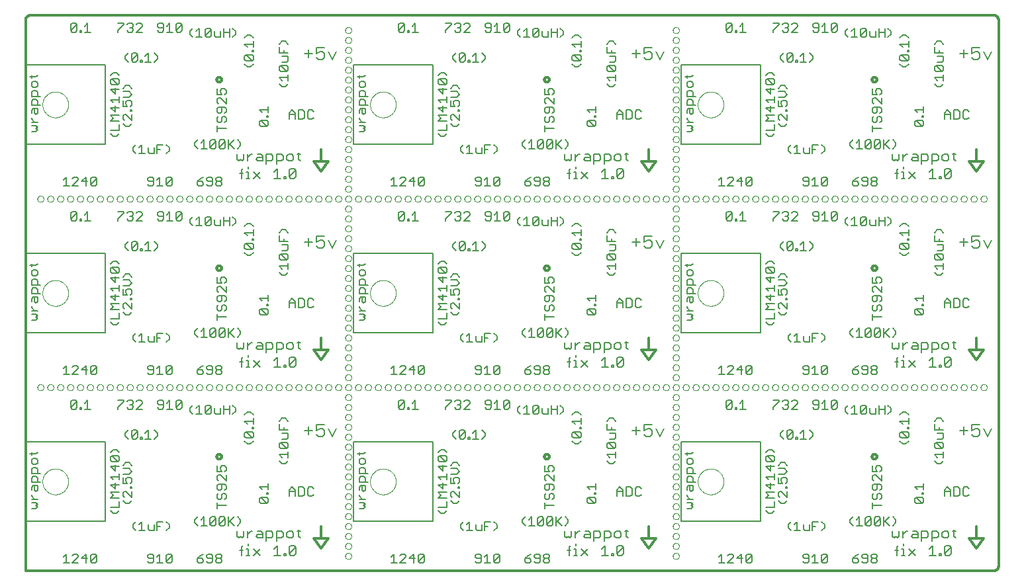
<source format=gto>
G04 EAGLE Gerber RS-274X export*
G75*
%MOMM*%
%FSLAX34Y34*%
%LPD*%
%INSilkscreen Top*%
%IPPOS*%
%AMOC8*
5,1,8,0,0,1.08239X$1,22.5*%
G01*
%ADD10C,0.304800*%
%ADD11C,0.177800*%
%ADD12C,0.152400*%
%ADD13C,0.127000*%
%ADD14C,0.000000*%


D10*
X377825Y57150D02*
X377825Y41275D01*
X368300Y41275D01*
X377825Y28575D01*
X387350Y41275D01*
X377825Y41275D01*
X0Y0D02*
X1238250Y0D01*
X1238408Y2D01*
X1238567Y8D01*
X1238725Y18D01*
X1238882Y32D01*
X1239040Y49D01*
X1239196Y71D01*
X1239353Y96D01*
X1239508Y126D01*
X1239663Y159D01*
X1239817Y196D01*
X1239970Y237D01*
X1240122Y282D01*
X1240272Y331D01*
X1240422Y383D01*
X1240570Y439D01*
X1240717Y499D01*
X1240862Y562D01*
X1241005Y629D01*
X1241147Y699D01*
X1241287Y773D01*
X1241425Y851D01*
X1241561Y932D01*
X1241695Y1016D01*
X1241827Y1103D01*
X1241957Y1194D01*
X1242084Y1288D01*
X1242209Y1385D01*
X1242332Y1486D01*
X1242452Y1589D01*
X1242569Y1695D01*
X1242684Y1804D01*
X1242796Y1916D01*
X1242905Y2031D01*
X1243011Y2148D01*
X1243114Y2268D01*
X1243215Y2391D01*
X1243312Y2516D01*
X1243406Y2643D01*
X1243497Y2773D01*
X1243584Y2905D01*
X1243668Y3039D01*
X1243749Y3175D01*
X1243827Y3313D01*
X1243901Y3453D01*
X1243971Y3595D01*
X1244038Y3738D01*
X1244101Y3883D01*
X1244161Y4030D01*
X1244217Y4178D01*
X1244269Y4328D01*
X1244318Y4478D01*
X1244363Y4630D01*
X1244404Y4783D01*
X1244441Y4937D01*
X1244474Y5092D01*
X1244504Y5247D01*
X1244529Y5404D01*
X1244551Y5560D01*
X1244568Y5718D01*
X1244582Y5875D01*
X1244592Y6033D01*
X1244598Y6192D01*
X1244600Y6350D01*
X1244600Y704850D01*
X1244598Y705008D01*
X1244592Y705167D01*
X1244582Y705325D01*
X1244568Y705482D01*
X1244551Y705640D01*
X1244529Y705796D01*
X1244504Y705953D01*
X1244474Y706108D01*
X1244441Y706263D01*
X1244404Y706417D01*
X1244363Y706570D01*
X1244318Y706722D01*
X1244269Y706872D01*
X1244217Y707022D01*
X1244161Y707170D01*
X1244101Y707317D01*
X1244038Y707462D01*
X1243971Y707605D01*
X1243901Y707747D01*
X1243827Y707887D01*
X1243749Y708025D01*
X1243668Y708161D01*
X1243584Y708295D01*
X1243497Y708427D01*
X1243406Y708557D01*
X1243312Y708684D01*
X1243215Y708809D01*
X1243114Y708932D01*
X1243011Y709052D01*
X1242905Y709169D01*
X1242796Y709284D01*
X1242684Y709396D01*
X1242569Y709505D01*
X1242452Y709611D01*
X1242332Y709714D01*
X1242209Y709815D01*
X1242084Y709912D01*
X1241957Y710006D01*
X1241827Y710097D01*
X1241695Y710184D01*
X1241561Y710268D01*
X1241425Y710349D01*
X1241287Y710427D01*
X1241147Y710501D01*
X1241005Y710571D01*
X1240862Y710638D01*
X1240717Y710701D01*
X1240570Y710761D01*
X1240422Y710817D01*
X1240272Y710869D01*
X1240122Y710918D01*
X1239970Y710963D01*
X1239817Y711004D01*
X1239663Y711041D01*
X1239508Y711074D01*
X1239353Y711104D01*
X1239196Y711129D01*
X1239040Y711151D01*
X1238882Y711168D01*
X1238725Y711182D01*
X1238567Y711192D01*
X1238408Y711198D01*
X1238250Y711200D01*
X6350Y711200D01*
X6192Y711198D01*
X6033Y711192D01*
X5875Y711182D01*
X5718Y711168D01*
X5560Y711151D01*
X5404Y711129D01*
X5247Y711104D01*
X5092Y711074D01*
X4937Y711041D01*
X4783Y711004D01*
X4630Y710963D01*
X4478Y710918D01*
X4328Y710869D01*
X4178Y710817D01*
X4030Y710761D01*
X3883Y710701D01*
X3738Y710638D01*
X3595Y710571D01*
X3453Y710501D01*
X3313Y710427D01*
X3175Y710349D01*
X3039Y710268D01*
X2905Y710184D01*
X2773Y710097D01*
X2643Y710006D01*
X2516Y709912D01*
X2391Y709815D01*
X2268Y709714D01*
X2148Y709611D01*
X2031Y709505D01*
X1916Y709396D01*
X1804Y709284D01*
X1695Y709169D01*
X1589Y709052D01*
X1486Y708932D01*
X1385Y708809D01*
X1288Y708684D01*
X1194Y708557D01*
X1103Y708427D01*
X1016Y708295D01*
X932Y708161D01*
X851Y708025D01*
X773Y707887D01*
X699Y707747D01*
X629Y707605D01*
X562Y707462D01*
X499Y707317D01*
X439Y707170D01*
X383Y707022D01*
X331Y706872D01*
X282Y706722D01*
X237Y706570D01*
X196Y706417D01*
X159Y706263D01*
X126Y706108D01*
X96Y705953D01*
X71Y705796D01*
X49Y705640D01*
X32Y705482D01*
X18Y705325D01*
X8Y705167D01*
X2Y705008D01*
X0Y704850D01*
X0Y0D01*
X377825Y282575D02*
X377825Y298450D01*
X377825Y282575D02*
X368300Y282575D01*
X377825Y269875D01*
X387350Y282575D01*
X377825Y282575D01*
X377825Y523875D02*
X377825Y539750D01*
X377825Y523875D02*
X368300Y523875D01*
X377825Y511175D01*
X387350Y523875D01*
X377825Y523875D01*
X796925Y523875D02*
X796925Y539750D01*
X796925Y523875D02*
X787400Y523875D01*
X796925Y511175D01*
X806450Y523875D01*
X796925Y523875D01*
X796925Y298450D02*
X796925Y282575D01*
X787400Y282575D01*
X796925Y269875D01*
X806450Y282575D01*
X796925Y282575D01*
X796925Y57150D02*
X796925Y41275D01*
X787400Y41275D01*
X796925Y28575D01*
X806450Y41275D01*
X796925Y41275D01*
X1216025Y523875D02*
X1216025Y539750D01*
X1216025Y523875D02*
X1206500Y523875D01*
X1216025Y511175D01*
X1225550Y523875D01*
X1216025Y523875D01*
X1216025Y298450D02*
X1216025Y282575D01*
X1206500Y282575D01*
X1216025Y269875D01*
X1225550Y282575D01*
X1216025Y282575D01*
X1216025Y57150D02*
X1216025Y41275D01*
X1206500Y41275D01*
X1216025Y28575D01*
X1225550Y41275D01*
X1216025Y41275D01*
X244475Y146050D02*
X244477Y146162D01*
X244483Y146274D01*
X244493Y146386D01*
X244507Y146497D01*
X244524Y146607D01*
X244546Y146717D01*
X244571Y146827D01*
X244601Y146935D01*
X244634Y147042D01*
X244671Y147148D01*
X244711Y147252D01*
X244756Y147355D01*
X244803Y147456D01*
X244855Y147556D01*
X244910Y147654D01*
X244968Y147749D01*
X245030Y147843D01*
X245095Y147934D01*
X245163Y148023D01*
X245234Y148110D01*
X245308Y148194D01*
X245385Y148275D01*
X245465Y148354D01*
X245548Y148429D01*
X245633Y148502D01*
X245721Y148572D01*
X245811Y148638D01*
X245904Y148702D01*
X245998Y148762D01*
X246095Y148818D01*
X246194Y148871D01*
X246294Y148921D01*
X246396Y148967D01*
X246500Y149009D01*
X246605Y149048D01*
X246712Y149083D01*
X246819Y149114D01*
X246928Y149142D01*
X247037Y149165D01*
X247148Y149185D01*
X247259Y149201D01*
X247370Y149213D01*
X247482Y149221D01*
X247594Y149225D01*
X247706Y149225D01*
X247818Y149221D01*
X247930Y149213D01*
X248041Y149201D01*
X248152Y149185D01*
X248263Y149165D01*
X248372Y149142D01*
X248481Y149114D01*
X248588Y149083D01*
X248695Y149048D01*
X248800Y149009D01*
X248904Y148967D01*
X249006Y148921D01*
X249106Y148871D01*
X249205Y148818D01*
X249302Y148762D01*
X249396Y148702D01*
X249489Y148638D01*
X249579Y148572D01*
X249667Y148502D01*
X249752Y148429D01*
X249835Y148354D01*
X249915Y148275D01*
X249992Y148194D01*
X250066Y148110D01*
X250137Y148023D01*
X250205Y147934D01*
X250270Y147843D01*
X250332Y147749D01*
X250390Y147654D01*
X250445Y147556D01*
X250497Y147456D01*
X250544Y147355D01*
X250589Y147252D01*
X250629Y147148D01*
X250666Y147042D01*
X250699Y146935D01*
X250729Y146827D01*
X250754Y146717D01*
X250776Y146607D01*
X250793Y146497D01*
X250807Y146386D01*
X250817Y146274D01*
X250823Y146162D01*
X250825Y146050D01*
X250823Y145938D01*
X250817Y145826D01*
X250807Y145714D01*
X250793Y145603D01*
X250776Y145493D01*
X250754Y145383D01*
X250729Y145273D01*
X250699Y145165D01*
X250666Y145058D01*
X250629Y144952D01*
X250589Y144848D01*
X250544Y144745D01*
X250497Y144644D01*
X250445Y144544D01*
X250390Y144446D01*
X250332Y144351D01*
X250270Y144257D01*
X250205Y144166D01*
X250137Y144077D01*
X250066Y143990D01*
X249992Y143906D01*
X249915Y143825D01*
X249835Y143746D01*
X249752Y143671D01*
X249667Y143598D01*
X249579Y143528D01*
X249489Y143462D01*
X249396Y143398D01*
X249302Y143338D01*
X249205Y143282D01*
X249106Y143229D01*
X249006Y143179D01*
X248904Y143133D01*
X248800Y143091D01*
X248695Y143052D01*
X248588Y143017D01*
X248481Y142986D01*
X248372Y142958D01*
X248263Y142935D01*
X248152Y142915D01*
X248041Y142899D01*
X247930Y142887D01*
X247818Y142879D01*
X247706Y142875D01*
X247594Y142875D01*
X247482Y142879D01*
X247370Y142887D01*
X247259Y142899D01*
X247148Y142915D01*
X247037Y142935D01*
X246928Y142958D01*
X246819Y142986D01*
X246712Y143017D01*
X246605Y143052D01*
X246500Y143091D01*
X246396Y143133D01*
X246294Y143179D01*
X246194Y143229D01*
X246095Y143282D01*
X245998Y143338D01*
X245904Y143398D01*
X245811Y143462D01*
X245721Y143528D01*
X245633Y143598D01*
X245548Y143671D01*
X245465Y143746D01*
X245385Y143825D01*
X245308Y143906D01*
X245234Y143990D01*
X245163Y144077D01*
X245095Y144166D01*
X245030Y144257D01*
X244968Y144351D01*
X244910Y144446D01*
X244855Y144544D01*
X244803Y144644D01*
X244756Y144745D01*
X244711Y144848D01*
X244671Y144952D01*
X244634Y145058D01*
X244601Y145165D01*
X244571Y145273D01*
X244546Y145383D01*
X244524Y145493D01*
X244507Y145603D01*
X244493Y145714D01*
X244483Y145826D01*
X244477Y145938D01*
X244475Y146050D01*
X244475Y387350D02*
X244477Y387462D01*
X244483Y387574D01*
X244493Y387686D01*
X244507Y387797D01*
X244524Y387907D01*
X244546Y388017D01*
X244571Y388127D01*
X244601Y388235D01*
X244634Y388342D01*
X244671Y388448D01*
X244711Y388552D01*
X244756Y388655D01*
X244803Y388756D01*
X244855Y388856D01*
X244910Y388954D01*
X244968Y389049D01*
X245030Y389143D01*
X245095Y389234D01*
X245163Y389323D01*
X245234Y389410D01*
X245308Y389494D01*
X245385Y389575D01*
X245465Y389654D01*
X245548Y389729D01*
X245633Y389802D01*
X245721Y389872D01*
X245811Y389938D01*
X245904Y390002D01*
X245998Y390062D01*
X246095Y390118D01*
X246194Y390171D01*
X246294Y390221D01*
X246396Y390267D01*
X246500Y390309D01*
X246605Y390348D01*
X246712Y390383D01*
X246819Y390414D01*
X246928Y390442D01*
X247037Y390465D01*
X247148Y390485D01*
X247259Y390501D01*
X247370Y390513D01*
X247482Y390521D01*
X247594Y390525D01*
X247706Y390525D01*
X247818Y390521D01*
X247930Y390513D01*
X248041Y390501D01*
X248152Y390485D01*
X248263Y390465D01*
X248372Y390442D01*
X248481Y390414D01*
X248588Y390383D01*
X248695Y390348D01*
X248800Y390309D01*
X248904Y390267D01*
X249006Y390221D01*
X249106Y390171D01*
X249205Y390118D01*
X249302Y390062D01*
X249396Y390002D01*
X249489Y389938D01*
X249579Y389872D01*
X249667Y389802D01*
X249752Y389729D01*
X249835Y389654D01*
X249915Y389575D01*
X249992Y389494D01*
X250066Y389410D01*
X250137Y389323D01*
X250205Y389234D01*
X250270Y389143D01*
X250332Y389049D01*
X250390Y388954D01*
X250445Y388856D01*
X250497Y388756D01*
X250544Y388655D01*
X250589Y388552D01*
X250629Y388448D01*
X250666Y388342D01*
X250699Y388235D01*
X250729Y388127D01*
X250754Y388017D01*
X250776Y387907D01*
X250793Y387797D01*
X250807Y387686D01*
X250817Y387574D01*
X250823Y387462D01*
X250825Y387350D01*
X250823Y387238D01*
X250817Y387126D01*
X250807Y387014D01*
X250793Y386903D01*
X250776Y386793D01*
X250754Y386683D01*
X250729Y386573D01*
X250699Y386465D01*
X250666Y386358D01*
X250629Y386252D01*
X250589Y386148D01*
X250544Y386045D01*
X250497Y385944D01*
X250445Y385844D01*
X250390Y385746D01*
X250332Y385651D01*
X250270Y385557D01*
X250205Y385466D01*
X250137Y385377D01*
X250066Y385290D01*
X249992Y385206D01*
X249915Y385125D01*
X249835Y385046D01*
X249752Y384971D01*
X249667Y384898D01*
X249579Y384828D01*
X249489Y384762D01*
X249396Y384698D01*
X249302Y384638D01*
X249205Y384582D01*
X249106Y384529D01*
X249006Y384479D01*
X248904Y384433D01*
X248800Y384391D01*
X248695Y384352D01*
X248588Y384317D01*
X248481Y384286D01*
X248372Y384258D01*
X248263Y384235D01*
X248152Y384215D01*
X248041Y384199D01*
X247930Y384187D01*
X247818Y384179D01*
X247706Y384175D01*
X247594Y384175D01*
X247482Y384179D01*
X247370Y384187D01*
X247259Y384199D01*
X247148Y384215D01*
X247037Y384235D01*
X246928Y384258D01*
X246819Y384286D01*
X246712Y384317D01*
X246605Y384352D01*
X246500Y384391D01*
X246396Y384433D01*
X246294Y384479D01*
X246194Y384529D01*
X246095Y384582D01*
X245998Y384638D01*
X245904Y384698D01*
X245811Y384762D01*
X245721Y384828D01*
X245633Y384898D01*
X245548Y384971D01*
X245465Y385046D01*
X245385Y385125D01*
X245308Y385206D01*
X245234Y385290D01*
X245163Y385377D01*
X245095Y385466D01*
X245030Y385557D01*
X244968Y385651D01*
X244910Y385746D01*
X244855Y385844D01*
X244803Y385944D01*
X244756Y386045D01*
X244711Y386148D01*
X244671Y386252D01*
X244634Y386358D01*
X244601Y386465D01*
X244571Y386573D01*
X244546Y386683D01*
X244524Y386793D01*
X244507Y386903D01*
X244493Y387014D01*
X244483Y387126D01*
X244477Y387238D01*
X244475Y387350D01*
X244475Y628650D02*
X244477Y628762D01*
X244483Y628874D01*
X244493Y628986D01*
X244507Y629097D01*
X244524Y629207D01*
X244546Y629317D01*
X244571Y629427D01*
X244601Y629535D01*
X244634Y629642D01*
X244671Y629748D01*
X244711Y629852D01*
X244756Y629955D01*
X244803Y630056D01*
X244855Y630156D01*
X244910Y630254D01*
X244968Y630349D01*
X245030Y630443D01*
X245095Y630534D01*
X245163Y630623D01*
X245234Y630710D01*
X245308Y630794D01*
X245385Y630875D01*
X245465Y630954D01*
X245548Y631029D01*
X245633Y631102D01*
X245721Y631172D01*
X245811Y631238D01*
X245904Y631302D01*
X245998Y631362D01*
X246095Y631418D01*
X246194Y631471D01*
X246294Y631521D01*
X246396Y631567D01*
X246500Y631609D01*
X246605Y631648D01*
X246712Y631683D01*
X246819Y631714D01*
X246928Y631742D01*
X247037Y631765D01*
X247148Y631785D01*
X247259Y631801D01*
X247370Y631813D01*
X247482Y631821D01*
X247594Y631825D01*
X247706Y631825D01*
X247818Y631821D01*
X247930Y631813D01*
X248041Y631801D01*
X248152Y631785D01*
X248263Y631765D01*
X248372Y631742D01*
X248481Y631714D01*
X248588Y631683D01*
X248695Y631648D01*
X248800Y631609D01*
X248904Y631567D01*
X249006Y631521D01*
X249106Y631471D01*
X249205Y631418D01*
X249302Y631362D01*
X249396Y631302D01*
X249489Y631238D01*
X249579Y631172D01*
X249667Y631102D01*
X249752Y631029D01*
X249835Y630954D01*
X249915Y630875D01*
X249992Y630794D01*
X250066Y630710D01*
X250137Y630623D01*
X250205Y630534D01*
X250270Y630443D01*
X250332Y630349D01*
X250390Y630254D01*
X250445Y630156D01*
X250497Y630056D01*
X250544Y629955D01*
X250589Y629852D01*
X250629Y629748D01*
X250666Y629642D01*
X250699Y629535D01*
X250729Y629427D01*
X250754Y629317D01*
X250776Y629207D01*
X250793Y629097D01*
X250807Y628986D01*
X250817Y628874D01*
X250823Y628762D01*
X250825Y628650D01*
X250823Y628538D01*
X250817Y628426D01*
X250807Y628314D01*
X250793Y628203D01*
X250776Y628093D01*
X250754Y627983D01*
X250729Y627873D01*
X250699Y627765D01*
X250666Y627658D01*
X250629Y627552D01*
X250589Y627448D01*
X250544Y627345D01*
X250497Y627244D01*
X250445Y627144D01*
X250390Y627046D01*
X250332Y626951D01*
X250270Y626857D01*
X250205Y626766D01*
X250137Y626677D01*
X250066Y626590D01*
X249992Y626506D01*
X249915Y626425D01*
X249835Y626346D01*
X249752Y626271D01*
X249667Y626198D01*
X249579Y626128D01*
X249489Y626062D01*
X249396Y625998D01*
X249302Y625938D01*
X249205Y625882D01*
X249106Y625829D01*
X249006Y625779D01*
X248904Y625733D01*
X248800Y625691D01*
X248695Y625652D01*
X248588Y625617D01*
X248481Y625586D01*
X248372Y625558D01*
X248263Y625535D01*
X248152Y625515D01*
X248041Y625499D01*
X247930Y625487D01*
X247818Y625479D01*
X247706Y625475D01*
X247594Y625475D01*
X247482Y625479D01*
X247370Y625487D01*
X247259Y625499D01*
X247148Y625515D01*
X247037Y625535D01*
X246928Y625558D01*
X246819Y625586D01*
X246712Y625617D01*
X246605Y625652D01*
X246500Y625691D01*
X246396Y625733D01*
X246294Y625779D01*
X246194Y625829D01*
X246095Y625882D01*
X245998Y625938D01*
X245904Y625998D01*
X245811Y626062D01*
X245721Y626128D01*
X245633Y626198D01*
X245548Y626271D01*
X245465Y626346D01*
X245385Y626425D01*
X245308Y626506D01*
X245234Y626590D01*
X245163Y626677D01*
X245095Y626766D01*
X245030Y626857D01*
X244968Y626951D01*
X244910Y627046D01*
X244855Y627144D01*
X244803Y627244D01*
X244756Y627345D01*
X244711Y627448D01*
X244671Y627552D01*
X244634Y627658D01*
X244601Y627765D01*
X244571Y627873D01*
X244546Y627983D01*
X244524Y628093D01*
X244507Y628203D01*
X244493Y628314D01*
X244483Y628426D01*
X244477Y628538D01*
X244475Y628650D01*
X663575Y628650D02*
X663577Y628762D01*
X663583Y628874D01*
X663593Y628986D01*
X663607Y629097D01*
X663624Y629207D01*
X663646Y629317D01*
X663671Y629427D01*
X663701Y629535D01*
X663734Y629642D01*
X663771Y629748D01*
X663811Y629852D01*
X663856Y629955D01*
X663903Y630056D01*
X663955Y630156D01*
X664010Y630254D01*
X664068Y630349D01*
X664130Y630443D01*
X664195Y630534D01*
X664263Y630623D01*
X664334Y630710D01*
X664408Y630794D01*
X664485Y630875D01*
X664565Y630954D01*
X664648Y631029D01*
X664733Y631102D01*
X664821Y631172D01*
X664911Y631238D01*
X665004Y631302D01*
X665098Y631362D01*
X665195Y631418D01*
X665294Y631471D01*
X665394Y631521D01*
X665496Y631567D01*
X665600Y631609D01*
X665705Y631648D01*
X665812Y631683D01*
X665919Y631714D01*
X666028Y631742D01*
X666137Y631765D01*
X666248Y631785D01*
X666359Y631801D01*
X666470Y631813D01*
X666582Y631821D01*
X666694Y631825D01*
X666806Y631825D01*
X666918Y631821D01*
X667030Y631813D01*
X667141Y631801D01*
X667252Y631785D01*
X667363Y631765D01*
X667472Y631742D01*
X667581Y631714D01*
X667688Y631683D01*
X667795Y631648D01*
X667900Y631609D01*
X668004Y631567D01*
X668106Y631521D01*
X668206Y631471D01*
X668305Y631418D01*
X668402Y631362D01*
X668496Y631302D01*
X668589Y631238D01*
X668679Y631172D01*
X668767Y631102D01*
X668852Y631029D01*
X668935Y630954D01*
X669015Y630875D01*
X669092Y630794D01*
X669166Y630710D01*
X669237Y630623D01*
X669305Y630534D01*
X669370Y630443D01*
X669432Y630349D01*
X669490Y630254D01*
X669545Y630156D01*
X669597Y630056D01*
X669644Y629955D01*
X669689Y629852D01*
X669729Y629748D01*
X669766Y629642D01*
X669799Y629535D01*
X669829Y629427D01*
X669854Y629317D01*
X669876Y629207D01*
X669893Y629097D01*
X669907Y628986D01*
X669917Y628874D01*
X669923Y628762D01*
X669925Y628650D01*
X669923Y628538D01*
X669917Y628426D01*
X669907Y628314D01*
X669893Y628203D01*
X669876Y628093D01*
X669854Y627983D01*
X669829Y627873D01*
X669799Y627765D01*
X669766Y627658D01*
X669729Y627552D01*
X669689Y627448D01*
X669644Y627345D01*
X669597Y627244D01*
X669545Y627144D01*
X669490Y627046D01*
X669432Y626951D01*
X669370Y626857D01*
X669305Y626766D01*
X669237Y626677D01*
X669166Y626590D01*
X669092Y626506D01*
X669015Y626425D01*
X668935Y626346D01*
X668852Y626271D01*
X668767Y626198D01*
X668679Y626128D01*
X668589Y626062D01*
X668496Y625998D01*
X668402Y625938D01*
X668305Y625882D01*
X668206Y625829D01*
X668106Y625779D01*
X668004Y625733D01*
X667900Y625691D01*
X667795Y625652D01*
X667688Y625617D01*
X667581Y625586D01*
X667472Y625558D01*
X667363Y625535D01*
X667252Y625515D01*
X667141Y625499D01*
X667030Y625487D01*
X666918Y625479D01*
X666806Y625475D01*
X666694Y625475D01*
X666582Y625479D01*
X666470Y625487D01*
X666359Y625499D01*
X666248Y625515D01*
X666137Y625535D01*
X666028Y625558D01*
X665919Y625586D01*
X665812Y625617D01*
X665705Y625652D01*
X665600Y625691D01*
X665496Y625733D01*
X665394Y625779D01*
X665294Y625829D01*
X665195Y625882D01*
X665098Y625938D01*
X665004Y625998D01*
X664911Y626062D01*
X664821Y626128D01*
X664733Y626198D01*
X664648Y626271D01*
X664565Y626346D01*
X664485Y626425D01*
X664408Y626506D01*
X664334Y626590D01*
X664263Y626677D01*
X664195Y626766D01*
X664130Y626857D01*
X664068Y626951D01*
X664010Y627046D01*
X663955Y627144D01*
X663903Y627244D01*
X663856Y627345D01*
X663811Y627448D01*
X663771Y627552D01*
X663734Y627658D01*
X663701Y627765D01*
X663671Y627873D01*
X663646Y627983D01*
X663624Y628093D01*
X663607Y628203D01*
X663593Y628314D01*
X663583Y628426D01*
X663577Y628538D01*
X663575Y628650D01*
X663575Y387350D02*
X663577Y387462D01*
X663583Y387574D01*
X663593Y387686D01*
X663607Y387797D01*
X663624Y387907D01*
X663646Y388017D01*
X663671Y388127D01*
X663701Y388235D01*
X663734Y388342D01*
X663771Y388448D01*
X663811Y388552D01*
X663856Y388655D01*
X663903Y388756D01*
X663955Y388856D01*
X664010Y388954D01*
X664068Y389049D01*
X664130Y389143D01*
X664195Y389234D01*
X664263Y389323D01*
X664334Y389410D01*
X664408Y389494D01*
X664485Y389575D01*
X664565Y389654D01*
X664648Y389729D01*
X664733Y389802D01*
X664821Y389872D01*
X664911Y389938D01*
X665004Y390002D01*
X665098Y390062D01*
X665195Y390118D01*
X665294Y390171D01*
X665394Y390221D01*
X665496Y390267D01*
X665600Y390309D01*
X665705Y390348D01*
X665812Y390383D01*
X665919Y390414D01*
X666028Y390442D01*
X666137Y390465D01*
X666248Y390485D01*
X666359Y390501D01*
X666470Y390513D01*
X666582Y390521D01*
X666694Y390525D01*
X666806Y390525D01*
X666918Y390521D01*
X667030Y390513D01*
X667141Y390501D01*
X667252Y390485D01*
X667363Y390465D01*
X667472Y390442D01*
X667581Y390414D01*
X667688Y390383D01*
X667795Y390348D01*
X667900Y390309D01*
X668004Y390267D01*
X668106Y390221D01*
X668206Y390171D01*
X668305Y390118D01*
X668402Y390062D01*
X668496Y390002D01*
X668589Y389938D01*
X668679Y389872D01*
X668767Y389802D01*
X668852Y389729D01*
X668935Y389654D01*
X669015Y389575D01*
X669092Y389494D01*
X669166Y389410D01*
X669237Y389323D01*
X669305Y389234D01*
X669370Y389143D01*
X669432Y389049D01*
X669490Y388954D01*
X669545Y388856D01*
X669597Y388756D01*
X669644Y388655D01*
X669689Y388552D01*
X669729Y388448D01*
X669766Y388342D01*
X669799Y388235D01*
X669829Y388127D01*
X669854Y388017D01*
X669876Y387907D01*
X669893Y387797D01*
X669907Y387686D01*
X669917Y387574D01*
X669923Y387462D01*
X669925Y387350D01*
X669923Y387238D01*
X669917Y387126D01*
X669907Y387014D01*
X669893Y386903D01*
X669876Y386793D01*
X669854Y386683D01*
X669829Y386573D01*
X669799Y386465D01*
X669766Y386358D01*
X669729Y386252D01*
X669689Y386148D01*
X669644Y386045D01*
X669597Y385944D01*
X669545Y385844D01*
X669490Y385746D01*
X669432Y385651D01*
X669370Y385557D01*
X669305Y385466D01*
X669237Y385377D01*
X669166Y385290D01*
X669092Y385206D01*
X669015Y385125D01*
X668935Y385046D01*
X668852Y384971D01*
X668767Y384898D01*
X668679Y384828D01*
X668589Y384762D01*
X668496Y384698D01*
X668402Y384638D01*
X668305Y384582D01*
X668206Y384529D01*
X668106Y384479D01*
X668004Y384433D01*
X667900Y384391D01*
X667795Y384352D01*
X667688Y384317D01*
X667581Y384286D01*
X667472Y384258D01*
X667363Y384235D01*
X667252Y384215D01*
X667141Y384199D01*
X667030Y384187D01*
X666918Y384179D01*
X666806Y384175D01*
X666694Y384175D01*
X666582Y384179D01*
X666470Y384187D01*
X666359Y384199D01*
X666248Y384215D01*
X666137Y384235D01*
X666028Y384258D01*
X665919Y384286D01*
X665812Y384317D01*
X665705Y384352D01*
X665600Y384391D01*
X665496Y384433D01*
X665394Y384479D01*
X665294Y384529D01*
X665195Y384582D01*
X665098Y384638D01*
X665004Y384698D01*
X664911Y384762D01*
X664821Y384828D01*
X664733Y384898D01*
X664648Y384971D01*
X664565Y385046D01*
X664485Y385125D01*
X664408Y385206D01*
X664334Y385290D01*
X664263Y385377D01*
X664195Y385466D01*
X664130Y385557D01*
X664068Y385651D01*
X664010Y385746D01*
X663955Y385844D01*
X663903Y385944D01*
X663856Y386045D01*
X663811Y386148D01*
X663771Y386252D01*
X663734Y386358D01*
X663701Y386465D01*
X663671Y386573D01*
X663646Y386683D01*
X663624Y386793D01*
X663607Y386903D01*
X663593Y387014D01*
X663583Y387126D01*
X663577Y387238D01*
X663575Y387350D01*
X663575Y146050D02*
X663577Y146162D01*
X663583Y146274D01*
X663593Y146386D01*
X663607Y146497D01*
X663624Y146607D01*
X663646Y146717D01*
X663671Y146827D01*
X663701Y146935D01*
X663734Y147042D01*
X663771Y147148D01*
X663811Y147252D01*
X663856Y147355D01*
X663903Y147456D01*
X663955Y147556D01*
X664010Y147654D01*
X664068Y147749D01*
X664130Y147843D01*
X664195Y147934D01*
X664263Y148023D01*
X664334Y148110D01*
X664408Y148194D01*
X664485Y148275D01*
X664565Y148354D01*
X664648Y148429D01*
X664733Y148502D01*
X664821Y148572D01*
X664911Y148638D01*
X665004Y148702D01*
X665098Y148762D01*
X665195Y148818D01*
X665294Y148871D01*
X665394Y148921D01*
X665496Y148967D01*
X665600Y149009D01*
X665705Y149048D01*
X665812Y149083D01*
X665919Y149114D01*
X666028Y149142D01*
X666137Y149165D01*
X666248Y149185D01*
X666359Y149201D01*
X666470Y149213D01*
X666582Y149221D01*
X666694Y149225D01*
X666806Y149225D01*
X666918Y149221D01*
X667030Y149213D01*
X667141Y149201D01*
X667252Y149185D01*
X667363Y149165D01*
X667472Y149142D01*
X667581Y149114D01*
X667688Y149083D01*
X667795Y149048D01*
X667900Y149009D01*
X668004Y148967D01*
X668106Y148921D01*
X668206Y148871D01*
X668305Y148818D01*
X668402Y148762D01*
X668496Y148702D01*
X668589Y148638D01*
X668679Y148572D01*
X668767Y148502D01*
X668852Y148429D01*
X668935Y148354D01*
X669015Y148275D01*
X669092Y148194D01*
X669166Y148110D01*
X669237Y148023D01*
X669305Y147934D01*
X669370Y147843D01*
X669432Y147749D01*
X669490Y147654D01*
X669545Y147556D01*
X669597Y147456D01*
X669644Y147355D01*
X669689Y147252D01*
X669729Y147148D01*
X669766Y147042D01*
X669799Y146935D01*
X669829Y146827D01*
X669854Y146717D01*
X669876Y146607D01*
X669893Y146497D01*
X669907Y146386D01*
X669917Y146274D01*
X669923Y146162D01*
X669925Y146050D01*
X669923Y145938D01*
X669917Y145826D01*
X669907Y145714D01*
X669893Y145603D01*
X669876Y145493D01*
X669854Y145383D01*
X669829Y145273D01*
X669799Y145165D01*
X669766Y145058D01*
X669729Y144952D01*
X669689Y144848D01*
X669644Y144745D01*
X669597Y144644D01*
X669545Y144544D01*
X669490Y144446D01*
X669432Y144351D01*
X669370Y144257D01*
X669305Y144166D01*
X669237Y144077D01*
X669166Y143990D01*
X669092Y143906D01*
X669015Y143825D01*
X668935Y143746D01*
X668852Y143671D01*
X668767Y143598D01*
X668679Y143528D01*
X668589Y143462D01*
X668496Y143398D01*
X668402Y143338D01*
X668305Y143282D01*
X668206Y143229D01*
X668106Y143179D01*
X668004Y143133D01*
X667900Y143091D01*
X667795Y143052D01*
X667688Y143017D01*
X667581Y142986D01*
X667472Y142958D01*
X667363Y142935D01*
X667252Y142915D01*
X667141Y142899D01*
X667030Y142887D01*
X666918Y142879D01*
X666806Y142875D01*
X666694Y142875D01*
X666582Y142879D01*
X666470Y142887D01*
X666359Y142899D01*
X666248Y142915D01*
X666137Y142935D01*
X666028Y142958D01*
X665919Y142986D01*
X665812Y143017D01*
X665705Y143052D01*
X665600Y143091D01*
X665496Y143133D01*
X665394Y143179D01*
X665294Y143229D01*
X665195Y143282D01*
X665098Y143338D01*
X665004Y143398D01*
X664911Y143462D01*
X664821Y143528D01*
X664733Y143598D01*
X664648Y143671D01*
X664565Y143746D01*
X664485Y143825D01*
X664408Y143906D01*
X664334Y143990D01*
X664263Y144077D01*
X664195Y144166D01*
X664130Y144257D01*
X664068Y144351D01*
X664010Y144446D01*
X663955Y144544D01*
X663903Y144644D01*
X663856Y144745D01*
X663811Y144848D01*
X663771Y144952D01*
X663734Y145058D01*
X663701Y145165D01*
X663671Y145273D01*
X663646Y145383D01*
X663624Y145493D01*
X663607Y145603D01*
X663593Y145714D01*
X663583Y145826D01*
X663577Y145938D01*
X663575Y146050D01*
X1082675Y628650D02*
X1082677Y628762D01*
X1082683Y628874D01*
X1082693Y628986D01*
X1082707Y629097D01*
X1082724Y629207D01*
X1082746Y629317D01*
X1082771Y629427D01*
X1082801Y629535D01*
X1082834Y629642D01*
X1082871Y629748D01*
X1082911Y629852D01*
X1082956Y629955D01*
X1083003Y630056D01*
X1083055Y630156D01*
X1083110Y630254D01*
X1083168Y630349D01*
X1083230Y630443D01*
X1083295Y630534D01*
X1083363Y630623D01*
X1083434Y630710D01*
X1083508Y630794D01*
X1083585Y630875D01*
X1083665Y630954D01*
X1083748Y631029D01*
X1083833Y631102D01*
X1083921Y631172D01*
X1084011Y631238D01*
X1084104Y631302D01*
X1084198Y631362D01*
X1084295Y631418D01*
X1084394Y631471D01*
X1084494Y631521D01*
X1084596Y631567D01*
X1084700Y631609D01*
X1084805Y631648D01*
X1084912Y631683D01*
X1085019Y631714D01*
X1085128Y631742D01*
X1085237Y631765D01*
X1085348Y631785D01*
X1085459Y631801D01*
X1085570Y631813D01*
X1085682Y631821D01*
X1085794Y631825D01*
X1085906Y631825D01*
X1086018Y631821D01*
X1086130Y631813D01*
X1086241Y631801D01*
X1086352Y631785D01*
X1086463Y631765D01*
X1086572Y631742D01*
X1086681Y631714D01*
X1086788Y631683D01*
X1086895Y631648D01*
X1087000Y631609D01*
X1087104Y631567D01*
X1087206Y631521D01*
X1087306Y631471D01*
X1087405Y631418D01*
X1087502Y631362D01*
X1087596Y631302D01*
X1087689Y631238D01*
X1087779Y631172D01*
X1087867Y631102D01*
X1087952Y631029D01*
X1088035Y630954D01*
X1088115Y630875D01*
X1088192Y630794D01*
X1088266Y630710D01*
X1088337Y630623D01*
X1088405Y630534D01*
X1088470Y630443D01*
X1088532Y630349D01*
X1088590Y630254D01*
X1088645Y630156D01*
X1088697Y630056D01*
X1088744Y629955D01*
X1088789Y629852D01*
X1088829Y629748D01*
X1088866Y629642D01*
X1088899Y629535D01*
X1088929Y629427D01*
X1088954Y629317D01*
X1088976Y629207D01*
X1088993Y629097D01*
X1089007Y628986D01*
X1089017Y628874D01*
X1089023Y628762D01*
X1089025Y628650D01*
X1089023Y628538D01*
X1089017Y628426D01*
X1089007Y628314D01*
X1088993Y628203D01*
X1088976Y628093D01*
X1088954Y627983D01*
X1088929Y627873D01*
X1088899Y627765D01*
X1088866Y627658D01*
X1088829Y627552D01*
X1088789Y627448D01*
X1088744Y627345D01*
X1088697Y627244D01*
X1088645Y627144D01*
X1088590Y627046D01*
X1088532Y626951D01*
X1088470Y626857D01*
X1088405Y626766D01*
X1088337Y626677D01*
X1088266Y626590D01*
X1088192Y626506D01*
X1088115Y626425D01*
X1088035Y626346D01*
X1087952Y626271D01*
X1087867Y626198D01*
X1087779Y626128D01*
X1087689Y626062D01*
X1087596Y625998D01*
X1087502Y625938D01*
X1087405Y625882D01*
X1087306Y625829D01*
X1087206Y625779D01*
X1087104Y625733D01*
X1087000Y625691D01*
X1086895Y625652D01*
X1086788Y625617D01*
X1086681Y625586D01*
X1086572Y625558D01*
X1086463Y625535D01*
X1086352Y625515D01*
X1086241Y625499D01*
X1086130Y625487D01*
X1086018Y625479D01*
X1085906Y625475D01*
X1085794Y625475D01*
X1085682Y625479D01*
X1085570Y625487D01*
X1085459Y625499D01*
X1085348Y625515D01*
X1085237Y625535D01*
X1085128Y625558D01*
X1085019Y625586D01*
X1084912Y625617D01*
X1084805Y625652D01*
X1084700Y625691D01*
X1084596Y625733D01*
X1084494Y625779D01*
X1084394Y625829D01*
X1084295Y625882D01*
X1084198Y625938D01*
X1084104Y625998D01*
X1084011Y626062D01*
X1083921Y626128D01*
X1083833Y626198D01*
X1083748Y626271D01*
X1083665Y626346D01*
X1083585Y626425D01*
X1083508Y626506D01*
X1083434Y626590D01*
X1083363Y626677D01*
X1083295Y626766D01*
X1083230Y626857D01*
X1083168Y626951D01*
X1083110Y627046D01*
X1083055Y627144D01*
X1083003Y627244D01*
X1082956Y627345D01*
X1082911Y627448D01*
X1082871Y627552D01*
X1082834Y627658D01*
X1082801Y627765D01*
X1082771Y627873D01*
X1082746Y627983D01*
X1082724Y628093D01*
X1082707Y628203D01*
X1082693Y628314D01*
X1082683Y628426D01*
X1082677Y628538D01*
X1082675Y628650D01*
X1082675Y387350D02*
X1082677Y387462D01*
X1082683Y387574D01*
X1082693Y387686D01*
X1082707Y387797D01*
X1082724Y387907D01*
X1082746Y388017D01*
X1082771Y388127D01*
X1082801Y388235D01*
X1082834Y388342D01*
X1082871Y388448D01*
X1082911Y388552D01*
X1082956Y388655D01*
X1083003Y388756D01*
X1083055Y388856D01*
X1083110Y388954D01*
X1083168Y389049D01*
X1083230Y389143D01*
X1083295Y389234D01*
X1083363Y389323D01*
X1083434Y389410D01*
X1083508Y389494D01*
X1083585Y389575D01*
X1083665Y389654D01*
X1083748Y389729D01*
X1083833Y389802D01*
X1083921Y389872D01*
X1084011Y389938D01*
X1084104Y390002D01*
X1084198Y390062D01*
X1084295Y390118D01*
X1084394Y390171D01*
X1084494Y390221D01*
X1084596Y390267D01*
X1084700Y390309D01*
X1084805Y390348D01*
X1084912Y390383D01*
X1085019Y390414D01*
X1085128Y390442D01*
X1085237Y390465D01*
X1085348Y390485D01*
X1085459Y390501D01*
X1085570Y390513D01*
X1085682Y390521D01*
X1085794Y390525D01*
X1085906Y390525D01*
X1086018Y390521D01*
X1086130Y390513D01*
X1086241Y390501D01*
X1086352Y390485D01*
X1086463Y390465D01*
X1086572Y390442D01*
X1086681Y390414D01*
X1086788Y390383D01*
X1086895Y390348D01*
X1087000Y390309D01*
X1087104Y390267D01*
X1087206Y390221D01*
X1087306Y390171D01*
X1087405Y390118D01*
X1087502Y390062D01*
X1087596Y390002D01*
X1087689Y389938D01*
X1087779Y389872D01*
X1087867Y389802D01*
X1087952Y389729D01*
X1088035Y389654D01*
X1088115Y389575D01*
X1088192Y389494D01*
X1088266Y389410D01*
X1088337Y389323D01*
X1088405Y389234D01*
X1088470Y389143D01*
X1088532Y389049D01*
X1088590Y388954D01*
X1088645Y388856D01*
X1088697Y388756D01*
X1088744Y388655D01*
X1088789Y388552D01*
X1088829Y388448D01*
X1088866Y388342D01*
X1088899Y388235D01*
X1088929Y388127D01*
X1088954Y388017D01*
X1088976Y387907D01*
X1088993Y387797D01*
X1089007Y387686D01*
X1089017Y387574D01*
X1089023Y387462D01*
X1089025Y387350D01*
X1089023Y387238D01*
X1089017Y387126D01*
X1089007Y387014D01*
X1088993Y386903D01*
X1088976Y386793D01*
X1088954Y386683D01*
X1088929Y386573D01*
X1088899Y386465D01*
X1088866Y386358D01*
X1088829Y386252D01*
X1088789Y386148D01*
X1088744Y386045D01*
X1088697Y385944D01*
X1088645Y385844D01*
X1088590Y385746D01*
X1088532Y385651D01*
X1088470Y385557D01*
X1088405Y385466D01*
X1088337Y385377D01*
X1088266Y385290D01*
X1088192Y385206D01*
X1088115Y385125D01*
X1088035Y385046D01*
X1087952Y384971D01*
X1087867Y384898D01*
X1087779Y384828D01*
X1087689Y384762D01*
X1087596Y384698D01*
X1087502Y384638D01*
X1087405Y384582D01*
X1087306Y384529D01*
X1087206Y384479D01*
X1087104Y384433D01*
X1087000Y384391D01*
X1086895Y384352D01*
X1086788Y384317D01*
X1086681Y384286D01*
X1086572Y384258D01*
X1086463Y384235D01*
X1086352Y384215D01*
X1086241Y384199D01*
X1086130Y384187D01*
X1086018Y384179D01*
X1085906Y384175D01*
X1085794Y384175D01*
X1085682Y384179D01*
X1085570Y384187D01*
X1085459Y384199D01*
X1085348Y384215D01*
X1085237Y384235D01*
X1085128Y384258D01*
X1085019Y384286D01*
X1084912Y384317D01*
X1084805Y384352D01*
X1084700Y384391D01*
X1084596Y384433D01*
X1084494Y384479D01*
X1084394Y384529D01*
X1084295Y384582D01*
X1084198Y384638D01*
X1084104Y384698D01*
X1084011Y384762D01*
X1083921Y384828D01*
X1083833Y384898D01*
X1083748Y384971D01*
X1083665Y385046D01*
X1083585Y385125D01*
X1083508Y385206D01*
X1083434Y385290D01*
X1083363Y385377D01*
X1083295Y385466D01*
X1083230Y385557D01*
X1083168Y385651D01*
X1083110Y385746D01*
X1083055Y385844D01*
X1083003Y385944D01*
X1082956Y386045D01*
X1082911Y386148D01*
X1082871Y386252D01*
X1082834Y386358D01*
X1082801Y386465D01*
X1082771Y386573D01*
X1082746Y386683D01*
X1082724Y386793D01*
X1082707Y386903D01*
X1082693Y387014D01*
X1082683Y387126D01*
X1082677Y387238D01*
X1082675Y387350D01*
X1082675Y146050D02*
X1082677Y146162D01*
X1082683Y146274D01*
X1082693Y146386D01*
X1082707Y146497D01*
X1082724Y146607D01*
X1082746Y146717D01*
X1082771Y146827D01*
X1082801Y146935D01*
X1082834Y147042D01*
X1082871Y147148D01*
X1082911Y147252D01*
X1082956Y147355D01*
X1083003Y147456D01*
X1083055Y147556D01*
X1083110Y147654D01*
X1083168Y147749D01*
X1083230Y147843D01*
X1083295Y147934D01*
X1083363Y148023D01*
X1083434Y148110D01*
X1083508Y148194D01*
X1083585Y148275D01*
X1083665Y148354D01*
X1083748Y148429D01*
X1083833Y148502D01*
X1083921Y148572D01*
X1084011Y148638D01*
X1084104Y148702D01*
X1084198Y148762D01*
X1084295Y148818D01*
X1084394Y148871D01*
X1084494Y148921D01*
X1084596Y148967D01*
X1084700Y149009D01*
X1084805Y149048D01*
X1084912Y149083D01*
X1085019Y149114D01*
X1085128Y149142D01*
X1085237Y149165D01*
X1085348Y149185D01*
X1085459Y149201D01*
X1085570Y149213D01*
X1085682Y149221D01*
X1085794Y149225D01*
X1085906Y149225D01*
X1086018Y149221D01*
X1086130Y149213D01*
X1086241Y149201D01*
X1086352Y149185D01*
X1086463Y149165D01*
X1086572Y149142D01*
X1086681Y149114D01*
X1086788Y149083D01*
X1086895Y149048D01*
X1087000Y149009D01*
X1087104Y148967D01*
X1087206Y148921D01*
X1087306Y148871D01*
X1087405Y148818D01*
X1087502Y148762D01*
X1087596Y148702D01*
X1087689Y148638D01*
X1087779Y148572D01*
X1087867Y148502D01*
X1087952Y148429D01*
X1088035Y148354D01*
X1088115Y148275D01*
X1088192Y148194D01*
X1088266Y148110D01*
X1088337Y148023D01*
X1088405Y147934D01*
X1088470Y147843D01*
X1088532Y147749D01*
X1088590Y147654D01*
X1088645Y147556D01*
X1088697Y147456D01*
X1088744Y147355D01*
X1088789Y147252D01*
X1088829Y147148D01*
X1088866Y147042D01*
X1088899Y146935D01*
X1088929Y146827D01*
X1088954Y146717D01*
X1088976Y146607D01*
X1088993Y146497D01*
X1089007Y146386D01*
X1089017Y146274D01*
X1089023Y146162D01*
X1089025Y146050D01*
X1089023Y145938D01*
X1089017Y145826D01*
X1089007Y145714D01*
X1088993Y145603D01*
X1088976Y145493D01*
X1088954Y145383D01*
X1088929Y145273D01*
X1088899Y145165D01*
X1088866Y145058D01*
X1088829Y144952D01*
X1088789Y144848D01*
X1088744Y144745D01*
X1088697Y144644D01*
X1088645Y144544D01*
X1088590Y144446D01*
X1088532Y144351D01*
X1088470Y144257D01*
X1088405Y144166D01*
X1088337Y144077D01*
X1088266Y143990D01*
X1088192Y143906D01*
X1088115Y143825D01*
X1088035Y143746D01*
X1087952Y143671D01*
X1087867Y143598D01*
X1087779Y143528D01*
X1087689Y143462D01*
X1087596Y143398D01*
X1087502Y143338D01*
X1087405Y143282D01*
X1087306Y143229D01*
X1087206Y143179D01*
X1087104Y143133D01*
X1087000Y143091D01*
X1086895Y143052D01*
X1086788Y143017D01*
X1086681Y142986D01*
X1086572Y142958D01*
X1086463Y142935D01*
X1086352Y142915D01*
X1086241Y142899D01*
X1086130Y142887D01*
X1086018Y142879D01*
X1085906Y142875D01*
X1085794Y142875D01*
X1085682Y142879D01*
X1085570Y142887D01*
X1085459Y142899D01*
X1085348Y142915D01*
X1085237Y142935D01*
X1085128Y142958D01*
X1085019Y142986D01*
X1084912Y143017D01*
X1084805Y143052D01*
X1084700Y143091D01*
X1084596Y143133D01*
X1084494Y143179D01*
X1084394Y143229D01*
X1084295Y143282D01*
X1084198Y143338D01*
X1084104Y143398D01*
X1084011Y143462D01*
X1083921Y143528D01*
X1083833Y143598D01*
X1083748Y143671D01*
X1083665Y143746D01*
X1083585Y143825D01*
X1083508Y143906D01*
X1083434Y143990D01*
X1083363Y144077D01*
X1083295Y144166D01*
X1083230Y144257D01*
X1083168Y144351D01*
X1083110Y144446D01*
X1083055Y144544D01*
X1083003Y144644D01*
X1082956Y144745D01*
X1082911Y144848D01*
X1082871Y144952D01*
X1082834Y145058D01*
X1082801Y145165D01*
X1082771Y145273D01*
X1082746Y145383D01*
X1082724Y145493D01*
X1082707Y145603D01*
X1082693Y145714D01*
X1082683Y145826D01*
X1082677Y145938D01*
X1082675Y146050D01*
D11*
X366488Y179838D02*
X356489Y179838D01*
X361489Y174839D02*
X361489Y184838D01*
X371925Y187338D02*
X381924Y187338D01*
X371925Y187338D02*
X371925Y179838D01*
X376925Y182338D01*
X379424Y182338D01*
X381924Y179838D01*
X381924Y174839D01*
X379424Y172339D01*
X374425Y172339D01*
X371925Y174839D01*
X387361Y182338D02*
X392361Y172339D01*
X397360Y182338D01*
D12*
X270637Y50511D02*
X270637Y44155D01*
X272755Y42037D01*
X274874Y44155D01*
X276992Y42037D01*
X279111Y44155D01*
X279111Y50511D01*
X283734Y50511D02*
X283734Y42037D01*
X283734Y46274D02*
X287971Y50511D01*
X290090Y50511D01*
X296767Y50511D02*
X301004Y50511D01*
X303123Y48392D01*
X303123Y42037D01*
X296767Y42037D01*
X294649Y44155D01*
X296767Y46274D01*
X303123Y46274D01*
X307746Y50511D02*
X307746Y37800D01*
X307746Y50511D02*
X314101Y50511D01*
X316220Y48392D01*
X316220Y44155D01*
X314101Y42037D01*
X307746Y42037D01*
X320843Y37800D02*
X320843Y50511D01*
X327199Y50511D01*
X329317Y48392D01*
X329317Y44155D01*
X327199Y42037D01*
X320843Y42037D01*
X336059Y42037D02*
X340296Y42037D01*
X342414Y44155D01*
X342414Y48392D01*
X340296Y50511D01*
X336059Y50511D01*
X333940Y48392D01*
X333940Y44155D01*
X336059Y42037D01*
X349156Y44155D02*
X349156Y52629D01*
X349156Y44155D02*
X351275Y42037D01*
X351275Y50511D02*
X347038Y50511D01*
X275930Y30404D02*
X275930Y19812D01*
X275930Y30404D02*
X278049Y32523D01*
X278049Y26167D02*
X273812Y26167D01*
X282544Y28286D02*
X284662Y28286D01*
X284662Y19812D01*
X282544Y19812D02*
X286780Y19812D01*
X284662Y32523D02*
X284662Y34641D01*
X291275Y28286D02*
X299749Y19812D01*
X291275Y19812D02*
X299749Y28286D01*
X317470Y28286D02*
X321706Y32523D01*
X321706Y19812D01*
X317470Y19812D02*
X325943Y19812D01*
X330567Y19812D02*
X330567Y21930D01*
X332685Y21930D01*
X332685Y19812D01*
X330567Y19812D01*
X337115Y21930D02*
X337115Y30404D01*
X339234Y32523D01*
X343471Y32523D01*
X345589Y30404D01*
X345589Y21930D01*
X343471Y19812D01*
X339234Y19812D01*
X337115Y21930D01*
X345589Y30404D01*
D13*
X52073Y21600D02*
X48260Y17787D01*
X52073Y21600D02*
X52073Y10160D01*
X48260Y10160D02*
X55887Y10160D01*
X59954Y10160D02*
X67580Y10160D01*
X59954Y10160D02*
X67580Y17787D01*
X67580Y19693D01*
X65674Y21600D01*
X61861Y21600D01*
X59954Y19693D01*
X77368Y21600D02*
X77368Y10160D01*
X71648Y15880D02*
X77368Y21600D01*
X79274Y15880D02*
X71648Y15880D01*
X83342Y12067D02*
X83342Y19693D01*
X85249Y21600D01*
X89062Y21600D01*
X90968Y19693D01*
X90968Y12067D01*
X89062Y10160D01*
X85249Y10160D01*
X83342Y12067D01*
X90968Y19693D01*
X57785Y208917D02*
X57785Y216543D01*
X59692Y218450D01*
X63505Y218450D01*
X65412Y216543D01*
X65412Y208917D01*
X63505Y207010D01*
X59692Y207010D01*
X57785Y208917D01*
X65412Y216543D01*
X69479Y208917D02*
X69479Y207010D01*
X69479Y208917D02*
X71386Y208917D01*
X71386Y207010D01*
X69479Y207010D01*
X75326Y214637D02*
X79139Y218450D01*
X79139Y207010D01*
X75326Y207010D02*
X82952Y207010D01*
X156210Y12067D02*
X158117Y10160D01*
X161930Y10160D01*
X163837Y12067D01*
X163837Y19693D01*
X161930Y21600D01*
X158117Y21600D01*
X156210Y19693D01*
X156210Y17787D01*
X158117Y15880D01*
X163837Y15880D01*
X167904Y17787D02*
X171717Y21600D01*
X171717Y10160D01*
X167904Y10160D02*
X175530Y10160D01*
X179598Y12067D02*
X179598Y19693D01*
X181505Y21600D01*
X185318Y21600D01*
X187224Y19693D01*
X187224Y12067D01*
X185318Y10160D01*
X181505Y10160D01*
X179598Y12067D01*
X187224Y19693D01*
X223523Y19693D02*
X227337Y21600D01*
X223523Y19693D02*
X219710Y15880D01*
X219710Y12067D01*
X221617Y10160D01*
X225430Y10160D01*
X227337Y12067D01*
X227337Y13973D01*
X225430Y15880D01*
X219710Y15880D01*
X231404Y12067D02*
X233311Y10160D01*
X237124Y10160D01*
X239030Y12067D01*
X239030Y19693D01*
X237124Y21600D01*
X233311Y21600D01*
X231404Y19693D01*
X231404Y17787D01*
X233311Y15880D01*
X239030Y15880D01*
X243098Y19693D02*
X245005Y21600D01*
X248818Y21600D01*
X250724Y19693D01*
X250724Y17787D01*
X248818Y15880D01*
X250724Y13973D01*
X250724Y12067D01*
X248818Y10160D01*
X245005Y10160D01*
X243098Y12067D01*
X243098Y13973D01*
X245005Y15880D01*
X243098Y17787D01*
X243098Y19693D01*
X245005Y15880D02*
X248818Y15880D01*
X125580Y218450D02*
X117953Y218450D01*
X125580Y218450D02*
X125580Y216543D01*
X117953Y208917D01*
X117953Y207010D01*
X129647Y216543D02*
X131554Y218450D01*
X135367Y218450D01*
X137274Y216543D01*
X137274Y214637D01*
X135367Y212730D01*
X133460Y212730D01*
X135367Y212730D02*
X137274Y210823D01*
X137274Y208917D01*
X135367Y207010D01*
X131554Y207010D01*
X129647Y208917D01*
X141341Y207010D02*
X148967Y207010D01*
X141341Y207010D02*
X148967Y214637D01*
X148967Y216543D01*
X147061Y218450D01*
X143248Y218450D01*
X141341Y216543D01*
X168753Y208917D02*
X170660Y207010D01*
X174473Y207010D01*
X176380Y208917D01*
X176380Y216543D01*
X174473Y218450D01*
X170660Y218450D01*
X168753Y216543D01*
X168753Y214637D01*
X170660Y212730D01*
X176380Y212730D01*
X180447Y214637D02*
X184260Y218450D01*
X184260Y207010D01*
X180447Y207010D02*
X188074Y207010D01*
X192141Y208917D02*
X192141Y216543D01*
X194048Y218450D01*
X197861Y218450D01*
X199767Y216543D01*
X199767Y208917D01*
X197861Y207010D01*
X194048Y207010D01*
X192141Y208917D01*
X199767Y216543D01*
X216535Y61598D02*
X220348Y57785D01*
X216535Y61598D02*
X216535Y65412D01*
X220348Y69225D01*
X224331Y65412D02*
X228144Y69225D01*
X228144Y57785D01*
X224331Y57785D02*
X231957Y57785D01*
X236025Y59692D02*
X236025Y67318D01*
X237932Y69225D01*
X241745Y69225D01*
X243651Y67318D01*
X243651Y59692D01*
X241745Y57785D01*
X237932Y57785D01*
X236025Y59692D01*
X243651Y67318D01*
X247719Y67318D02*
X247719Y59692D01*
X247719Y67318D02*
X249626Y69225D01*
X253439Y69225D01*
X255345Y67318D01*
X255345Y59692D01*
X253439Y57785D01*
X249626Y57785D01*
X247719Y59692D01*
X255345Y67318D01*
X259413Y69225D02*
X259413Y57785D01*
X259413Y61598D02*
X267039Y69225D01*
X261320Y63505D02*
X267039Y57785D01*
X271107Y57785D02*
X274920Y61598D01*
X274920Y65412D01*
X271107Y69225D01*
X140973Y51435D02*
X137160Y55248D01*
X137160Y59062D01*
X140973Y62875D01*
X144956Y59062D02*
X148769Y62875D01*
X148769Y51435D01*
X144956Y51435D02*
X152582Y51435D01*
X156650Y53342D02*
X156650Y59062D01*
X156650Y53342D02*
X158557Y51435D01*
X164276Y51435D01*
X164276Y59062D01*
X168344Y62875D02*
X168344Y51435D01*
X168344Y62875D02*
X175970Y62875D01*
X172157Y57155D02*
X168344Y57155D01*
X180038Y51435D02*
X183851Y55248D01*
X183851Y59062D01*
X180038Y62875D01*
X287652Y162560D02*
X291465Y166373D01*
X287652Y162560D02*
X283839Y162560D01*
X280025Y166373D01*
X281932Y170356D02*
X289558Y170356D01*
X281932Y170356D02*
X280025Y172263D01*
X280025Y176076D01*
X281932Y177982D01*
X289558Y177982D01*
X291465Y176076D01*
X291465Y172263D01*
X289558Y170356D01*
X281932Y177982D01*
X289558Y182050D02*
X291465Y182050D01*
X289558Y182050D02*
X289558Y183957D01*
X291465Y183957D01*
X291465Y182050D01*
X283839Y187897D02*
X280025Y191710D01*
X291465Y191710D01*
X291465Y187897D02*
X291465Y195523D01*
X291465Y199591D02*
X287652Y203404D01*
X283839Y203404D01*
X280025Y199591D01*
X131448Y168910D02*
X127635Y172723D01*
X127635Y176537D01*
X131448Y180350D01*
X135431Y178443D02*
X135431Y170817D01*
X135431Y178443D02*
X137338Y180350D01*
X141151Y180350D01*
X143057Y178443D01*
X143057Y170817D01*
X141151Y168910D01*
X137338Y168910D01*
X135431Y170817D01*
X143057Y178443D01*
X147125Y170817D02*
X147125Y168910D01*
X147125Y170817D02*
X149032Y170817D01*
X149032Y168910D01*
X147125Y168910D01*
X152972Y176537D02*
X156785Y180350D01*
X156785Y168910D01*
X152972Y168910D02*
X160598Y168910D01*
X164666Y168910D02*
X168479Y172723D01*
X168479Y176537D01*
X164666Y180350D01*
X210185Y204473D02*
X213998Y200660D01*
X210185Y204473D02*
X210185Y208287D01*
X213998Y212100D01*
X217981Y208287D02*
X221794Y212100D01*
X221794Y200660D01*
X217981Y200660D02*
X225607Y200660D01*
X229675Y202567D02*
X229675Y210193D01*
X231582Y212100D01*
X235395Y212100D01*
X237301Y210193D01*
X237301Y202567D01*
X235395Y200660D01*
X231582Y200660D01*
X229675Y202567D01*
X237301Y210193D01*
X241369Y208287D02*
X241369Y202567D01*
X243276Y200660D01*
X248995Y200660D01*
X248995Y208287D01*
X253063Y212100D02*
X253063Y200660D01*
X253063Y206380D02*
X260689Y206380D01*
X260689Y212100D02*
X260689Y200660D01*
X264757Y200660D02*
X268570Y204473D01*
X268570Y208287D01*
X264757Y212100D01*
X335915Y140973D02*
X332102Y137160D01*
X328289Y137160D01*
X324475Y140973D01*
X328289Y144956D02*
X324475Y148769D01*
X335915Y148769D01*
X335915Y144956D02*
X335915Y152582D01*
X334008Y156650D02*
X326382Y156650D01*
X324475Y158557D01*
X324475Y162370D01*
X326382Y164276D01*
X334008Y164276D01*
X335915Y162370D01*
X335915Y158557D01*
X334008Y156650D01*
X326382Y164276D01*
X328289Y168344D02*
X334008Y168344D01*
X335915Y170251D01*
X335915Y175970D01*
X328289Y175970D01*
X324475Y180038D02*
X335915Y180038D01*
X324475Y180038D02*
X324475Y187664D01*
X330195Y183851D02*
X330195Y180038D01*
X335915Y191732D02*
X332102Y195545D01*
X328289Y195545D01*
X324475Y191732D01*
X308608Y86360D02*
X300982Y86360D01*
X299075Y88267D01*
X299075Y92080D01*
X300982Y93987D01*
X308608Y93987D01*
X310515Y92080D01*
X310515Y88267D01*
X308608Y86360D01*
X300982Y93987D01*
X308608Y98054D02*
X310515Y98054D01*
X308608Y98054D02*
X308608Y99961D01*
X310515Y99961D01*
X310515Y98054D01*
X302889Y103901D02*
X299075Y107714D01*
X310515Y107714D01*
X310515Y103901D02*
X310515Y111527D01*
X120015Y77473D02*
X116202Y73660D01*
X112389Y73660D01*
X108575Y77473D01*
X108575Y81456D02*
X120015Y81456D01*
X120015Y89082D01*
X120015Y93150D02*
X108575Y93150D01*
X112389Y96963D01*
X108575Y100776D01*
X120015Y100776D01*
X120015Y110564D02*
X108575Y110564D01*
X114295Y104844D01*
X114295Y112470D01*
X112389Y116538D02*
X108575Y120351D01*
X120015Y120351D01*
X120015Y116538D02*
X120015Y124164D01*
X120015Y133952D02*
X108575Y133952D01*
X114295Y128232D01*
X114295Y135858D01*
X118108Y139926D02*
X110482Y139926D01*
X108575Y141832D01*
X108575Y145646D01*
X110482Y147552D01*
X118108Y147552D01*
X120015Y145646D01*
X120015Y141832D01*
X118108Y139926D01*
X110482Y147552D01*
X116202Y155433D02*
X120015Y151620D01*
X116202Y155433D02*
X112389Y155433D01*
X108575Y151620D01*
X135890Y90173D02*
X132077Y86360D01*
X128264Y86360D01*
X124450Y90173D01*
X135890Y94156D02*
X135890Y101782D01*
X135890Y94156D02*
X128264Y101782D01*
X126357Y101782D01*
X124450Y99876D01*
X124450Y96063D01*
X126357Y94156D01*
X133983Y105850D02*
X135890Y105850D01*
X133983Y105850D02*
X133983Y107757D01*
X135890Y107757D01*
X135890Y105850D01*
X124450Y111697D02*
X124450Y119323D01*
X124450Y111697D02*
X130170Y111697D01*
X128264Y115510D01*
X128264Y117417D01*
X130170Y119323D01*
X133983Y119323D01*
X135890Y117417D01*
X135890Y113604D01*
X133983Y111697D01*
X132077Y123391D02*
X124450Y123391D01*
X132077Y123391D02*
X135890Y127204D01*
X132077Y131017D01*
X124450Y131017D01*
X132077Y138898D02*
X135890Y135085D01*
X132077Y138898D02*
X128264Y138898D01*
X124450Y135085D01*
X245100Y83823D02*
X256540Y83823D01*
X245100Y80010D02*
X245100Y87637D01*
X245100Y97424D02*
X247007Y99330D01*
X245100Y97424D02*
X245100Y93611D01*
X247007Y91704D01*
X248914Y91704D01*
X250820Y93611D01*
X250820Y97424D01*
X252727Y99330D01*
X254633Y99330D01*
X256540Y97424D01*
X256540Y93611D01*
X254633Y91704D01*
X254633Y103398D02*
X256540Y105305D01*
X256540Y109118D01*
X254633Y111024D01*
X247007Y111024D01*
X245100Y109118D01*
X245100Y105305D01*
X247007Y103398D01*
X248914Y103398D01*
X250820Y105305D01*
X250820Y111024D01*
X256540Y115092D02*
X256540Y122718D01*
X256540Y115092D02*
X248914Y122718D01*
X247007Y122718D01*
X245100Y120812D01*
X245100Y116999D01*
X247007Y115092D01*
X245100Y126786D02*
X245100Y134412D01*
X245100Y126786D02*
X250820Y126786D01*
X248914Y130599D01*
X248914Y132506D01*
X250820Y134412D01*
X254633Y134412D01*
X256540Y132506D01*
X256540Y128693D01*
X254633Y126786D01*
X13333Y80010D02*
X7614Y80010D01*
X13333Y80010D02*
X15240Y81917D01*
X13333Y83823D01*
X15240Y85730D01*
X13333Y87637D01*
X7614Y87637D01*
X7614Y91704D02*
X15240Y91704D01*
X11427Y91704D02*
X7614Y95517D01*
X7614Y97424D01*
X7614Y103356D02*
X7614Y107169D01*
X9520Y109075D01*
X15240Y109075D01*
X15240Y103356D01*
X13333Y101449D01*
X11427Y103356D01*
X11427Y109075D01*
X7614Y113143D02*
X19053Y113143D01*
X7614Y113143D02*
X7614Y118863D01*
X9520Y120769D01*
X13333Y120769D01*
X15240Y118863D01*
X15240Y113143D01*
X19053Y124837D02*
X7614Y124837D01*
X7614Y130557D01*
X9520Y132463D01*
X13333Y132463D01*
X15240Y130557D01*
X15240Y124837D01*
X15240Y138437D02*
X15240Y142251D01*
X13333Y144157D01*
X9520Y144157D01*
X7614Y142251D01*
X7614Y138437D01*
X9520Y136531D01*
X13333Y136531D01*
X15240Y138437D01*
X13333Y150131D02*
X5707Y150131D01*
X13333Y150131D02*
X15240Y152038D01*
X7614Y152038D02*
X7614Y148225D01*
X337185Y103512D02*
X337185Y95885D01*
X337185Y103512D02*
X340998Y107325D01*
X344812Y103512D01*
X344812Y95885D01*
X344812Y101605D02*
X337185Y101605D01*
X348879Y107325D02*
X348879Y95885D01*
X354599Y95885D01*
X356505Y97792D01*
X356505Y105418D01*
X354599Y107325D01*
X348879Y107325D01*
X366293Y107325D02*
X368199Y105418D01*
X366293Y107325D02*
X362480Y107325D01*
X360573Y105418D01*
X360573Y97792D01*
X362480Y95885D01*
X366293Y95885D01*
X368199Y97792D01*
D11*
X366488Y421138D02*
X356489Y421138D01*
X361489Y416139D02*
X361489Y426138D01*
X371925Y428638D02*
X381924Y428638D01*
X371925Y428638D02*
X371925Y421138D01*
X376925Y423638D01*
X379424Y423638D01*
X381924Y421138D01*
X381924Y416139D01*
X379424Y413639D01*
X374425Y413639D01*
X371925Y416139D01*
X387361Y423638D02*
X392361Y413639D01*
X397360Y423638D01*
D12*
X270637Y291811D02*
X270637Y285455D01*
X272755Y283337D01*
X274874Y285455D01*
X276992Y283337D01*
X279111Y285455D01*
X279111Y291811D01*
X283734Y291811D02*
X283734Y283337D01*
X283734Y287574D02*
X287971Y291811D01*
X290090Y291811D01*
X296767Y291811D02*
X301004Y291811D01*
X303123Y289692D01*
X303123Y283337D01*
X296767Y283337D01*
X294649Y285455D01*
X296767Y287574D01*
X303123Y287574D01*
X307746Y291811D02*
X307746Y279100D01*
X307746Y291811D02*
X314101Y291811D01*
X316220Y289692D01*
X316220Y285455D01*
X314101Y283337D01*
X307746Y283337D01*
X320843Y279100D02*
X320843Y291811D01*
X327199Y291811D01*
X329317Y289692D01*
X329317Y285455D01*
X327199Y283337D01*
X320843Y283337D01*
X336059Y283337D02*
X340296Y283337D01*
X342414Y285455D01*
X342414Y289692D01*
X340296Y291811D01*
X336059Y291811D01*
X333940Y289692D01*
X333940Y285455D01*
X336059Y283337D01*
X349156Y285455D02*
X349156Y293929D01*
X349156Y285455D02*
X351275Y283337D01*
X351275Y291811D02*
X347038Y291811D01*
X275930Y271704D02*
X275930Y261112D01*
X275930Y271704D02*
X278049Y273823D01*
X278049Y267467D02*
X273812Y267467D01*
X282544Y269586D02*
X284662Y269586D01*
X284662Y261112D01*
X282544Y261112D02*
X286780Y261112D01*
X284662Y273823D02*
X284662Y275941D01*
X291275Y269586D02*
X299749Y261112D01*
X291275Y261112D02*
X299749Y269586D01*
X317470Y269586D02*
X321706Y273823D01*
X321706Y261112D01*
X317470Y261112D02*
X325943Y261112D01*
X330567Y261112D02*
X330567Y263230D01*
X332685Y263230D01*
X332685Y261112D01*
X330567Y261112D01*
X337115Y263230D02*
X337115Y271704D01*
X339234Y273823D01*
X343471Y273823D01*
X345589Y271704D01*
X345589Y263230D01*
X343471Y261112D01*
X339234Y261112D01*
X337115Y263230D01*
X345589Y271704D01*
D13*
X52073Y262900D02*
X48260Y259087D01*
X52073Y262900D02*
X52073Y251460D01*
X48260Y251460D02*
X55887Y251460D01*
X59954Y251460D02*
X67580Y251460D01*
X59954Y251460D02*
X67580Y259087D01*
X67580Y260993D01*
X65674Y262900D01*
X61861Y262900D01*
X59954Y260993D01*
X77368Y262900D02*
X77368Y251460D01*
X71648Y257180D02*
X77368Y262900D01*
X79274Y257180D02*
X71648Y257180D01*
X83342Y253367D02*
X83342Y260993D01*
X85249Y262900D01*
X89062Y262900D01*
X90968Y260993D01*
X90968Y253367D01*
X89062Y251460D01*
X85249Y251460D01*
X83342Y253367D01*
X90968Y260993D01*
X57785Y450217D02*
X57785Y457843D01*
X59692Y459750D01*
X63505Y459750D01*
X65412Y457843D01*
X65412Y450217D01*
X63505Y448310D01*
X59692Y448310D01*
X57785Y450217D01*
X65412Y457843D01*
X69479Y450217D02*
X69479Y448310D01*
X69479Y450217D02*
X71386Y450217D01*
X71386Y448310D01*
X69479Y448310D01*
X75326Y455937D02*
X79139Y459750D01*
X79139Y448310D01*
X75326Y448310D02*
X82952Y448310D01*
X156210Y253367D02*
X158117Y251460D01*
X161930Y251460D01*
X163837Y253367D01*
X163837Y260993D01*
X161930Y262900D01*
X158117Y262900D01*
X156210Y260993D01*
X156210Y259087D01*
X158117Y257180D01*
X163837Y257180D01*
X167904Y259087D02*
X171717Y262900D01*
X171717Y251460D01*
X167904Y251460D02*
X175530Y251460D01*
X179598Y253367D02*
X179598Y260993D01*
X181505Y262900D01*
X185318Y262900D01*
X187224Y260993D01*
X187224Y253367D01*
X185318Y251460D01*
X181505Y251460D01*
X179598Y253367D01*
X187224Y260993D01*
X223523Y260993D02*
X227337Y262900D01*
X223523Y260993D02*
X219710Y257180D01*
X219710Y253367D01*
X221617Y251460D01*
X225430Y251460D01*
X227337Y253367D01*
X227337Y255273D01*
X225430Y257180D01*
X219710Y257180D01*
X231404Y253367D02*
X233311Y251460D01*
X237124Y251460D01*
X239030Y253367D01*
X239030Y260993D01*
X237124Y262900D01*
X233311Y262900D01*
X231404Y260993D01*
X231404Y259087D01*
X233311Y257180D01*
X239030Y257180D01*
X243098Y260993D02*
X245005Y262900D01*
X248818Y262900D01*
X250724Y260993D01*
X250724Y259087D01*
X248818Y257180D01*
X250724Y255273D01*
X250724Y253367D01*
X248818Y251460D01*
X245005Y251460D01*
X243098Y253367D01*
X243098Y255273D01*
X245005Y257180D01*
X243098Y259087D01*
X243098Y260993D01*
X245005Y257180D02*
X248818Y257180D01*
X125580Y459750D02*
X117953Y459750D01*
X125580Y459750D02*
X125580Y457843D01*
X117953Y450217D01*
X117953Y448310D01*
X129647Y457843D02*
X131554Y459750D01*
X135367Y459750D01*
X137274Y457843D01*
X137274Y455937D01*
X135367Y454030D01*
X133460Y454030D01*
X135367Y454030D02*
X137274Y452123D01*
X137274Y450217D01*
X135367Y448310D01*
X131554Y448310D01*
X129647Y450217D01*
X141341Y448310D02*
X148967Y448310D01*
X141341Y448310D02*
X148967Y455937D01*
X148967Y457843D01*
X147061Y459750D01*
X143248Y459750D01*
X141341Y457843D01*
X168753Y450217D02*
X170660Y448310D01*
X174473Y448310D01*
X176380Y450217D01*
X176380Y457843D01*
X174473Y459750D01*
X170660Y459750D01*
X168753Y457843D01*
X168753Y455937D01*
X170660Y454030D01*
X176380Y454030D01*
X180447Y455937D02*
X184260Y459750D01*
X184260Y448310D01*
X180447Y448310D02*
X188074Y448310D01*
X192141Y450217D02*
X192141Y457843D01*
X194048Y459750D01*
X197861Y459750D01*
X199767Y457843D01*
X199767Y450217D01*
X197861Y448310D01*
X194048Y448310D01*
X192141Y450217D01*
X199767Y457843D01*
X216535Y302898D02*
X220348Y299085D01*
X216535Y302898D02*
X216535Y306712D01*
X220348Y310525D01*
X224331Y306712D02*
X228144Y310525D01*
X228144Y299085D01*
X224331Y299085D02*
X231957Y299085D01*
X236025Y300992D02*
X236025Y308618D01*
X237932Y310525D01*
X241745Y310525D01*
X243651Y308618D01*
X243651Y300992D01*
X241745Y299085D01*
X237932Y299085D01*
X236025Y300992D01*
X243651Y308618D01*
X247719Y308618D02*
X247719Y300992D01*
X247719Y308618D02*
X249626Y310525D01*
X253439Y310525D01*
X255345Y308618D01*
X255345Y300992D01*
X253439Y299085D01*
X249626Y299085D01*
X247719Y300992D01*
X255345Y308618D01*
X259413Y310525D02*
X259413Y299085D01*
X259413Y302898D02*
X267039Y310525D01*
X261320Y304805D02*
X267039Y299085D01*
X271107Y299085D02*
X274920Y302898D01*
X274920Y306712D01*
X271107Y310525D01*
X140973Y292735D02*
X137160Y296548D01*
X137160Y300362D01*
X140973Y304175D01*
X144956Y300362D02*
X148769Y304175D01*
X148769Y292735D01*
X144956Y292735D02*
X152582Y292735D01*
X156650Y294642D02*
X156650Y300362D01*
X156650Y294642D02*
X158557Y292735D01*
X164276Y292735D01*
X164276Y300362D01*
X168344Y304175D02*
X168344Y292735D01*
X168344Y304175D02*
X175970Y304175D01*
X172157Y298455D02*
X168344Y298455D01*
X180038Y292735D02*
X183851Y296548D01*
X183851Y300362D01*
X180038Y304175D01*
X287652Y403860D02*
X291465Y407673D01*
X287652Y403860D02*
X283839Y403860D01*
X280025Y407673D01*
X281932Y411656D02*
X289558Y411656D01*
X281932Y411656D02*
X280025Y413563D01*
X280025Y417376D01*
X281932Y419282D01*
X289558Y419282D01*
X291465Y417376D01*
X291465Y413563D01*
X289558Y411656D01*
X281932Y419282D01*
X289558Y423350D02*
X291465Y423350D01*
X289558Y423350D02*
X289558Y425257D01*
X291465Y425257D01*
X291465Y423350D01*
X283839Y429197D02*
X280025Y433010D01*
X291465Y433010D01*
X291465Y429197D02*
X291465Y436823D01*
X291465Y440891D02*
X287652Y444704D01*
X283839Y444704D01*
X280025Y440891D01*
X131448Y410210D02*
X127635Y414023D01*
X127635Y417837D01*
X131448Y421650D01*
X135431Y419743D02*
X135431Y412117D01*
X135431Y419743D02*
X137338Y421650D01*
X141151Y421650D01*
X143057Y419743D01*
X143057Y412117D01*
X141151Y410210D01*
X137338Y410210D01*
X135431Y412117D01*
X143057Y419743D01*
X147125Y412117D02*
X147125Y410210D01*
X147125Y412117D02*
X149032Y412117D01*
X149032Y410210D01*
X147125Y410210D01*
X152972Y417837D02*
X156785Y421650D01*
X156785Y410210D01*
X152972Y410210D02*
X160598Y410210D01*
X164666Y410210D02*
X168479Y414023D01*
X168479Y417837D01*
X164666Y421650D01*
X210185Y445773D02*
X213998Y441960D01*
X210185Y445773D02*
X210185Y449587D01*
X213998Y453400D01*
X217981Y449587D02*
X221794Y453400D01*
X221794Y441960D01*
X217981Y441960D02*
X225607Y441960D01*
X229675Y443867D02*
X229675Y451493D01*
X231582Y453400D01*
X235395Y453400D01*
X237301Y451493D01*
X237301Y443867D01*
X235395Y441960D01*
X231582Y441960D01*
X229675Y443867D01*
X237301Y451493D01*
X241369Y449587D02*
X241369Y443867D01*
X243276Y441960D01*
X248995Y441960D01*
X248995Y449587D01*
X253063Y453400D02*
X253063Y441960D01*
X253063Y447680D02*
X260689Y447680D01*
X260689Y453400D02*
X260689Y441960D01*
X264757Y441960D02*
X268570Y445773D01*
X268570Y449587D01*
X264757Y453400D01*
X335915Y382273D02*
X332102Y378460D01*
X328289Y378460D01*
X324475Y382273D01*
X328289Y386256D02*
X324475Y390069D01*
X335915Y390069D01*
X335915Y386256D02*
X335915Y393882D01*
X334008Y397950D02*
X326382Y397950D01*
X324475Y399857D01*
X324475Y403670D01*
X326382Y405576D01*
X334008Y405576D01*
X335915Y403670D01*
X335915Y399857D01*
X334008Y397950D01*
X326382Y405576D01*
X328289Y409644D02*
X334008Y409644D01*
X335915Y411551D01*
X335915Y417270D01*
X328289Y417270D01*
X324475Y421338D02*
X335915Y421338D01*
X324475Y421338D02*
X324475Y428964D01*
X330195Y425151D02*
X330195Y421338D01*
X335915Y433032D02*
X332102Y436845D01*
X328289Y436845D01*
X324475Y433032D01*
X308608Y327660D02*
X300982Y327660D01*
X299075Y329567D01*
X299075Y333380D01*
X300982Y335287D01*
X308608Y335287D01*
X310515Y333380D01*
X310515Y329567D01*
X308608Y327660D01*
X300982Y335287D01*
X308608Y339354D02*
X310515Y339354D01*
X308608Y339354D02*
X308608Y341261D01*
X310515Y341261D01*
X310515Y339354D01*
X302889Y345201D02*
X299075Y349014D01*
X310515Y349014D01*
X310515Y345201D02*
X310515Y352827D01*
X120015Y318773D02*
X116202Y314960D01*
X112389Y314960D01*
X108575Y318773D01*
X108575Y322756D02*
X120015Y322756D01*
X120015Y330382D01*
X120015Y334450D02*
X108575Y334450D01*
X112389Y338263D01*
X108575Y342076D01*
X120015Y342076D01*
X120015Y351864D02*
X108575Y351864D01*
X114295Y346144D01*
X114295Y353770D01*
X112389Y357838D02*
X108575Y361651D01*
X120015Y361651D01*
X120015Y357838D02*
X120015Y365464D01*
X120015Y375252D02*
X108575Y375252D01*
X114295Y369532D01*
X114295Y377158D01*
X118108Y381226D02*
X110482Y381226D01*
X108575Y383132D01*
X108575Y386946D01*
X110482Y388852D01*
X118108Y388852D01*
X120015Y386946D01*
X120015Y383132D01*
X118108Y381226D01*
X110482Y388852D01*
X116202Y396733D02*
X120015Y392920D01*
X116202Y396733D02*
X112389Y396733D01*
X108575Y392920D01*
X135890Y331473D02*
X132077Y327660D01*
X128264Y327660D01*
X124450Y331473D01*
X135890Y335456D02*
X135890Y343082D01*
X135890Y335456D02*
X128264Y343082D01*
X126357Y343082D01*
X124450Y341176D01*
X124450Y337363D01*
X126357Y335456D01*
X133983Y347150D02*
X135890Y347150D01*
X133983Y347150D02*
X133983Y349057D01*
X135890Y349057D01*
X135890Y347150D01*
X124450Y352997D02*
X124450Y360623D01*
X124450Y352997D02*
X130170Y352997D01*
X128264Y356810D01*
X128264Y358717D01*
X130170Y360623D01*
X133983Y360623D01*
X135890Y358717D01*
X135890Y354904D01*
X133983Y352997D01*
X132077Y364691D02*
X124450Y364691D01*
X132077Y364691D02*
X135890Y368504D01*
X132077Y372317D01*
X124450Y372317D01*
X132077Y380198D02*
X135890Y376385D01*
X132077Y380198D02*
X128264Y380198D01*
X124450Y376385D01*
X245100Y325123D02*
X256540Y325123D01*
X245100Y321310D02*
X245100Y328937D01*
X245100Y338724D02*
X247007Y340630D01*
X245100Y338724D02*
X245100Y334911D01*
X247007Y333004D01*
X248914Y333004D01*
X250820Y334911D01*
X250820Y338724D01*
X252727Y340630D01*
X254633Y340630D01*
X256540Y338724D01*
X256540Y334911D01*
X254633Y333004D01*
X254633Y344698D02*
X256540Y346605D01*
X256540Y350418D01*
X254633Y352324D01*
X247007Y352324D01*
X245100Y350418D01*
X245100Y346605D01*
X247007Y344698D01*
X248914Y344698D01*
X250820Y346605D01*
X250820Y352324D01*
X256540Y356392D02*
X256540Y364018D01*
X256540Y356392D02*
X248914Y364018D01*
X247007Y364018D01*
X245100Y362112D01*
X245100Y358299D01*
X247007Y356392D01*
X245100Y368086D02*
X245100Y375712D01*
X245100Y368086D02*
X250820Y368086D01*
X248914Y371899D01*
X248914Y373806D01*
X250820Y375712D01*
X254633Y375712D01*
X256540Y373806D01*
X256540Y369993D01*
X254633Y368086D01*
X13333Y321310D02*
X7614Y321310D01*
X13333Y321310D02*
X15240Y323217D01*
X13333Y325123D01*
X15240Y327030D01*
X13333Y328937D01*
X7614Y328937D01*
X7614Y333004D02*
X15240Y333004D01*
X11427Y333004D02*
X7614Y336817D01*
X7614Y338724D01*
X7614Y344656D02*
X7614Y348469D01*
X9520Y350375D01*
X15240Y350375D01*
X15240Y344656D01*
X13333Y342749D01*
X11427Y344656D01*
X11427Y350375D01*
X7614Y354443D02*
X19053Y354443D01*
X7614Y354443D02*
X7614Y360163D01*
X9520Y362069D01*
X13333Y362069D01*
X15240Y360163D01*
X15240Y354443D01*
X19053Y366137D02*
X7614Y366137D01*
X7614Y371857D01*
X9520Y373763D01*
X13333Y373763D01*
X15240Y371857D01*
X15240Y366137D01*
X15240Y379737D02*
X15240Y383551D01*
X13333Y385457D01*
X9520Y385457D01*
X7614Y383551D01*
X7614Y379737D01*
X9520Y377831D01*
X13333Y377831D01*
X15240Y379737D01*
X13333Y391431D02*
X5707Y391431D01*
X13333Y391431D02*
X15240Y393338D01*
X7614Y393338D02*
X7614Y389525D01*
X337185Y344812D02*
X337185Y337185D01*
X337185Y344812D02*
X340998Y348625D01*
X344812Y344812D01*
X344812Y337185D01*
X344812Y342905D02*
X337185Y342905D01*
X348879Y348625D02*
X348879Y337185D01*
X354599Y337185D01*
X356505Y339092D01*
X356505Y346718D01*
X354599Y348625D01*
X348879Y348625D01*
X366293Y348625D02*
X368199Y346718D01*
X366293Y348625D02*
X362480Y348625D01*
X360573Y346718D01*
X360573Y339092D01*
X362480Y337185D01*
X366293Y337185D01*
X368199Y339092D01*
D11*
X366488Y662438D02*
X356489Y662438D01*
X361489Y657439D02*
X361489Y667438D01*
X371925Y669938D02*
X381924Y669938D01*
X371925Y669938D02*
X371925Y662438D01*
X376925Y664938D01*
X379424Y664938D01*
X381924Y662438D01*
X381924Y657439D01*
X379424Y654939D01*
X374425Y654939D01*
X371925Y657439D01*
X387361Y664938D02*
X392361Y654939D01*
X397360Y664938D01*
D12*
X270637Y533111D02*
X270637Y526755D01*
X272755Y524637D01*
X274874Y526755D01*
X276992Y524637D01*
X279111Y526755D01*
X279111Y533111D01*
X283734Y533111D02*
X283734Y524637D01*
X283734Y528874D02*
X287971Y533111D01*
X290090Y533111D01*
X296767Y533111D02*
X301004Y533111D01*
X303123Y530992D01*
X303123Y524637D01*
X296767Y524637D01*
X294649Y526755D01*
X296767Y528874D01*
X303123Y528874D01*
X307746Y533111D02*
X307746Y520400D01*
X307746Y533111D02*
X314101Y533111D01*
X316220Y530992D01*
X316220Y526755D01*
X314101Y524637D01*
X307746Y524637D01*
X320843Y520400D02*
X320843Y533111D01*
X327199Y533111D01*
X329317Y530992D01*
X329317Y526755D01*
X327199Y524637D01*
X320843Y524637D01*
X336059Y524637D02*
X340296Y524637D01*
X342414Y526755D01*
X342414Y530992D01*
X340296Y533111D01*
X336059Y533111D01*
X333940Y530992D01*
X333940Y526755D01*
X336059Y524637D01*
X349156Y526755D02*
X349156Y535229D01*
X349156Y526755D02*
X351275Y524637D01*
X351275Y533111D02*
X347038Y533111D01*
X275930Y513004D02*
X275930Y502412D01*
X275930Y513004D02*
X278049Y515123D01*
X278049Y508767D02*
X273812Y508767D01*
X282544Y510886D02*
X284662Y510886D01*
X284662Y502412D01*
X282544Y502412D02*
X286780Y502412D01*
X284662Y515123D02*
X284662Y517241D01*
X291275Y510886D02*
X299749Y502412D01*
X291275Y502412D02*
X299749Y510886D01*
X317470Y510886D02*
X321706Y515123D01*
X321706Y502412D01*
X317470Y502412D02*
X325943Y502412D01*
X330567Y502412D02*
X330567Y504530D01*
X332685Y504530D01*
X332685Y502412D01*
X330567Y502412D01*
X337115Y504530D02*
X337115Y513004D01*
X339234Y515123D01*
X343471Y515123D01*
X345589Y513004D01*
X345589Y504530D01*
X343471Y502412D01*
X339234Y502412D01*
X337115Y504530D01*
X345589Y513004D01*
D13*
X52073Y504200D02*
X48260Y500387D01*
X52073Y504200D02*
X52073Y492760D01*
X48260Y492760D02*
X55887Y492760D01*
X59954Y492760D02*
X67580Y492760D01*
X59954Y492760D02*
X67580Y500387D01*
X67580Y502293D01*
X65674Y504200D01*
X61861Y504200D01*
X59954Y502293D01*
X77368Y504200D02*
X77368Y492760D01*
X71648Y498480D02*
X77368Y504200D01*
X79274Y498480D02*
X71648Y498480D01*
X83342Y494667D02*
X83342Y502293D01*
X85249Y504200D01*
X89062Y504200D01*
X90968Y502293D01*
X90968Y494667D01*
X89062Y492760D01*
X85249Y492760D01*
X83342Y494667D01*
X90968Y502293D01*
X57785Y691517D02*
X57785Y699143D01*
X59692Y701050D01*
X63505Y701050D01*
X65412Y699143D01*
X65412Y691517D01*
X63505Y689610D01*
X59692Y689610D01*
X57785Y691517D01*
X65412Y699143D01*
X69479Y691517D02*
X69479Y689610D01*
X69479Y691517D02*
X71386Y691517D01*
X71386Y689610D01*
X69479Y689610D01*
X75326Y697237D02*
X79139Y701050D01*
X79139Y689610D01*
X75326Y689610D02*
X82952Y689610D01*
X156210Y494667D02*
X158117Y492760D01*
X161930Y492760D01*
X163837Y494667D01*
X163837Y502293D01*
X161930Y504200D01*
X158117Y504200D01*
X156210Y502293D01*
X156210Y500387D01*
X158117Y498480D01*
X163837Y498480D01*
X167904Y500387D02*
X171717Y504200D01*
X171717Y492760D01*
X167904Y492760D02*
X175530Y492760D01*
X179598Y494667D02*
X179598Y502293D01*
X181505Y504200D01*
X185318Y504200D01*
X187224Y502293D01*
X187224Y494667D01*
X185318Y492760D01*
X181505Y492760D01*
X179598Y494667D01*
X187224Y502293D01*
X223523Y502293D02*
X227337Y504200D01*
X223523Y502293D02*
X219710Y498480D01*
X219710Y494667D01*
X221617Y492760D01*
X225430Y492760D01*
X227337Y494667D01*
X227337Y496573D01*
X225430Y498480D01*
X219710Y498480D01*
X231404Y494667D02*
X233311Y492760D01*
X237124Y492760D01*
X239030Y494667D01*
X239030Y502293D01*
X237124Y504200D01*
X233311Y504200D01*
X231404Y502293D01*
X231404Y500387D01*
X233311Y498480D01*
X239030Y498480D01*
X243098Y502293D02*
X245005Y504200D01*
X248818Y504200D01*
X250724Y502293D01*
X250724Y500387D01*
X248818Y498480D01*
X250724Y496573D01*
X250724Y494667D01*
X248818Y492760D01*
X245005Y492760D01*
X243098Y494667D01*
X243098Y496573D01*
X245005Y498480D01*
X243098Y500387D01*
X243098Y502293D01*
X245005Y498480D02*
X248818Y498480D01*
X125580Y701050D02*
X117953Y701050D01*
X125580Y701050D02*
X125580Y699143D01*
X117953Y691517D01*
X117953Y689610D01*
X129647Y699143D02*
X131554Y701050D01*
X135367Y701050D01*
X137274Y699143D01*
X137274Y697237D01*
X135367Y695330D01*
X133460Y695330D01*
X135367Y695330D02*
X137274Y693423D01*
X137274Y691517D01*
X135367Y689610D01*
X131554Y689610D01*
X129647Y691517D01*
X141341Y689610D02*
X148967Y689610D01*
X141341Y689610D02*
X148967Y697237D01*
X148967Y699143D01*
X147061Y701050D01*
X143248Y701050D01*
X141341Y699143D01*
X168753Y691517D02*
X170660Y689610D01*
X174473Y689610D01*
X176380Y691517D01*
X176380Y699143D01*
X174473Y701050D01*
X170660Y701050D01*
X168753Y699143D01*
X168753Y697237D01*
X170660Y695330D01*
X176380Y695330D01*
X180447Y697237D02*
X184260Y701050D01*
X184260Y689610D01*
X180447Y689610D02*
X188074Y689610D01*
X192141Y691517D02*
X192141Y699143D01*
X194048Y701050D01*
X197861Y701050D01*
X199767Y699143D01*
X199767Y691517D01*
X197861Y689610D01*
X194048Y689610D01*
X192141Y691517D01*
X199767Y699143D01*
X216535Y544198D02*
X220348Y540385D01*
X216535Y544198D02*
X216535Y548012D01*
X220348Y551825D01*
X224331Y548012D02*
X228144Y551825D01*
X228144Y540385D01*
X224331Y540385D02*
X231957Y540385D01*
X236025Y542292D02*
X236025Y549918D01*
X237932Y551825D01*
X241745Y551825D01*
X243651Y549918D01*
X243651Y542292D01*
X241745Y540385D01*
X237932Y540385D01*
X236025Y542292D01*
X243651Y549918D01*
X247719Y549918D02*
X247719Y542292D01*
X247719Y549918D02*
X249626Y551825D01*
X253439Y551825D01*
X255345Y549918D01*
X255345Y542292D01*
X253439Y540385D01*
X249626Y540385D01*
X247719Y542292D01*
X255345Y549918D01*
X259413Y551825D02*
X259413Y540385D01*
X259413Y544198D02*
X267039Y551825D01*
X261320Y546105D02*
X267039Y540385D01*
X271107Y540385D02*
X274920Y544198D01*
X274920Y548012D01*
X271107Y551825D01*
X140973Y534035D02*
X137160Y537848D01*
X137160Y541662D01*
X140973Y545475D01*
X144956Y541662D02*
X148769Y545475D01*
X148769Y534035D01*
X144956Y534035D02*
X152582Y534035D01*
X156650Y535942D02*
X156650Y541662D01*
X156650Y535942D02*
X158557Y534035D01*
X164276Y534035D01*
X164276Y541662D01*
X168344Y545475D02*
X168344Y534035D01*
X168344Y545475D02*
X175970Y545475D01*
X172157Y539755D02*
X168344Y539755D01*
X180038Y534035D02*
X183851Y537848D01*
X183851Y541662D01*
X180038Y545475D01*
X287652Y645160D02*
X291465Y648973D01*
X287652Y645160D02*
X283839Y645160D01*
X280025Y648973D01*
X281932Y652956D02*
X289558Y652956D01*
X281932Y652956D02*
X280025Y654863D01*
X280025Y658676D01*
X281932Y660582D01*
X289558Y660582D01*
X291465Y658676D01*
X291465Y654863D01*
X289558Y652956D01*
X281932Y660582D01*
X289558Y664650D02*
X291465Y664650D01*
X289558Y664650D02*
X289558Y666557D01*
X291465Y666557D01*
X291465Y664650D01*
X283839Y670497D02*
X280025Y674310D01*
X291465Y674310D01*
X291465Y670497D02*
X291465Y678123D01*
X291465Y682191D02*
X287652Y686004D01*
X283839Y686004D01*
X280025Y682191D01*
X131448Y651510D02*
X127635Y655323D01*
X127635Y659137D01*
X131448Y662950D01*
X135431Y661043D02*
X135431Y653417D01*
X135431Y661043D02*
X137338Y662950D01*
X141151Y662950D01*
X143057Y661043D01*
X143057Y653417D01*
X141151Y651510D01*
X137338Y651510D01*
X135431Y653417D01*
X143057Y661043D01*
X147125Y653417D02*
X147125Y651510D01*
X147125Y653417D02*
X149032Y653417D01*
X149032Y651510D01*
X147125Y651510D01*
X152972Y659137D02*
X156785Y662950D01*
X156785Y651510D01*
X152972Y651510D02*
X160598Y651510D01*
X164666Y651510D02*
X168479Y655323D01*
X168479Y659137D01*
X164666Y662950D01*
X210185Y687073D02*
X213998Y683260D01*
X210185Y687073D02*
X210185Y690887D01*
X213998Y694700D01*
X217981Y690887D02*
X221794Y694700D01*
X221794Y683260D01*
X217981Y683260D02*
X225607Y683260D01*
X229675Y685167D02*
X229675Y692793D01*
X231582Y694700D01*
X235395Y694700D01*
X237301Y692793D01*
X237301Y685167D01*
X235395Y683260D01*
X231582Y683260D01*
X229675Y685167D01*
X237301Y692793D01*
X241369Y690887D02*
X241369Y685167D01*
X243276Y683260D01*
X248995Y683260D01*
X248995Y690887D01*
X253063Y694700D02*
X253063Y683260D01*
X253063Y688980D02*
X260689Y688980D01*
X260689Y694700D02*
X260689Y683260D01*
X264757Y683260D02*
X268570Y687073D01*
X268570Y690887D01*
X264757Y694700D01*
X335915Y623573D02*
X332102Y619760D01*
X328289Y619760D01*
X324475Y623573D01*
X328289Y627556D02*
X324475Y631369D01*
X335915Y631369D01*
X335915Y627556D02*
X335915Y635182D01*
X334008Y639250D02*
X326382Y639250D01*
X324475Y641157D01*
X324475Y644970D01*
X326382Y646876D01*
X334008Y646876D01*
X335915Y644970D01*
X335915Y641157D01*
X334008Y639250D01*
X326382Y646876D01*
X328289Y650944D02*
X334008Y650944D01*
X335915Y652851D01*
X335915Y658570D01*
X328289Y658570D01*
X324475Y662638D02*
X335915Y662638D01*
X324475Y662638D02*
X324475Y670264D01*
X330195Y666451D02*
X330195Y662638D01*
X335915Y674332D02*
X332102Y678145D01*
X328289Y678145D01*
X324475Y674332D01*
X308608Y568960D02*
X300982Y568960D01*
X299075Y570867D01*
X299075Y574680D01*
X300982Y576587D01*
X308608Y576587D01*
X310515Y574680D01*
X310515Y570867D01*
X308608Y568960D01*
X300982Y576587D01*
X308608Y580654D02*
X310515Y580654D01*
X308608Y580654D02*
X308608Y582561D01*
X310515Y582561D01*
X310515Y580654D01*
X302889Y586501D02*
X299075Y590314D01*
X310515Y590314D01*
X310515Y586501D02*
X310515Y594127D01*
X120015Y560073D02*
X116202Y556260D01*
X112389Y556260D01*
X108575Y560073D01*
X108575Y564056D02*
X120015Y564056D01*
X120015Y571682D01*
X120015Y575750D02*
X108575Y575750D01*
X112389Y579563D01*
X108575Y583376D01*
X120015Y583376D01*
X120015Y593164D02*
X108575Y593164D01*
X114295Y587444D01*
X114295Y595070D01*
X112389Y599138D02*
X108575Y602951D01*
X120015Y602951D01*
X120015Y599138D02*
X120015Y606764D01*
X120015Y616552D02*
X108575Y616552D01*
X114295Y610832D01*
X114295Y618458D01*
X118108Y622526D02*
X110482Y622526D01*
X108575Y624432D01*
X108575Y628246D01*
X110482Y630152D01*
X118108Y630152D01*
X120015Y628246D01*
X120015Y624432D01*
X118108Y622526D01*
X110482Y630152D01*
X116202Y638033D02*
X120015Y634220D01*
X116202Y638033D02*
X112389Y638033D01*
X108575Y634220D01*
X135890Y572773D02*
X132077Y568960D01*
X128264Y568960D01*
X124450Y572773D01*
X135890Y576756D02*
X135890Y584382D01*
X135890Y576756D02*
X128264Y584382D01*
X126357Y584382D01*
X124450Y582476D01*
X124450Y578663D01*
X126357Y576756D01*
X133983Y588450D02*
X135890Y588450D01*
X133983Y588450D02*
X133983Y590357D01*
X135890Y590357D01*
X135890Y588450D01*
X124450Y594297D02*
X124450Y601923D01*
X124450Y594297D02*
X130170Y594297D01*
X128264Y598110D01*
X128264Y600017D01*
X130170Y601923D01*
X133983Y601923D01*
X135890Y600017D01*
X135890Y596204D01*
X133983Y594297D01*
X132077Y605991D02*
X124450Y605991D01*
X132077Y605991D02*
X135890Y609804D01*
X132077Y613617D01*
X124450Y613617D01*
X132077Y621498D02*
X135890Y617685D01*
X132077Y621498D02*
X128264Y621498D01*
X124450Y617685D01*
X245100Y566423D02*
X256540Y566423D01*
X245100Y562610D02*
X245100Y570237D01*
X245100Y580024D02*
X247007Y581930D01*
X245100Y580024D02*
X245100Y576211D01*
X247007Y574304D01*
X248914Y574304D01*
X250820Y576211D01*
X250820Y580024D01*
X252727Y581930D01*
X254633Y581930D01*
X256540Y580024D01*
X256540Y576211D01*
X254633Y574304D01*
X254633Y585998D02*
X256540Y587905D01*
X256540Y591718D01*
X254633Y593624D01*
X247007Y593624D01*
X245100Y591718D01*
X245100Y587905D01*
X247007Y585998D01*
X248914Y585998D01*
X250820Y587905D01*
X250820Y593624D01*
X256540Y597692D02*
X256540Y605318D01*
X256540Y597692D02*
X248914Y605318D01*
X247007Y605318D01*
X245100Y603412D01*
X245100Y599599D01*
X247007Y597692D01*
X245100Y609386D02*
X245100Y617012D01*
X245100Y609386D02*
X250820Y609386D01*
X248914Y613199D01*
X248914Y615106D01*
X250820Y617012D01*
X254633Y617012D01*
X256540Y615106D01*
X256540Y611293D01*
X254633Y609386D01*
X13333Y562610D02*
X7614Y562610D01*
X13333Y562610D02*
X15240Y564517D01*
X13333Y566423D01*
X15240Y568330D01*
X13333Y570237D01*
X7614Y570237D01*
X7614Y574304D02*
X15240Y574304D01*
X11427Y574304D02*
X7614Y578117D01*
X7614Y580024D01*
X7614Y585956D02*
X7614Y589769D01*
X9520Y591675D01*
X15240Y591675D01*
X15240Y585956D01*
X13333Y584049D01*
X11427Y585956D01*
X11427Y591675D01*
X7614Y595743D02*
X19053Y595743D01*
X7614Y595743D02*
X7614Y601463D01*
X9520Y603369D01*
X13333Y603369D01*
X15240Y601463D01*
X15240Y595743D01*
X19053Y607437D02*
X7614Y607437D01*
X7614Y613157D01*
X9520Y615063D01*
X13333Y615063D01*
X15240Y613157D01*
X15240Y607437D01*
X15240Y621037D02*
X15240Y624851D01*
X13333Y626757D01*
X9520Y626757D01*
X7614Y624851D01*
X7614Y621037D01*
X9520Y619131D01*
X13333Y619131D01*
X15240Y621037D01*
X13333Y632731D02*
X5707Y632731D01*
X13333Y632731D02*
X15240Y634638D01*
X7614Y634638D02*
X7614Y630825D01*
X337185Y586112D02*
X337185Y578485D01*
X337185Y586112D02*
X340998Y589925D01*
X344812Y586112D01*
X344812Y578485D01*
X344812Y584205D02*
X337185Y584205D01*
X348879Y589925D02*
X348879Y578485D01*
X354599Y578485D01*
X356505Y580392D01*
X356505Y588018D01*
X354599Y589925D01*
X348879Y589925D01*
X366293Y589925D02*
X368199Y588018D01*
X366293Y589925D02*
X362480Y589925D01*
X360573Y588018D01*
X360573Y580392D01*
X362480Y578485D01*
X366293Y578485D01*
X368199Y580392D01*
D11*
X775589Y662438D02*
X785588Y662438D01*
X780589Y657439D02*
X780589Y667438D01*
X791025Y669938D02*
X801024Y669938D01*
X791025Y669938D02*
X791025Y662438D01*
X796025Y664938D01*
X798524Y664938D01*
X801024Y662438D01*
X801024Y657439D01*
X798524Y654939D01*
X793525Y654939D01*
X791025Y657439D01*
X806461Y664938D02*
X811461Y654939D01*
X816460Y664938D01*
D12*
X689737Y533111D02*
X689737Y526755D01*
X691855Y524637D01*
X693974Y526755D01*
X696092Y524637D01*
X698211Y526755D01*
X698211Y533111D01*
X702834Y533111D02*
X702834Y524637D01*
X702834Y528874D02*
X707071Y533111D01*
X709190Y533111D01*
X715867Y533111D02*
X720104Y533111D01*
X722223Y530992D01*
X722223Y524637D01*
X715867Y524637D01*
X713749Y526755D01*
X715867Y528874D01*
X722223Y528874D01*
X726846Y533111D02*
X726846Y520400D01*
X726846Y533111D02*
X733201Y533111D01*
X735320Y530992D01*
X735320Y526755D01*
X733201Y524637D01*
X726846Y524637D01*
X739943Y520400D02*
X739943Y533111D01*
X746299Y533111D01*
X748417Y530992D01*
X748417Y526755D01*
X746299Y524637D01*
X739943Y524637D01*
X755159Y524637D02*
X759396Y524637D01*
X761514Y526755D01*
X761514Y530992D01*
X759396Y533111D01*
X755159Y533111D01*
X753040Y530992D01*
X753040Y526755D01*
X755159Y524637D01*
X768256Y526755D02*
X768256Y535229D01*
X768256Y526755D02*
X770375Y524637D01*
X770375Y533111D02*
X766138Y533111D01*
X695030Y513004D02*
X695030Y502412D01*
X695030Y513004D02*
X697149Y515123D01*
X697149Y508767D02*
X692912Y508767D01*
X701644Y510886D02*
X703762Y510886D01*
X703762Y502412D01*
X701644Y502412D02*
X705880Y502412D01*
X703762Y515123D02*
X703762Y517241D01*
X710375Y510886D02*
X718849Y502412D01*
X710375Y502412D02*
X718849Y510886D01*
X736570Y510886D02*
X740806Y515123D01*
X740806Y502412D01*
X736570Y502412D02*
X745043Y502412D01*
X749667Y502412D02*
X749667Y504530D01*
X751785Y504530D01*
X751785Y502412D01*
X749667Y502412D01*
X756215Y504530D02*
X756215Y513004D01*
X758334Y515123D01*
X762571Y515123D01*
X764689Y513004D01*
X764689Y504530D01*
X762571Y502412D01*
X758334Y502412D01*
X756215Y504530D01*
X764689Y513004D01*
D13*
X471173Y504200D02*
X467360Y500387D01*
X471173Y504200D02*
X471173Y492760D01*
X467360Y492760D02*
X474987Y492760D01*
X479054Y492760D02*
X486680Y492760D01*
X479054Y492760D02*
X486680Y500387D01*
X486680Y502293D01*
X484774Y504200D01*
X480961Y504200D01*
X479054Y502293D01*
X496468Y504200D02*
X496468Y492760D01*
X490748Y498480D02*
X496468Y504200D01*
X498374Y498480D02*
X490748Y498480D01*
X502442Y494667D02*
X502442Y502293D01*
X504349Y504200D01*
X508162Y504200D01*
X510068Y502293D01*
X510068Y494667D01*
X508162Y492760D01*
X504349Y492760D01*
X502442Y494667D01*
X510068Y502293D01*
X476885Y691517D02*
X476885Y699143D01*
X478792Y701050D01*
X482605Y701050D01*
X484512Y699143D01*
X484512Y691517D01*
X482605Y689610D01*
X478792Y689610D01*
X476885Y691517D01*
X484512Y699143D01*
X488579Y691517D02*
X488579Y689610D01*
X488579Y691517D02*
X490486Y691517D01*
X490486Y689610D01*
X488579Y689610D01*
X494426Y697237D02*
X498239Y701050D01*
X498239Y689610D01*
X494426Y689610D02*
X502052Y689610D01*
X575310Y494667D02*
X577217Y492760D01*
X581030Y492760D01*
X582937Y494667D01*
X582937Y502293D01*
X581030Y504200D01*
X577217Y504200D01*
X575310Y502293D01*
X575310Y500387D01*
X577217Y498480D01*
X582937Y498480D01*
X587004Y500387D02*
X590817Y504200D01*
X590817Y492760D01*
X587004Y492760D02*
X594630Y492760D01*
X598698Y494667D02*
X598698Y502293D01*
X600605Y504200D01*
X604418Y504200D01*
X606324Y502293D01*
X606324Y494667D01*
X604418Y492760D01*
X600605Y492760D01*
X598698Y494667D01*
X606324Y502293D01*
X642623Y502293D02*
X646437Y504200D01*
X642623Y502293D02*
X638810Y498480D01*
X638810Y494667D01*
X640717Y492760D01*
X644530Y492760D01*
X646437Y494667D01*
X646437Y496573D01*
X644530Y498480D01*
X638810Y498480D01*
X650504Y494667D02*
X652411Y492760D01*
X656224Y492760D01*
X658130Y494667D01*
X658130Y502293D01*
X656224Y504200D01*
X652411Y504200D01*
X650504Y502293D01*
X650504Y500387D01*
X652411Y498480D01*
X658130Y498480D01*
X662198Y502293D02*
X664105Y504200D01*
X667918Y504200D01*
X669824Y502293D01*
X669824Y500387D01*
X667918Y498480D01*
X669824Y496573D01*
X669824Y494667D01*
X667918Y492760D01*
X664105Y492760D01*
X662198Y494667D01*
X662198Y496573D01*
X664105Y498480D01*
X662198Y500387D01*
X662198Y502293D01*
X664105Y498480D02*
X667918Y498480D01*
X544680Y701050D02*
X537053Y701050D01*
X544680Y701050D02*
X544680Y699143D01*
X537053Y691517D01*
X537053Y689610D01*
X548747Y699143D02*
X550654Y701050D01*
X554467Y701050D01*
X556374Y699143D01*
X556374Y697237D01*
X554467Y695330D01*
X552560Y695330D01*
X554467Y695330D02*
X556374Y693423D01*
X556374Y691517D01*
X554467Y689610D01*
X550654Y689610D01*
X548747Y691517D01*
X560441Y689610D02*
X568067Y689610D01*
X560441Y689610D02*
X568067Y697237D01*
X568067Y699143D01*
X566161Y701050D01*
X562348Y701050D01*
X560441Y699143D01*
X587853Y691517D02*
X589760Y689610D01*
X593573Y689610D01*
X595480Y691517D01*
X595480Y699143D01*
X593573Y701050D01*
X589760Y701050D01*
X587853Y699143D01*
X587853Y697237D01*
X589760Y695330D01*
X595480Y695330D01*
X599547Y697237D02*
X603360Y701050D01*
X603360Y689610D01*
X599547Y689610D02*
X607174Y689610D01*
X611241Y691517D02*
X611241Y699143D01*
X613148Y701050D01*
X616961Y701050D01*
X618867Y699143D01*
X618867Y691517D01*
X616961Y689610D01*
X613148Y689610D01*
X611241Y691517D01*
X618867Y699143D01*
X635635Y544198D02*
X639448Y540385D01*
X635635Y544198D02*
X635635Y548012D01*
X639448Y551825D01*
X643431Y548012D02*
X647244Y551825D01*
X647244Y540385D01*
X643431Y540385D02*
X651057Y540385D01*
X655125Y542292D02*
X655125Y549918D01*
X657032Y551825D01*
X660845Y551825D01*
X662751Y549918D01*
X662751Y542292D01*
X660845Y540385D01*
X657032Y540385D01*
X655125Y542292D01*
X662751Y549918D01*
X666819Y549918D02*
X666819Y542292D01*
X666819Y549918D02*
X668726Y551825D01*
X672539Y551825D01*
X674445Y549918D01*
X674445Y542292D01*
X672539Y540385D01*
X668726Y540385D01*
X666819Y542292D01*
X674445Y549918D01*
X678513Y551825D02*
X678513Y540385D01*
X678513Y544198D02*
X686139Y551825D01*
X680420Y546105D02*
X686139Y540385D01*
X690207Y540385D02*
X694020Y544198D01*
X694020Y548012D01*
X690207Y551825D01*
X560073Y534035D02*
X556260Y537848D01*
X556260Y541662D01*
X560073Y545475D01*
X564056Y541662D02*
X567869Y545475D01*
X567869Y534035D01*
X564056Y534035D02*
X571682Y534035D01*
X575750Y535942D02*
X575750Y541662D01*
X575750Y535942D02*
X577657Y534035D01*
X583376Y534035D01*
X583376Y541662D01*
X587444Y545475D02*
X587444Y534035D01*
X587444Y545475D02*
X595070Y545475D01*
X591257Y539755D02*
X587444Y539755D01*
X599138Y534035D02*
X602951Y537848D01*
X602951Y541662D01*
X599138Y545475D01*
X706752Y645160D02*
X710565Y648973D01*
X706752Y645160D02*
X702939Y645160D01*
X699125Y648973D01*
X701032Y652956D02*
X708658Y652956D01*
X701032Y652956D02*
X699125Y654863D01*
X699125Y658676D01*
X701032Y660582D01*
X708658Y660582D01*
X710565Y658676D01*
X710565Y654863D01*
X708658Y652956D01*
X701032Y660582D01*
X708658Y664650D02*
X710565Y664650D01*
X708658Y664650D02*
X708658Y666557D01*
X710565Y666557D01*
X710565Y664650D01*
X702939Y670497D02*
X699125Y674310D01*
X710565Y674310D01*
X710565Y670497D02*
X710565Y678123D01*
X710565Y682191D02*
X706752Y686004D01*
X702939Y686004D01*
X699125Y682191D01*
X550548Y651510D02*
X546735Y655323D01*
X546735Y659137D01*
X550548Y662950D01*
X554531Y661043D02*
X554531Y653417D01*
X554531Y661043D02*
X556438Y662950D01*
X560251Y662950D01*
X562157Y661043D01*
X562157Y653417D01*
X560251Y651510D01*
X556438Y651510D01*
X554531Y653417D01*
X562157Y661043D01*
X566225Y653417D02*
X566225Y651510D01*
X566225Y653417D02*
X568132Y653417D01*
X568132Y651510D01*
X566225Y651510D01*
X572072Y659137D02*
X575885Y662950D01*
X575885Y651510D01*
X572072Y651510D02*
X579698Y651510D01*
X583766Y651510D02*
X587579Y655323D01*
X587579Y659137D01*
X583766Y662950D01*
X629285Y687073D02*
X633098Y683260D01*
X629285Y687073D02*
X629285Y690887D01*
X633098Y694700D01*
X637081Y690887D02*
X640894Y694700D01*
X640894Y683260D01*
X637081Y683260D02*
X644707Y683260D01*
X648775Y685167D02*
X648775Y692793D01*
X650682Y694700D01*
X654495Y694700D01*
X656401Y692793D01*
X656401Y685167D01*
X654495Y683260D01*
X650682Y683260D01*
X648775Y685167D01*
X656401Y692793D01*
X660469Y690887D02*
X660469Y685167D01*
X662376Y683260D01*
X668095Y683260D01*
X668095Y690887D01*
X672163Y694700D02*
X672163Y683260D01*
X672163Y688980D02*
X679789Y688980D01*
X679789Y694700D02*
X679789Y683260D01*
X683857Y683260D02*
X687670Y687073D01*
X687670Y690887D01*
X683857Y694700D01*
X755015Y623573D02*
X751202Y619760D01*
X747389Y619760D01*
X743575Y623573D01*
X747389Y627556D02*
X743575Y631369D01*
X755015Y631369D01*
X755015Y627556D02*
X755015Y635182D01*
X753108Y639250D02*
X745482Y639250D01*
X743575Y641157D01*
X743575Y644970D01*
X745482Y646876D01*
X753108Y646876D01*
X755015Y644970D01*
X755015Y641157D01*
X753108Y639250D01*
X745482Y646876D01*
X747389Y650944D02*
X753108Y650944D01*
X755015Y652851D01*
X755015Y658570D01*
X747389Y658570D01*
X743575Y662638D02*
X755015Y662638D01*
X743575Y662638D02*
X743575Y670264D01*
X749295Y666451D02*
X749295Y662638D01*
X755015Y674332D02*
X751202Y678145D01*
X747389Y678145D01*
X743575Y674332D01*
X727708Y568960D02*
X720082Y568960D01*
X718175Y570867D01*
X718175Y574680D01*
X720082Y576587D01*
X727708Y576587D01*
X729615Y574680D01*
X729615Y570867D01*
X727708Y568960D01*
X720082Y576587D01*
X727708Y580654D02*
X729615Y580654D01*
X727708Y580654D02*
X727708Y582561D01*
X729615Y582561D01*
X729615Y580654D01*
X721989Y586501D02*
X718175Y590314D01*
X729615Y590314D01*
X729615Y586501D02*
X729615Y594127D01*
X539115Y560073D02*
X535302Y556260D01*
X531489Y556260D01*
X527675Y560073D01*
X527675Y564056D02*
X539115Y564056D01*
X539115Y571682D01*
X539115Y575750D02*
X527675Y575750D01*
X531489Y579563D01*
X527675Y583376D01*
X539115Y583376D01*
X539115Y593164D02*
X527675Y593164D01*
X533395Y587444D01*
X533395Y595070D01*
X531489Y599138D02*
X527675Y602951D01*
X539115Y602951D01*
X539115Y599138D02*
X539115Y606764D01*
X539115Y616552D02*
X527675Y616552D01*
X533395Y610832D01*
X533395Y618458D01*
X537208Y622526D02*
X529582Y622526D01*
X527675Y624432D01*
X527675Y628246D01*
X529582Y630152D01*
X537208Y630152D01*
X539115Y628246D01*
X539115Y624432D01*
X537208Y622526D01*
X529582Y630152D01*
X535302Y638033D02*
X539115Y634220D01*
X535302Y638033D02*
X531489Y638033D01*
X527675Y634220D01*
X554990Y572773D02*
X551177Y568960D01*
X547364Y568960D01*
X543550Y572773D01*
X554990Y576756D02*
X554990Y584382D01*
X554990Y576756D02*
X547364Y584382D01*
X545457Y584382D01*
X543550Y582476D01*
X543550Y578663D01*
X545457Y576756D01*
X553083Y588450D02*
X554990Y588450D01*
X553083Y588450D02*
X553083Y590357D01*
X554990Y590357D01*
X554990Y588450D01*
X543550Y594297D02*
X543550Y601923D01*
X543550Y594297D02*
X549270Y594297D01*
X547364Y598110D01*
X547364Y600017D01*
X549270Y601923D01*
X553083Y601923D01*
X554990Y600017D01*
X554990Y596204D01*
X553083Y594297D01*
X551177Y605991D02*
X543550Y605991D01*
X551177Y605991D02*
X554990Y609804D01*
X551177Y613617D01*
X543550Y613617D01*
X551177Y621498D02*
X554990Y617685D01*
X551177Y621498D02*
X547364Y621498D01*
X543550Y617685D01*
X664200Y566423D02*
X675640Y566423D01*
X664200Y562610D02*
X664200Y570237D01*
X664200Y580024D02*
X666107Y581930D01*
X664200Y580024D02*
X664200Y576211D01*
X666107Y574304D01*
X668014Y574304D01*
X669920Y576211D01*
X669920Y580024D01*
X671827Y581930D01*
X673733Y581930D01*
X675640Y580024D01*
X675640Y576211D01*
X673733Y574304D01*
X673733Y585998D02*
X675640Y587905D01*
X675640Y591718D01*
X673733Y593624D01*
X666107Y593624D01*
X664200Y591718D01*
X664200Y587905D01*
X666107Y585998D01*
X668014Y585998D01*
X669920Y587905D01*
X669920Y593624D01*
X675640Y597692D02*
X675640Y605318D01*
X675640Y597692D02*
X668014Y605318D01*
X666107Y605318D01*
X664200Y603412D01*
X664200Y599599D01*
X666107Y597692D01*
X664200Y609386D02*
X664200Y617012D01*
X664200Y609386D02*
X669920Y609386D01*
X668014Y613199D01*
X668014Y615106D01*
X669920Y617012D01*
X673733Y617012D01*
X675640Y615106D01*
X675640Y611293D01*
X673733Y609386D01*
X432433Y562610D02*
X426714Y562610D01*
X432433Y562610D02*
X434340Y564517D01*
X432433Y566423D01*
X434340Y568330D01*
X432433Y570237D01*
X426714Y570237D01*
X426714Y574304D02*
X434340Y574304D01*
X430527Y574304D02*
X426714Y578117D01*
X426714Y580024D01*
X426714Y585956D02*
X426714Y589769D01*
X428620Y591675D01*
X434340Y591675D01*
X434340Y585956D01*
X432433Y584049D01*
X430527Y585956D01*
X430527Y591675D01*
X426714Y595743D02*
X438153Y595743D01*
X426714Y595743D02*
X426714Y601463D01*
X428620Y603369D01*
X432433Y603369D01*
X434340Y601463D01*
X434340Y595743D01*
X438153Y607437D02*
X426714Y607437D01*
X426714Y613157D01*
X428620Y615063D01*
X432433Y615063D01*
X434340Y613157D01*
X434340Y607437D01*
X434340Y621037D02*
X434340Y624851D01*
X432433Y626757D01*
X428620Y626757D01*
X426714Y624851D01*
X426714Y621037D01*
X428620Y619131D01*
X432433Y619131D01*
X434340Y621037D01*
X432433Y632731D02*
X424807Y632731D01*
X432433Y632731D02*
X434340Y634638D01*
X426714Y634638D02*
X426714Y630825D01*
X756285Y586112D02*
X756285Y578485D01*
X756285Y586112D02*
X760098Y589925D01*
X763912Y586112D01*
X763912Y578485D01*
X763912Y584205D02*
X756285Y584205D01*
X767979Y589925D02*
X767979Y578485D01*
X773699Y578485D01*
X775605Y580392D01*
X775605Y588018D01*
X773699Y589925D01*
X767979Y589925D01*
X785393Y589925D02*
X787299Y588018D01*
X785393Y589925D02*
X781580Y589925D01*
X779673Y588018D01*
X779673Y580392D01*
X781580Y578485D01*
X785393Y578485D01*
X787299Y580392D01*
D11*
X785588Y421138D02*
X775589Y421138D01*
X780589Y416139D02*
X780589Y426138D01*
X791025Y428638D02*
X801024Y428638D01*
X791025Y428638D02*
X791025Y421138D01*
X796025Y423638D01*
X798524Y423638D01*
X801024Y421138D01*
X801024Y416139D01*
X798524Y413639D01*
X793525Y413639D01*
X791025Y416139D01*
X806461Y423638D02*
X811461Y413639D01*
X816460Y423638D01*
D12*
X689737Y291811D02*
X689737Y285455D01*
X691855Y283337D01*
X693974Y285455D01*
X696092Y283337D01*
X698211Y285455D01*
X698211Y291811D01*
X702834Y291811D02*
X702834Y283337D01*
X702834Y287574D02*
X707071Y291811D01*
X709190Y291811D01*
X715867Y291811D02*
X720104Y291811D01*
X722223Y289692D01*
X722223Y283337D01*
X715867Y283337D01*
X713749Y285455D01*
X715867Y287574D01*
X722223Y287574D01*
X726846Y291811D02*
X726846Y279100D01*
X726846Y291811D02*
X733201Y291811D01*
X735320Y289692D01*
X735320Y285455D01*
X733201Y283337D01*
X726846Y283337D01*
X739943Y279100D02*
X739943Y291811D01*
X746299Y291811D01*
X748417Y289692D01*
X748417Y285455D01*
X746299Y283337D01*
X739943Y283337D01*
X755159Y283337D02*
X759396Y283337D01*
X761514Y285455D01*
X761514Y289692D01*
X759396Y291811D01*
X755159Y291811D01*
X753040Y289692D01*
X753040Y285455D01*
X755159Y283337D01*
X768256Y285455D02*
X768256Y293929D01*
X768256Y285455D02*
X770375Y283337D01*
X770375Y291811D02*
X766138Y291811D01*
X695030Y271704D02*
X695030Y261112D01*
X695030Y271704D02*
X697149Y273823D01*
X697149Y267467D02*
X692912Y267467D01*
X701644Y269586D02*
X703762Y269586D01*
X703762Y261112D01*
X701644Y261112D02*
X705880Y261112D01*
X703762Y273823D02*
X703762Y275941D01*
X710375Y269586D02*
X718849Y261112D01*
X710375Y261112D02*
X718849Y269586D01*
X736570Y269586D02*
X740806Y273823D01*
X740806Y261112D01*
X736570Y261112D02*
X745043Y261112D01*
X749667Y261112D02*
X749667Y263230D01*
X751785Y263230D01*
X751785Y261112D01*
X749667Y261112D01*
X756215Y263230D02*
X756215Y271704D01*
X758334Y273823D01*
X762571Y273823D01*
X764689Y271704D01*
X764689Y263230D01*
X762571Y261112D01*
X758334Y261112D01*
X756215Y263230D01*
X764689Y271704D01*
D13*
X471173Y262900D02*
X467360Y259087D01*
X471173Y262900D02*
X471173Y251460D01*
X467360Y251460D02*
X474987Y251460D01*
X479054Y251460D02*
X486680Y251460D01*
X479054Y251460D02*
X486680Y259087D01*
X486680Y260993D01*
X484774Y262900D01*
X480961Y262900D01*
X479054Y260993D01*
X496468Y262900D02*
X496468Y251460D01*
X490748Y257180D02*
X496468Y262900D01*
X498374Y257180D02*
X490748Y257180D01*
X502442Y253367D02*
X502442Y260993D01*
X504349Y262900D01*
X508162Y262900D01*
X510068Y260993D01*
X510068Y253367D01*
X508162Y251460D01*
X504349Y251460D01*
X502442Y253367D01*
X510068Y260993D01*
X476885Y450217D02*
X476885Y457843D01*
X478792Y459750D01*
X482605Y459750D01*
X484512Y457843D01*
X484512Y450217D01*
X482605Y448310D01*
X478792Y448310D01*
X476885Y450217D01*
X484512Y457843D01*
X488579Y450217D02*
X488579Y448310D01*
X488579Y450217D02*
X490486Y450217D01*
X490486Y448310D01*
X488579Y448310D01*
X494426Y455937D02*
X498239Y459750D01*
X498239Y448310D01*
X494426Y448310D02*
X502052Y448310D01*
X575310Y253367D02*
X577217Y251460D01*
X581030Y251460D01*
X582937Y253367D01*
X582937Y260993D01*
X581030Y262900D01*
X577217Y262900D01*
X575310Y260993D01*
X575310Y259087D01*
X577217Y257180D01*
X582937Y257180D01*
X587004Y259087D02*
X590817Y262900D01*
X590817Y251460D01*
X587004Y251460D02*
X594630Y251460D01*
X598698Y253367D02*
X598698Y260993D01*
X600605Y262900D01*
X604418Y262900D01*
X606324Y260993D01*
X606324Y253367D01*
X604418Y251460D01*
X600605Y251460D01*
X598698Y253367D01*
X606324Y260993D01*
X642623Y260993D02*
X646437Y262900D01*
X642623Y260993D02*
X638810Y257180D01*
X638810Y253367D01*
X640717Y251460D01*
X644530Y251460D01*
X646437Y253367D01*
X646437Y255273D01*
X644530Y257180D01*
X638810Y257180D01*
X650504Y253367D02*
X652411Y251460D01*
X656224Y251460D01*
X658130Y253367D01*
X658130Y260993D01*
X656224Y262900D01*
X652411Y262900D01*
X650504Y260993D01*
X650504Y259087D01*
X652411Y257180D01*
X658130Y257180D01*
X662198Y260993D02*
X664105Y262900D01*
X667918Y262900D01*
X669824Y260993D01*
X669824Y259087D01*
X667918Y257180D01*
X669824Y255273D01*
X669824Y253367D01*
X667918Y251460D01*
X664105Y251460D01*
X662198Y253367D01*
X662198Y255273D01*
X664105Y257180D01*
X662198Y259087D01*
X662198Y260993D01*
X664105Y257180D02*
X667918Y257180D01*
X544680Y459750D02*
X537053Y459750D01*
X544680Y459750D02*
X544680Y457843D01*
X537053Y450217D01*
X537053Y448310D01*
X548747Y457843D02*
X550654Y459750D01*
X554467Y459750D01*
X556374Y457843D01*
X556374Y455937D01*
X554467Y454030D01*
X552560Y454030D01*
X554467Y454030D02*
X556374Y452123D01*
X556374Y450217D01*
X554467Y448310D01*
X550654Y448310D01*
X548747Y450217D01*
X560441Y448310D02*
X568067Y448310D01*
X560441Y448310D02*
X568067Y455937D01*
X568067Y457843D01*
X566161Y459750D01*
X562348Y459750D01*
X560441Y457843D01*
X587853Y450217D02*
X589760Y448310D01*
X593573Y448310D01*
X595480Y450217D01*
X595480Y457843D01*
X593573Y459750D01*
X589760Y459750D01*
X587853Y457843D01*
X587853Y455937D01*
X589760Y454030D01*
X595480Y454030D01*
X599547Y455937D02*
X603360Y459750D01*
X603360Y448310D01*
X599547Y448310D02*
X607174Y448310D01*
X611241Y450217D02*
X611241Y457843D01*
X613148Y459750D01*
X616961Y459750D01*
X618867Y457843D01*
X618867Y450217D01*
X616961Y448310D01*
X613148Y448310D01*
X611241Y450217D01*
X618867Y457843D01*
X635635Y302898D02*
X639448Y299085D01*
X635635Y302898D02*
X635635Y306712D01*
X639448Y310525D01*
X643431Y306712D02*
X647244Y310525D01*
X647244Y299085D01*
X643431Y299085D02*
X651057Y299085D01*
X655125Y300992D02*
X655125Y308618D01*
X657032Y310525D01*
X660845Y310525D01*
X662751Y308618D01*
X662751Y300992D01*
X660845Y299085D01*
X657032Y299085D01*
X655125Y300992D01*
X662751Y308618D01*
X666819Y308618D02*
X666819Y300992D01*
X666819Y308618D02*
X668726Y310525D01*
X672539Y310525D01*
X674445Y308618D01*
X674445Y300992D01*
X672539Y299085D01*
X668726Y299085D01*
X666819Y300992D01*
X674445Y308618D01*
X678513Y310525D02*
X678513Y299085D01*
X678513Y302898D02*
X686139Y310525D01*
X680420Y304805D02*
X686139Y299085D01*
X690207Y299085D02*
X694020Y302898D01*
X694020Y306712D01*
X690207Y310525D01*
X560073Y292735D02*
X556260Y296548D01*
X556260Y300362D01*
X560073Y304175D01*
X564056Y300362D02*
X567869Y304175D01*
X567869Y292735D01*
X564056Y292735D02*
X571682Y292735D01*
X575750Y294642D02*
X575750Y300362D01*
X575750Y294642D02*
X577657Y292735D01*
X583376Y292735D01*
X583376Y300362D01*
X587444Y304175D02*
X587444Y292735D01*
X587444Y304175D02*
X595070Y304175D01*
X591257Y298455D02*
X587444Y298455D01*
X599138Y292735D02*
X602951Y296548D01*
X602951Y300362D01*
X599138Y304175D01*
X706752Y403860D02*
X710565Y407673D01*
X706752Y403860D02*
X702939Y403860D01*
X699125Y407673D01*
X701032Y411656D02*
X708658Y411656D01*
X701032Y411656D02*
X699125Y413563D01*
X699125Y417376D01*
X701032Y419282D01*
X708658Y419282D01*
X710565Y417376D01*
X710565Y413563D01*
X708658Y411656D01*
X701032Y419282D01*
X708658Y423350D02*
X710565Y423350D01*
X708658Y423350D02*
X708658Y425257D01*
X710565Y425257D01*
X710565Y423350D01*
X702939Y429197D02*
X699125Y433010D01*
X710565Y433010D01*
X710565Y429197D02*
X710565Y436823D01*
X710565Y440891D02*
X706752Y444704D01*
X702939Y444704D01*
X699125Y440891D01*
X550548Y410210D02*
X546735Y414023D01*
X546735Y417837D01*
X550548Y421650D01*
X554531Y419743D02*
X554531Y412117D01*
X554531Y419743D02*
X556438Y421650D01*
X560251Y421650D01*
X562157Y419743D01*
X562157Y412117D01*
X560251Y410210D01*
X556438Y410210D01*
X554531Y412117D01*
X562157Y419743D01*
X566225Y412117D02*
X566225Y410210D01*
X566225Y412117D02*
X568132Y412117D01*
X568132Y410210D01*
X566225Y410210D01*
X572072Y417837D02*
X575885Y421650D01*
X575885Y410210D01*
X572072Y410210D02*
X579698Y410210D01*
X583766Y410210D02*
X587579Y414023D01*
X587579Y417837D01*
X583766Y421650D01*
X629285Y445773D02*
X633098Y441960D01*
X629285Y445773D02*
X629285Y449587D01*
X633098Y453400D01*
X637081Y449587D02*
X640894Y453400D01*
X640894Y441960D01*
X637081Y441960D02*
X644707Y441960D01*
X648775Y443867D02*
X648775Y451493D01*
X650682Y453400D01*
X654495Y453400D01*
X656401Y451493D01*
X656401Y443867D01*
X654495Y441960D01*
X650682Y441960D01*
X648775Y443867D01*
X656401Y451493D01*
X660469Y449587D02*
X660469Y443867D01*
X662376Y441960D01*
X668095Y441960D01*
X668095Y449587D01*
X672163Y453400D02*
X672163Y441960D01*
X672163Y447680D02*
X679789Y447680D01*
X679789Y453400D02*
X679789Y441960D01*
X683857Y441960D02*
X687670Y445773D01*
X687670Y449587D01*
X683857Y453400D01*
X755015Y382273D02*
X751202Y378460D01*
X747389Y378460D01*
X743575Y382273D01*
X747389Y386256D02*
X743575Y390069D01*
X755015Y390069D01*
X755015Y386256D02*
X755015Y393882D01*
X753108Y397950D02*
X745482Y397950D01*
X743575Y399857D01*
X743575Y403670D01*
X745482Y405576D01*
X753108Y405576D01*
X755015Y403670D01*
X755015Y399857D01*
X753108Y397950D01*
X745482Y405576D01*
X747389Y409644D02*
X753108Y409644D01*
X755015Y411551D01*
X755015Y417270D01*
X747389Y417270D01*
X743575Y421338D02*
X755015Y421338D01*
X743575Y421338D02*
X743575Y428964D01*
X749295Y425151D02*
X749295Y421338D01*
X755015Y433032D02*
X751202Y436845D01*
X747389Y436845D01*
X743575Y433032D01*
X727708Y327660D02*
X720082Y327660D01*
X718175Y329567D01*
X718175Y333380D01*
X720082Y335287D01*
X727708Y335287D01*
X729615Y333380D01*
X729615Y329567D01*
X727708Y327660D01*
X720082Y335287D01*
X727708Y339354D02*
X729615Y339354D01*
X727708Y339354D02*
X727708Y341261D01*
X729615Y341261D01*
X729615Y339354D01*
X721989Y345201D02*
X718175Y349014D01*
X729615Y349014D01*
X729615Y345201D02*
X729615Y352827D01*
X539115Y318773D02*
X535302Y314960D01*
X531489Y314960D01*
X527675Y318773D01*
X527675Y322756D02*
X539115Y322756D01*
X539115Y330382D01*
X539115Y334450D02*
X527675Y334450D01*
X531489Y338263D01*
X527675Y342076D01*
X539115Y342076D01*
X539115Y351864D02*
X527675Y351864D01*
X533395Y346144D01*
X533395Y353770D01*
X531489Y357838D02*
X527675Y361651D01*
X539115Y361651D01*
X539115Y357838D02*
X539115Y365464D01*
X539115Y375252D02*
X527675Y375252D01*
X533395Y369532D01*
X533395Y377158D01*
X537208Y381226D02*
X529582Y381226D01*
X527675Y383132D01*
X527675Y386946D01*
X529582Y388852D01*
X537208Y388852D01*
X539115Y386946D01*
X539115Y383132D01*
X537208Y381226D01*
X529582Y388852D01*
X535302Y396733D02*
X539115Y392920D01*
X535302Y396733D02*
X531489Y396733D01*
X527675Y392920D01*
X554990Y331473D02*
X551177Y327660D01*
X547364Y327660D01*
X543550Y331473D01*
X554990Y335456D02*
X554990Y343082D01*
X554990Y335456D02*
X547364Y343082D01*
X545457Y343082D01*
X543550Y341176D01*
X543550Y337363D01*
X545457Y335456D01*
X553083Y347150D02*
X554990Y347150D01*
X553083Y347150D02*
X553083Y349057D01*
X554990Y349057D01*
X554990Y347150D01*
X543550Y352997D02*
X543550Y360623D01*
X543550Y352997D02*
X549270Y352997D01*
X547364Y356810D01*
X547364Y358717D01*
X549270Y360623D01*
X553083Y360623D01*
X554990Y358717D01*
X554990Y354904D01*
X553083Y352997D01*
X551177Y364691D02*
X543550Y364691D01*
X551177Y364691D02*
X554990Y368504D01*
X551177Y372317D01*
X543550Y372317D01*
X551177Y380198D02*
X554990Y376385D01*
X551177Y380198D02*
X547364Y380198D01*
X543550Y376385D01*
X664200Y325123D02*
X675640Y325123D01*
X664200Y321310D02*
X664200Y328937D01*
X664200Y338724D02*
X666107Y340630D01*
X664200Y338724D02*
X664200Y334911D01*
X666107Y333004D01*
X668014Y333004D01*
X669920Y334911D01*
X669920Y338724D01*
X671827Y340630D01*
X673733Y340630D01*
X675640Y338724D01*
X675640Y334911D01*
X673733Y333004D01*
X673733Y344698D02*
X675640Y346605D01*
X675640Y350418D01*
X673733Y352324D01*
X666107Y352324D01*
X664200Y350418D01*
X664200Y346605D01*
X666107Y344698D01*
X668014Y344698D01*
X669920Y346605D01*
X669920Y352324D01*
X675640Y356392D02*
X675640Y364018D01*
X675640Y356392D02*
X668014Y364018D01*
X666107Y364018D01*
X664200Y362112D01*
X664200Y358299D01*
X666107Y356392D01*
X664200Y368086D02*
X664200Y375712D01*
X664200Y368086D02*
X669920Y368086D01*
X668014Y371899D01*
X668014Y373806D01*
X669920Y375712D01*
X673733Y375712D01*
X675640Y373806D01*
X675640Y369993D01*
X673733Y368086D01*
X432433Y321310D02*
X426714Y321310D01*
X432433Y321310D02*
X434340Y323217D01*
X432433Y325123D01*
X434340Y327030D01*
X432433Y328937D01*
X426714Y328937D01*
X426714Y333004D02*
X434340Y333004D01*
X430527Y333004D02*
X426714Y336817D01*
X426714Y338724D01*
X426714Y344656D02*
X426714Y348469D01*
X428620Y350375D01*
X434340Y350375D01*
X434340Y344656D01*
X432433Y342749D01*
X430527Y344656D01*
X430527Y350375D01*
X426714Y354443D02*
X438153Y354443D01*
X426714Y354443D02*
X426714Y360163D01*
X428620Y362069D01*
X432433Y362069D01*
X434340Y360163D01*
X434340Y354443D01*
X438153Y366137D02*
X426714Y366137D01*
X426714Y371857D01*
X428620Y373763D01*
X432433Y373763D01*
X434340Y371857D01*
X434340Y366137D01*
X434340Y379737D02*
X434340Y383551D01*
X432433Y385457D01*
X428620Y385457D01*
X426714Y383551D01*
X426714Y379737D01*
X428620Y377831D01*
X432433Y377831D01*
X434340Y379737D01*
X432433Y391431D02*
X424807Y391431D01*
X432433Y391431D02*
X434340Y393338D01*
X426714Y393338D02*
X426714Y389525D01*
X756285Y344812D02*
X756285Y337185D01*
X756285Y344812D02*
X760098Y348625D01*
X763912Y344812D01*
X763912Y337185D01*
X763912Y342905D02*
X756285Y342905D01*
X767979Y348625D02*
X767979Y337185D01*
X773699Y337185D01*
X775605Y339092D01*
X775605Y346718D01*
X773699Y348625D01*
X767979Y348625D01*
X785393Y348625D02*
X787299Y346718D01*
X785393Y348625D02*
X781580Y348625D01*
X779673Y346718D01*
X779673Y339092D01*
X781580Y337185D01*
X785393Y337185D01*
X787299Y339092D01*
D11*
X785588Y179838D02*
X775589Y179838D01*
X780589Y174839D02*
X780589Y184838D01*
X791025Y187338D02*
X801024Y187338D01*
X791025Y187338D02*
X791025Y179838D01*
X796025Y182338D01*
X798524Y182338D01*
X801024Y179838D01*
X801024Y174839D01*
X798524Y172339D01*
X793525Y172339D01*
X791025Y174839D01*
X806461Y182338D02*
X811461Y172339D01*
X816460Y182338D01*
D12*
X689737Y50511D02*
X689737Y44155D01*
X691855Y42037D01*
X693974Y44155D01*
X696092Y42037D01*
X698211Y44155D01*
X698211Y50511D01*
X702834Y50511D02*
X702834Y42037D01*
X702834Y46274D02*
X707071Y50511D01*
X709190Y50511D01*
X715867Y50511D02*
X720104Y50511D01*
X722223Y48392D01*
X722223Y42037D01*
X715867Y42037D01*
X713749Y44155D01*
X715867Y46274D01*
X722223Y46274D01*
X726846Y50511D02*
X726846Y37800D01*
X726846Y50511D02*
X733201Y50511D01*
X735320Y48392D01*
X735320Y44155D01*
X733201Y42037D01*
X726846Y42037D01*
X739943Y37800D02*
X739943Y50511D01*
X746299Y50511D01*
X748417Y48392D01*
X748417Y44155D01*
X746299Y42037D01*
X739943Y42037D01*
X755159Y42037D02*
X759396Y42037D01*
X761514Y44155D01*
X761514Y48392D01*
X759396Y50511D01*
X755159Y50511D01*
X753040Y48392D01*
X753040Y44155D01*
X755159Y42037D01*
X768256Y44155D02*
X768256Y52629D01*
X768256Y44155D02*
X770375Y42037D01*
X770375Y50511D02*
X766138Y50511D01*
X695030Y30404D02*
X695030Y19812D01*
X695030Y30404D02*
X697149Y32523D01*
X697149Y26167D02*
X692912Y26167D01*
X701644Y28286D02*
X703762Y28286D01*
X703762Y19812D01*
X701644Y19812D02*
X705880Y19812D01*
X703762Y32523D02*
X703762Y34641D01*
X710375Y28286D02*
X718849Y19812D01*
X710375Y19812D02*
X718849Y28286D01*
X736570Y28286D02*
X740806Y32523D01*
X740806Y19812D01*
X736570Y19812D02*
X745043Y19812D01*
X749667Y19812D02*
X749667Y21930D01*
X751785Y21930D01*
X751785Y19812D01*
X749667Y19812D01*
X756215Y21930D02*
X756215Y30404D01*
X758334Y32523D01*
X762571Y32523D01*
X764689Y30404D01*
X764689Y21930D01*
X762571Y19812D01*
X758334Y19812D01*
X756215Y21930D01*
X764689Y30404D01*
D13*
X471173Y21600D02*
X467360Y17787D01*
X471173Y21600D02*
X471173Y10160D01*
X467360Y10160D02*
X474987Y10160D01*
X479054Y10160D02*
X486680Y10160D01*
X479054Y10160D02*
X486680Y17787D01*
X486680Y19693D01*
X484774Y21600D01*
X480961Y21600D01*
X479054Y19693D01*
X496468Y21600D02*
X496468Y10160D01*
X490748Y15880D02*
X496468Y21600D01*
X498374Y15880D02*
X490748Y15880D01*
X502442Y12067D02*
X502442Y19693D01*
X504349Y21600D01*
X508162Y21600D01*
X510068Y19693D01*
X510068Y12067D01*
X508162Y10160D01*
X504349Y10160D01*
X502442Y12067D01*
X510068Y19693D01*
X476885Y208917D02*
X476885Y216543D01*
X478792Y218450D01*
X482605Y218450D01*
X484512Y216543D01*
X484512Y208917D01*
X482605Y207010D01*
X478792Y207010D01*
X476885Y208917D01*
X484512Y216543D01*
X488579Y208917D02*
X488579Y207010D01*
X488579Y208917D02*
X490486Y208917D01*
X490486Y207010D01*
X488579Y207010D01*
X494426Y214637D02*
X498239Y218450D01*
X498239Y207010D01*
X494426Y207010D02*
X502052Y207010D01*
X575310Y12067D02*
X577217Y10160D01*
X581030Y10160D01*
X582937Y12067D01*
X582937Y19693D01*
X581030Y21600D01*
X577217Y21600D01*
X575310Y19693D01*
X575310Y17787D01*
X577217Y15880D01*
X582937Y15880D01*
X587004Y17787D02*
X590817Y21600D01*
X590817Y10160D01*
X587004Y10160D02*
X594630Y10160D01*
X598698Y12067D02*
X598698Y19693D01*
X600605Y21600D01*
X604418Y21600D01*
X606324Y19693D01*
X606324Y12067D01*
X604418Y10160D01*
X600605Y10160D01*
X598698Y12067D01*
X606324Y19693D01*
X642623Y19693D02*
X646437Y21600D01*
X642623Y19693D02*
X638810Y15880D01*
X638810Y12067D01*
X640717Y10160D01*
X644530Y10160D01*
X646437Y12067D01*
X646437Y13973D01*
X644530Y15880D01*
X638810Y15880D01*
X650504Y12067D02*
X652411Y10160D01*
X656224Y10160D01*
X658130Y12067D01*
X658130Y19693D01*
X656224Y21600D01*
X652411Y21600D01*
X650504Y19693D01*
X650504Y17787D01*
X652411Y15880D01*
X658130Y15880D01*
X662198Y19693D02*
X664105Y21600D01*
X667918Y21600D01*
X669824Y19693D01*
X669824Y17787D01*
X667918Y15880D01*
X669824Y13973D01*
X669824Y12067D01*
X667918Y10160D01*
X664105Y10160D01*
X662198Y12067D01*
X662198Y13973D01*
X664105Y15880D01*
X662198Y17787D01*
X662198Y19693D01*
X664105Y15880D02*
X667918Y15880D01*
X544680Y218450D02*
X537053Y218450D01*
X544680Y218450D02*
X544680Y216543D01*
X537053Y208917D01*
X537053Y207010D01*
X548747Y216543D02*
X550654Y218450D01*
X554467Y218450D01*
X556374Y216543D01*
X556374Y214637D01*
X554467Y212730D01*
X552560Y212730D01*
X554467Y212730D02*
X556374Y210823D01*
X556374Y208917D01*
X554467Y207010D01*
X550654Y207010D01*
X548747Y208917D01*
X560441Y207010D02*
X568067Y207010D01*
X560441Y207010D02*
X568067Y214637D01*
X568067Y216543D01*
X566161Y218450D01*
X562348Y218450D01*
X560441Y216543D01*
X587853Y208917D02*
X589760Y207010D01*
X593573Y207010D01*
X595480Y208917D01*
X595480Y216543D01*
X593573Y218450D01*
X589760Y218450D01*
X587853Y216543D01*
X587853Y214637D01*
X589760Y212730D01*
X595480Y212730D01*
X599547Y214637D02*
X603360Y218450D01*
X603360Y207010D01*
X599547Y207010D02*
X607174Y207010D01*
X611241Y208917D02*
X611241Y216543D01*
X613148Y218450D01*
X616961Y218450D01*
X618867Y216543D01*
X618867Y208917D01*
X616961Y207010D01*
X613148Y207010D01*
X611241Y208917D01*
X618867Y216543D01*
X635635Y61598D02*
X639448Y57785D01*
X635635Y61598D02*
X635635Y65412D01*
X639448Y69225D01*
X643431Y65412D02*
X647244Y69225D01*
X647244Y57785D01*
X643431Y57785D02*
X651057Y57785D01*
X655125Y59692D02*
X655125Y67318D01*
X657032Y69225D01*
X660845Y69225D01*
X662751Y67318D01*
X662751Y59692D01*
X660845Y57785D01*
X657032Y57785D01*
X655125Y59692D01*
X662751Y67318D01*
X666819Y67318D02*
X666819Y59692D01*
X666819Y67318D02*
X668726Y69225D01*
X672539Y69225D01*
X674445Y67318D01*
X674445Y59692D01*
X672539Y57785D01*
X668726Y57785D01*
X666819Y59692D01*
X674445Y67318D01*
X678513Y69225D02*
X678513Y57785D01*
X678513Y61598D02*
X686139Y69225D01*
X680420Y63505D02*
X686139Y57785D01*
X690207Y57785D02*
X694020Y61598D01*
X694020Y65412D01*
X690207Y69225D01*
X560073Y51435D02*
X556260Y55248D01*
X556260Y59062D01*
X560073Y62875D01*
X564056Y59062D02*
X567869Y62875D01*
X567869Y51435D01*
X564056Y51435D02*
X571682Y51435D01*
X575750Y53342D02*
X575750Y59062D01*
X575750Y53342D02*
X577657Y51435D01*
X583376Y51435D01*
X583376Y59062D01*
X587444Y62875D02*
X587444Y51435D01*
X587444Y62875D02*
X595070Y62875D01*
X591257Y57155D02*
X587444Y57155D01*
X599138Y51435D02*
X602951Y55248D01*
X602951Y59062D01*
X599138Y62875D01*
X706752Y162560D02*
X710565Y166373D01*
X706752Y162560D02*
X702939Y162560D01*
X699125Y166373D01*
X701032Y170356D02*
X708658Y170356D01*
X701032Y170356D02*
X699125Y172263D01*
X699125Y176076D01*
X701032Y177982D01*
X708658Y177982D01*
X710565Y176076D01*
X710565Y172263D01*
X708658Y170356D01*
X701032Y177982D01*
X708658Y182050D02*
X710565Y182050D01*
X708658Y182050D02*
X708658Y183957D01*
X710565Y183957D01*
X710565Y182050D01*
X702939Y187897D02*
X699125Y191710D01*
X710565Y191710D01*
X710565Y187897D02*
X710565Y195523D01*
X710565Y199591D02*
X706752Y203404D01*
X702939Y203404D01*
X699125Y199591D01*
X550548Y168910D02*
X546735Y172723D01*
X546735Y176537D01*
X550548Y180350D01*
X554531Y178443D02*
X554531Y170817D01*
X554531Y178443D02*
X556438Y180350D01*
X560251Y180350D01*
X562157Y178443D01*
X562157Y170817D01*
X560251Y168910D01*
X556438Y168910D01*
X554531Y170817D01*
X562157Y178443D01*
X566225Y170817D02*
X566225Y168910D01*
X566225Y170817D02*
X568132Y170817D01*
X568132Y168910D01*
X566225Y168910D01*
X572072Y176537D02*
X575885Y180350D01*
X575885Y168910D01*
X572072Y168910D02*
X579698Y168910D01*
X583766Y168910D02*
X587579Y172723D01*
X587579Y176537D01*
X583766Y180350D01*
X629285Y204473D02*
X633098Y200660D01*
X629285Y204473D02*
X629285Y208287D01*
X633098Y212100D01*
X637081Y208287D02*
X640894Y212100D01*
X640894Y200660D01*
X637081Y200660D02*
X644707Y200660D01*
X648775Y202567D02*
X648775Y210193D01*
X650682Y212100D01*
X654495Y212100D01*
X656401Y210193D01*
X656401Y202567D01*
X654495Y200660D01*
X650682Y200660D01*
X648775Y202567D01*
X656401Y210193D01*
X660469Y208287D02*
X660469Y202567D01*
X662376Y200660D01*
X668095Y200660D01*
X668095Y208287D01*
X672163Y212100D02*
X672163Y200660D01*
X672163Y206380D02*
X679789Y206380D01*
X679789Y212100D02*
X679789Y200660D01*
X683857Y200660D02*
X687670Y204473D01*
X687670Y208287D01*
X683857Y212100D01*
X755015Y140973D02*
X751202Y137160D01*
X747389Y137160D01*
X743575Y140973D01*
X747389Y144956D02*
X743575Y148769D01*
X755015Y148769D01*
X755015Y144956D02*
X755015Y152582D01*
X753108Y156650D02*
X745482Y156650D01*
X743575Y158557D01*
X743575Y162370D01*
X745482Y164276D01*
X753108Y164276D01*
X755015Y162370D01*
X755015Y158557D01*
X753108Y156650D01*
X745482Y164276D01*
X747389Y168344D02*
X753108Y168344D01*
X755015Y170251D01*
X755015Y175970D01*
X747389Y175970D01*
X743575Y180038D02*
X755015Y180038D01*
X743575Y180038D02*
X743575Y187664D01*
X749295Y183851D02*
X749295Y180038D01*
X755015Y191732D02*
X751202Y195545D01*
X747389Y195545D01*
X743575Y191732D01*
X727708Y86360D02*
X720082Y86360D01*
X718175Y88267D01*
X718175Y92080D01*
X720082Y93987D01*
X727708Y93987D01*
X729615Y92080D01*
X729615Y88267D01*
X727708Y86360D01*
X720082Y93987D01*
X727708Y98054D02*
X729615Y98054D01*
X727708Y98054D02*
X727708Y99961D01*
X729615Y99961D01*
X729615Y98054D01*
X721989Y103901D02*
X718175Y107714D01*
X729615Y107714D01*
X729615Y103901D02*
X729615Y111527D01*
X539115Y77473D02*
X535302Y73660D01*
X531489Y73660D01*
X527675Y77473D01*
X527675Y81456D02*
X539115Y81456D01*
X539115Y89082D01*
X539115Y93150D02*
X527675Y93150D01*
X531489Y96963D01*
X527675Y100776D01*
X539115Y100776D01*
X539115Y110564D02*
X527675Y110564D01*
X533395Y104844D01*
X533395Y112470D01*
X531489Y116538D02*
X527675Y120351D01*
X539115Y120351D01*
X539115Y116538D02*
X539115Y124164D01*
X539115Y133952D02*
X527675Y133952D01*
X533395Y128232D01*
X533395Y135858D01*
X537208Y139926D02*
X529582Y139926D01*
X527675Y141832D01*
X527675Y145646D01*
X529582Y147552D01*
X537208Y147552D01*
X539115Y145646D01*
X539115Y141832D01*
X537208Y139926D01*
X529582Y147552D01*
X535302Y155433D02*
X539115Y151620D01*
X535302Y155433D02*
X531489Y155433D01*
X527675Y151620D01*
X554990Y90173D02*
X551177Y86360D01*
X547364Y86360D01*
X543550Y90173D01*
X554990Y94156D02*
X554990Y101782D01*
X554990Y94156D02*
X547364Y101782D01*
X545457Y101782D01*
X543550Y99876D01*
X543550Y96063D01*
X545457Y94156D01*
X553083Y105850D02*
X554990Y105850D01*
X553083Y105850D02*
X553083Y107757D01*
X554990Y107757D01*
X554990Y105850D01*
X543550Y111697D02*
X543550Y119323D01*
X543550Y111697D02*
X549270Y111697D01*
X547364Y115510D01*
X547364Y117417D01*
X549270Y119323D01*
X553083Y119323D01*
X554990Y117417D01*
X554990Y113604D01*
X553083Y111697D01*
X551177Y123391D02*
X543550Y123391D01*
X551177Y123391D02*
X554990Y127204D01*
X551177Y131017D01*
X543550Y131017D01*
X551177Y138898D02*
X554990Y135085D01*
X551177Y138898D02*
X547364Y138898D01*
X543550Y135085D01*
X664200Y83823D02*
X675640Y83823D01*
X664200Y80010D02*
X664200Y87637D01*
X664200Y97424D02*
X666107Y99330D01*
X664200Y97424D02*
X664200Y93611D01*
X666107Y91704D01*
X668014Y91704D01*
X669920Y93611D01*
X669920Y97424D01*
X671827Y99330D01*
X673733Y99330D01*
X675640Y97424D01*
X675640Y93611D01*
X673733Y91704D01*
X673733Y103398D02*
X675640Y105305D01*
X675640Y109118D01*
X673733Y111024D01*
X666107Y111024D01*
X664200Y109118D01*
X664200Y105305D01*
X666107Y103398D01*
X668014Y103398D01*
X669920Y105305D01*
X669920Y111024D01*
X675640Y115092D02*
X675640Y122718D01*
X675640Y115092D02*
X668014Y122718D01*
X666107Y122718D01*
X664200Y120812D01*
X664200Y116999D01*
X666107Y115092D01*
X664200Y126786D02*
X664200Y134412D01*
X664200Y126786D02*
X669920Y126786D01*
X668014Y130599D01*
X668014Y132506D01*
X669920Y134412D01*
X673733Y134412D01*
X675640Y132506D01*
X675640Y128693D01*
X673733Y126786D01*
X432433Y80010D02*
X426714Y80010D01*
X432433Y80010D02*
X434340Y81917D01*
X432433Y83823D01*
X434340Y85730D01*
X432433Y87637D01*
X426714Y87637D01*
X426714Y91704D02*
X434340Y91704D01*
X430527Y91704D02*
X426714Y95517D01*
X426714Y97424D01*
X426714Y103356D02*
X426714Y107169D01*
X428620Y109075D01*
X434340Y109075D01*
X434340Y103356D01*
X432433Y101449D01*
X430527Y103356D01*
X430527Y109075D01*
X426714Y113143D02*
X438153Y113143D01*
X426714Y113143D02*
X426714Y118863D01*
X428620Y120769D01*
X432433Y120769D01*
X434340Y118863D01*
X434340Y113143D01*
X438153Y124837D02*
X426714Y124837D01*
X426714Y130557D01*
X428620Y132463D01*
X432433Y132463D01*
X434340Y130557D01*
X434340Y124837D01*
X434340Y138437D02*
X434340Y142251D01*
X432433Y144157D01*
X428620Y144157D01*
X426714Y142251D01*
X426714Y138437D01*
X428620Y136531D01*
X432433Y136531D01*
X434340Y138437D01*
X432433Y150131D02*
X424807Y150131D01*
X432433Y150131D02*
X434340Y152038D01*
X426714Y152038D02*
X426714Y148225D01*
X756285Y103512D02*
X756285Y95885D01*
X756285Y103512D02*
X760098Y107325D01*
X763912Y103512D01*
X763912Y95885D01*
X763912Y101605D02*
X756285Y101605D01*
X767979Y107325D02*
X767979Y95885D01*
X773699Y95885D01*
X775605Y97792D01*
X775605Y105418D01*
X773699Y107325D01*
X767979Y107325D01*
X785393Y107325D02*
X787299Y105418D01*
X785393Y107325D02*
X781580Y107325D01*
X779673Y105418D01*
X779673Y97792D01*
X781580Y95885D01*
X785393Y95885D01*
X787299Y97792D01*
D11*
X1194689Y662438D02*
X1204688Y662438D01*
X1199689Y657439D02*
X1199689Y667438D01*
X1210125Y669938D02*
X1220124Y669938D01*
X1210125Y669938D02*
X1210125Y662438D01*
X1215125Y664938D01*
X1217624Y664938D01*
X1220124Y662438D01*
X1220124Y657439D01*
X1217624Y654939D01*
X1212625Y654939D01*
X1210125Y657439D01*
X1225561Y664938D02*
X1230561Y654939D01*
X1235560Y664938D01*
D12*
X1108837Y533111D02*
X1108837Y526755D01*
X1110955Y524637D01*
X1113074Y526755D01*
X1115192Y524637D01*
X1117311Y526755D01*
X1117311Y533111D01*
X1121934Y533111D02*
X1121934Y524637D01*
X1121934Y528874D02*
X1126171Y533111D01*
X1128290Y533111D01*
X1134967Y533111D02*
X1139204Y533111D01*
X1141323Y530992D01*
X1141323Y524637D01*
X1134967Y524637D01*
X1132849Y526755D01*
X1134967Y528874D01*
X1141323Y528874D01*
X1145946Y533111D02*
X1145946Y520400D01*
X1145946Y533111D02*
X1152301Y533111D01*
X1154420Y530992D01*
X1154420Y526755D01*
X1152301Y524637D01*
X1145946Y524637D01*
X1159043Y520400D02*
X1159043Y533111D01*
X1165399Y533111D01*
X1167517Y530992D01*
X1167517Y526755D01*
X1165399Y524637D01*
X1159043Y524637D01*
X1174259Y524637D02*
X1178496Y524637D01*
X1180614Y526755D01*
X1180614Y530992D01*
X1178496Y533111D01*
X1174259Y533111D01*
X1172140Y530992D01*
X1172140Y526755D01*
X1174259Y524637D01*
X1187356Y526755D02*
X1187356Y535229D01*
X1187356Y526755D02*
X1189475Y524637D01*
X1189475Y533111D02*
X1185238Y533111D01*
X1114130Y513004D02*
X1114130Y502412D01*
X1114130Y513004D02*
X1116249Y515123D01*
X1116249Y508767D02*
X1112012Y508767D01*
X1120744Y510886D02*
X1122862Y510886D01*
X1122862Y502412D01*
X1120744Y502412D02*
X1124980Y502412D01*
X1122862Y515123D02*
X1122862Y517241D01*
X1129475Y510886D02*
X1137949Y502412D01*
X1129475Y502412D02*
X1137949Y510886D01*
X1155670Y510886D02*
X1159906Y515123D01*
X1159906Y502412D01*
X1155670Y502412D02*
X1164143Y502412D01*
X1168767Y502412D02*
X1168767Y504530D01*
X1170885Y504530D01*
X1170885Y502412D01*
X1168767Y502412D01*
X1175315Y504530D02*
X1175315Y513004D01*
X1177434Y515123D01*
X1181671Y515123D01*
X1183789Y513004D01*
X1183789Y504530D01*
X1181671Y502412D01*
X1177434Y502412D01*
X1175315Y504530D01*
X1183789Y513004D01*
D13*
X890273Y504200D02*
X886460Y500387D01*
X890273Y504200D02*
X890273Y492760D01*
X886460Y492760D02*
X894087Y492760D01*
X898154Y492760D02*
X905780Y492760D01*
X898154Y492760D02*
X905780Y500387D01*
X905780Y502293D01*
X903874Y504200D01*
X900061Y504200D01*
X898154Y502293D01*
X915568Y504200D02*
X915568Y492760D01*
X909848Y498480D02*
X915568Y504200D01*
X917474Y498480D02*
X909848Y498480D01*
X921542Y494667D02*
X921542Y502293D01*
X923449Y504200D01*
X927262Y504200D01*
X929168Y502293D01*
X929168Y494667D01*
X927262Y492760D01*
X923449Y492760D01*
X921542Y494667D01*
X929168Y502293D01*
X895985Y691517D02*
X895985Y699143D01*
X897892Y701050D01*
X901705Y701050D01*
X903612Y699143D01*
X903612Y691517D01*
X901705Y689610D01*
X897892Y689610D01*
X895985Y691517D01*
X903612Y699143D01*
X907679Y691517D02*
X907679Y689610D01*
X907679Y691517D02*
X909586Y691517D01*
X909586Y689610D01*
X907679Y689610D01*
X913526Y697237D02*
X917339Y701050D01*
X917339Y689610D01*
X913526Y689610D02*
X921152Y689610D01*
X994410Y494667D02*
X996317Y492760D01*
X1000130Y492760D01*
X1002037Y494667D01*
X1002037Y502293D01*
X1000130Y504200D01*
X996317Y504200D01*
X994410Y502293D01*
X994410Y500387D01*
X996317Y498480D01*
X1002037Y498480D01*
X1006104Y500387D02*
X1009917Y504200D01*
X1009917Y492760D01*
X1006104Y492760D02*
X1013730Y492760D01*
X1017798Y494667D02*
X1017798Y502293D01*
X1019705Y504200D01*
X1023518Y504200D01*
X1025424Y502293D01*
X1025424Y494667D01*
X1023518Y492760D01*
X1019705Y492760D01*
X1017798Y494667D01*
X1025424Y502293D01*
X1061723Y502293D02*
X1065537Y504200D01*
X1061723Y502293D02*
X1057910Y498480D01*
X1057910Y494667D01*
X1059817Y492760D01*
X1063630Y492760D01*
X1065537Y494667D01*
X1065537Y496573D01*
X1063630Y498480D01*
X1057910Y498480D01*
X1069604Y494667D02*
X1071511Y492760D01*
X1075324Y492760D01*
X1077230Y494667D01*
X1077230Y502293D01*
X1075324Y504200D01*
X1071511Y504200D01*
X1069604Y502293D01*
X1069604Y500387D01*
X1071511Y498480D01*
X1077230Y498480D01*
X1081298Y502293D02*
X1083205Y504200D01*
X1087018Y504200D01*
X1088924Y502293D01*
X1088924Y500387D01*
X1087018Y498480D01*
X1088924Y496573D01*
X1088924Y494667D01*
X1087018Y492760D01*
X1083205Y492760D01*
X1081298Y494667D01*
X1081298Y496573D01*
X1083205Y498480D01*
X1081298Y500387D01*
X1081298Y502293D01*
X1083205Y498480D02*
X1087018Y498480D01*
X963780Y701050D02*
X956153Y701050D01*
X963780Y701050D02*
X963780Y699143D01*
X956153Y691517D01*
X956153Y689610D01*
X967847Y699143D02*
X969754Y701050D01*
X973567Y701050D01*
X975474Y699143D01*
X975474Y697237D01*
X973567Y695330D01*
X971660Y695330D01*
X973567Y695330D02*
X975474Y693423D01*
X975474Y691517D01*
X973567Y689610D01*
X969754Y689610D01*
X967847Y691517D01*
X979541Y689610D02*
X987167Y689610D01*
X979541Y689610D02*
X987167Y697237D01*
X987167Y699143D01*
X985261Y701050D01*
X981448Y701050D01*
X979541Y699143D01*
X1006953Y691517D02*
X1008860Y689610D01*
X1012673Y689610D01*
X1014580Y691517D01*
X1014580Y699143D01*
X1012673Y701050D01*
X1008860Y701050D01*
X1006953Y699143D01*
X1006953Y697237D01*
X1008860Y695330D01*
X1014580Y695330D01*
X1018647Y697237D02*
X1022460Y701050D01*
X1022460Y689610D01*
X1018647Y689610D02*
X1026274Y689610D01*
X1030341Y691517D02*
X1030341Y699143D01*
X1032248Y701050D01*
X1036061Y701050D01*
X1037967Y699143D01*
X1037967Y691517D01*
X1036061Y689610D01*
X1032248Y689610D01*
X1030341Y691517D01*
X1037967Y699143D01*
X1054735Y544198D02*
X1058548Y540385D01*
X1054735Y544198D02*
X1054735Y548012D01*
X1058548Y551825D01*
X1062531Y548012D02*
X1066344Y551825D01*
X1066344Y540385D01*
X1062531Y540385D02*
X1070157Y540385D01*
X1074225Y542292D02*
X1074225Y549918D01*
X1076132Y551825D01*
X1079945Y551825D01*
X1081851Y549918D01*
X1081851Y542292D01*
X1079945Y540385D01*
X1076132Y540385D01*
X1074225Y542292D01*
X1081851Y549918D01*
X1085919Y549918D02*
X1085919Y542292D01*
X1085919Y549918D02*
X1087826Y551825D01*
X1091639Y551825D01*
X1093545Y549918D01*
X1093545Y542292D01*
X1091639Y540385D01*
X1087826Y540385D01*
X1085919Y542292D01*
X1093545Y549918D01*
X1097613Y551825D02*
X1097613Y540385D01*
X1097613Y544198D02*
X1105239Y551825D01*
X1099520Y546105D02*
X1105239Y540385D01*
X1109307Y540385D02*
X1113120Y544198D01*
X1113120Y548012D01*
X1109307Y551825D01*
X979173Y534035D02*
X975360Y537848D01*
X975360Y541662D01*
X979173Y545475D01*
X983156Y541662D02*
X986969Y545475D01*
X986969Y534035D01*
X983156Y534035D02*
X990782Y534035D01*
X994850Y535942D02*
X994850Y541662D01*
X994850Y535942D02*
X996757Y534035D01*
X1002476Y534035D01*
X1002476Y541662D01*
X1006544Y545475D02*
X1006544Y534035D01*
X1006544Y545475D02*
X1014170Y545475D01*
X1010357Y539755D02*
X1006544Y539755D01*
X1018238Y534035D02*
X1022051Y537848D01*
X1022051Y541662D01*
X1018238Y545475D01*
X1125852Y645160D02*
X1129665Y648973D01*
X1125852Y645160D02*
X1122039Y645160D01*
X1118225Y648973D01*
X1120132Y652956D02*
X1127758Y652956D01*
X1120132Y652956D02*
X1118225Y654863D01*
X1118225Y658676D01*
X1120132Y660582D01*
X1127758Y660582D01*
X1129665Y658676D01*
X1129665Y654863D01*
X1127758Y652956D01*
X1120132Y660582D01*
X1127758Y664650D02*
X1129665Y664650D01*
X1127758Y664650D02*
X1127758Y666557D01*
X1129665Y666557D01*
X1129665Y664650D01*
X1122039Y670497D02*
X1118225Y674310D01*
X1129665Y674310D01*
X1129665Y670497D02*
X1129665Y678123D01*
X1129665Y682191D02*
X1125852Y686004D01*
X1122039Y686004D01*
X1118225Y682191D01*
X969648Y651510D02*
X965835Y655323D01*
X965835Y659137D01*
X969648Y662950D01*
X973631Y661043D02*
X973631Y653417D01*
X973631Y661043D02*
X975538Y662950D01*
X979351Y662950D01*
X981257Y661043D01*
X981257Y653417D01*
X979351Y651510D01*
X975538Y651510D01*
X973631Y653417D01*
X981257Y661043D01*
X985325Y653417D02*
X985325Y651510D01*
X985325Y653417D02*
X987232Y653417D01*
X987232Y651510D01*
X985325Y651510D01*
X991172Y659137D02*
X994985Y662950D01*
X994985Y651510D01*
X991172Y651510D02*
X998798Y651510D01*
X1002866Y651510D02*
X1006679Y655323D01*
X1006679Y659137D01*
X1002866Y662950D01*
X1048385Y687073D02*
X1052198Y683260D01*
X1048385Y687073D02*
X1048385Y690887D01*
X1052198Y694700D01*
X1056181Y690887D02*
X1059994Y694700D01*
X1059994Y683260D01*
X1056181Y683260D02*
X1063807Y683260D01*
X1067875Y685167D02*
X1067875Y692793D01*
X1069782Y694700D01*
X1073595Y694700D01*
X1075501Y692793D01*
X1075501Y685167D01*
X1073595Y683260D01*
X1069782Y683260D01*
X1067875Y685167D01*
X1075501Y692793D01*
X1079569Y690887D02*
X1079569Y685167D01*
X1081476Y683260D01*
X1087195Y683260D01*
X1087195Y690887D01*
X1091263Y694700D02*
X1091263Y683260D01*
X1091263Y688980D02*
X1098889Y688980D01*
X1098889Y694700D02*
X1098889Y683260D01*
X1102957Y683260D02*
X1106770Y687073D01*
X1106770Y690887D01*
X1102957Y694700D01*
X1174115Y623573D02*
X1170302Y619760D01*
X1166489Y619760D01*
X1162675Y623573D01*
X1166489Y627556D02*
X1162675Y631369D01*
X1174115Y631369D01*
X1174115Y627556D02*
X1174115Y635182D01*
X1172208Y639250D02*
X1164582Y639250D01*
X1162675Y641157D01*
X1162675Y644970D01*
X1164582Y646876D01*
X1172208Y646876D01*
X1174115Y644970D01*
X1174115Y641157D01*
X1172208Y639250D01*
X1164582Y646876D01*
X1166489Y650944D02*
X1172208Y650944D01*
X1174115Y652851D01*
X1174115Y658570D01*
X1166489Y658570D01*
X1162675Y662638D02*
X1174115Y662638D01*
X1162675Y662638D02*
X1162675Y670264D01*
X1168395Y666451D02*
X1168395Y662638D01*
X1174115Y674332D02*
X1170302Y678145D01*
X1166489Y678145D01*
X1162675Y674332D01*
X1146808Y568960D02*
X1139182Y568960D01*
X1137275Y570867D01*
X1137275Y574680D01*
X1139182Y576587D01*
X1146808Y576587D01*
X1148715Y574680D01*
X1148715Y570867D01*
X1146808Y568960D01*
X1139182Y576587D01*
X1146808Y580654D02*
X1148715Y580654D01*
X1146808Y580654D02*
X1146808Y582561D01*
X1148715Y582561D01*
X1148715Y580654D01*
X1141089Y586501D02*
X1137275Y590314D01*
X1148715Y590314D01*
X1148715Y586501D02*
X1148715Y594127D01*
X958215Y560073D02*
X954402Y556260D01*
X950589Y556260D01*
X946775Y560073D01*
X946775Y564056D02*
X958215Y564056D01*
X958215Y571682D01*
X958215Y575750D02*
X946775Y575750D01*
X950589Y579563D01*
X946775Y583376D01*
X958215Y583376D01*
X958215Y593164D02*
X946775Y593164D01*
X952495Y587444D01*
X952495Y595070D01*
X950589Y599138D02*
X946775Y602951D01*
X958215Y602951D01*
X958215Y599138D02*
X958215Y606764D01*
X958215Y616552D02*
X946775Y616552D01*
X952495Y610832D01*
X952495Y618458D01*
X956308Y622526D02*
X948682Y622526D01*
X946775Y624432D01*
X946775Y628246D01*
X948682Y630152D01*
X956308Y630152D01*
X958215Y628246D01*
X958215Y624432D01*
X956308Y622526D01*
X948682Y630152D01*
X954402Y638033D02*
X958215Y634220D01*
X954402Y638033D02*
X950589Y638033D01*
X946775Y634220D01*
X974090Y572773D02*
X970277Y568960D01*
X966464Y568960D01*
X962650Y572773D01*
X974090Y576756D02*
X974090Y584382D01*
X974090Y576756D02*
X966464Y584382D01*
X964557Y584382D01*
X962650Y582476D01*
X962650Y578663D01*
X964557Y576756D01*
X972183Y588450D02*
X974090Y588450D01*
X972183Y588450D02*
X972183Y590357D01*
X974090Y590357D01*
X974090Y588450D01*
X962650Y594297D02*
X962650Y601923D01*
X962650Y594297D02*
X968370Y594297D01*
X966464Y598110D01*
X966464Y600017D01*
X968370Y601923D01*
X972183Y601923D01*
X974090Y600017D01*
X974090Y596204D01*
X972183Y594297D01*
X970277Y605991D02*
X962650Y605991D01*
X970277Y605991D02*
X974090Y609804D01*
X970277Y613617D01*
X962650Y613617D01*
X970277Y621498D02*
X974090Y617685D01*
X970277Y621498D02*
X966464Y621498D01*
X962650Y617685D01*
X1083300Y566423D02*
X1094740Y566423D01*
X1083300Y562610D02*
X1083300Y570237D01*
X1083300Y580024D02*
X1085207Y581930D01*
X1083300Y580024D02*
X1083300Y576211D01*
X1085207Y574304D01*
X1087114Y574304D01*
X1089020Y576211D01*
X1089020Y580024D01*
X1090927Y581930D01*
X1092833Y581930D01*
X1094740Y580024D01*
X1094740Y576211D01*
X1092833Y574304D01*
X1092833Y585998D02*
X1094740Y587905D01*
X1094740Y591718D01*
X1092833Y593624D01*
X1085207Y593624D01*
X1083300Y591718D01*
X1083300Y587905D01*
X1085207Y585998D01*
X1087114Y585998D01*
X1089020Y587905D01*
X1089020Y593624D01*
X1094740Y597692D02*
X1094740Y605318D01*
X1094740Y597692D02*
X1087114Y605318D01*
X1085207Y605318D01*
X1083300Y603412D01*
X1083300Y599599D01*
X1085207Y597692D01*
X1083300Y609386D02*
X1083300Y617012D01*
X1083300Y609386D02*
X1089020Y609386D01*
X1087114Y613199D01*
X1087114Y615106D01*
X1089020Y617012D01*
X1092833Y617012D01*
X1094740Y615106D01*
X1094740Y611293D01*
X1092833Y609386D01*
X851533Y562610D02*
X845814Y562610D01*
X851533Y562610D02*
X853440Y564517D01*
X851533Y566423D01*
X853440Y568330D01*
X851533Y570237D01*
X845814Y570237D01*
X845814Y574304D02*
X853440Y574304D01*
X849627Y574304D02*
X845814Y578117D01*
X845814Y580024D01*
X845814Y585956D02*
X845814Y589769D01*
X847720Y591675D01*
X853440Y591675D01*
X853440Y585956D01*
X851533Y584049D01*
X849627Y585956D01*
X849627Y591675D01*
X845814Y595743D02*
X857253Y595743D01*
X845814Y595743D02*
X845814Y601463D01*
X847720Y603369D01*
X851533Y603369D01*
X853440Y601463D01*
X853440Y595743D01*
X857253Y607437D02*
X845814Y607437D01*
X845814Y613157D01*
X847720Y615063D01*
X851533Y615063D01*
X853440Y613157D01*
X853440Y607437D01*
X853440Y621037D02*
X853440Y624851D01*
X851533Y626757D01*
X847720Y626757D01*
X845814Y624851D01*
X845814Y621037D01*
X847720Y619131D01*
X851533Y619131D01*
X853440Y621037D01*
X851533Y632731D02*
X843907Y632731D01*
X851533Y632731D02*
X853440Y634638D01*
X845814Y634638D02*
X845814Y630825D01*
X1175385Y586112D02*
X1175385Y578485D01*
X1175385Y586112D02*
X1179198Y589925D01*
X1183012Y586112D01*
X1183012Y578485D01*
X1183012Y584205D02*
X1175385Y584205D01*
X1187079Y589925D02*
X1187079Y578485D01*
X1192799Y578485D01*
X1194705Y580392D01*
X1194705Y588018D01*
X1192799Y589925D01*
X1187079Y589925D01*
X1204493Y589925D02*
X1206399Y588018D01*
X1204493Y589925D02*
X1200680Y589925D01*
X1198773Y588018D01*
X1198773Y580392D01*
X1200680Y578485D01*
X1204493Y578485D01*
X1206399Y580392D01*
D11*
X1204688Y421138D02*
X1194689Y421138D01*
X1199689Y416139D02*
X1199689Y426138D01*
X1210125Y428638D02*
X1220124Y428638D01*
X1210125Y428638D02*
X1210125Y421138D01*
X1215125Y423638D01*
X1217624Y423638D01*
X1220124Y421138D01*
X1220124Y416139D01*
X1217624Y413639D01*
X1212625Y413639D01*
X1210125Y416139D01*
X1225561Y423638D02*
X1230561Y413639D01*
X1235560Y423638D01*
D12*
X1108837Y291811D02*
X1108837Y285455D01*
X1110955Y283337D01*
X1113074Y285455D01*
X1115192Y283337D01*
X1117311Y285455D01*
X1117311Y291811D01*
X1121934Y291811D02*
X1121934Y283337D01*
X1121934Y287574D02*
X1126171Y291811D01*
X1128290Y291811D01*
X1134967Y291811D02*
X1139204Y291811D01*
X1141323Y289692D01*
X1141323Y283337D01*
X1134967Y283337D01*
X1132849Y285455D01*
X1134967Y287574D01*
X1141323Y287574D01*
X1145946Y291811D02*
X1145946Y279100D01*
X1145946Y291811D02*
X1152301Y291811D01*
X1154420Y289692D01*
X1154420Y285455D01*
X1152301Y283337D01*
X1145946Y283337D01*
X1159043Y279100D02*
X1159043Y291811D01*
X1165399Y291811D01*
X1167517Y289692D01*
X1167517Y285455D01*
X1165399Y283337D01*
X1159043Y283337D01*
X1174259Y283337D02*
X1178496Y283337D01*
X1180614Y285455D01*
X1180614Y289692D01*
X1178496Y291811D01*
X1174259Y291811D01*
X1172140Y289692D01*
X1172140Y285455D01*
X1174259Y283337D01*
X1187356Y285455D02*
X1187356Y293929D01*
X1187356Y285455D02*
X1189475Y283337D01*
X1189475Y291811D02*
X1185238Y291811D01*
X1114130Y271704D02*
X1114130Y261112D01*
X1114130Y271704D02*
X1116249Y273823D01*
X1116249Y267467D02*
X1112012Y267467D01*
X1120744Y269586D02*
X1122862Y269586D01*
X1122862Y261112D01*
X1120744Y261112D02*
X1124980Y261112D01*
X1122862Y273823D02*
X1122862Y275941D01*
X1129475Y269586D02*
X1137949Y261112D01*
X1129475Y261112D02*
X1137949Y269586D01*
X1155670Y269586D02*
X1159906Y273823D01*
X1159906Y261112D01*
X1155670Y261112D02*
X1164143Y261112D01*
X1168767Y261112D02*
X1168767Y263230D01*
X1170885Y263230D01*
X1170885Y261112D01*
X1168767Y261112D01*
X1175315Y263230D02*
X1175315Y271704D01*
X1177434Y273823D01*
X1181671Y273823D01*
X1183789Y271704D01*
X1183789Y263230D01*
X1181671Y261112D01*
X1177434Y261112D01*
X1175315Y263230D01*
X1183789Y271704D01*
D13*
X890273Y262900D02*
X886460Y259087D01*
X890273Y262900D02*
X890273Y251460D01*
X886460Y251460D02*
X894087Y251460D01*
X898154Y251460D02*
X905780Y251460D01*
X898154Y251460D02*
X905780Y259087D01*
X905780Y260993D01*
X903874Y262900D01*
X900061Y262900D01*
X898154Y260993D01*
X915568Y262900D02*
X915568Y251460D01*
X909848Y257180D02*
X915568Y262900D01*
X917474Y257180D02*
X909848Y257180D01*
X921542Y253367D02*
X921542Y260993D01*
X923449Y262900D01*
X927262Y262900D01*
X929168Y260993D01*
X929168Y253367D01*
X927262Y251460D01*
X923449Y251460D01*
X921542Y253367D01*
X929168Y260993D01*
X895985Y450217D02*
X895985Y457843D01*
X897892Y459750D01*
X901705Y459750D01*
X903612Y457843D01*
X903612Y450217D01*
X901705Y448310D01*
X897892Y448310D01*
X895985Y450217D01*
X903612Y457843D01*
X907679Y450217D02*
X907679Y448310D01*
X907679Y450217D02*
X909586Y450217D01*
X909586Y448310D01*
X907679Y448310D01*
X913526Y455937D02*
X917339Y459750D01*
X917339Y448310D01*
X913526Y448310D02*
X921152Y448310D01*
X994410Y253367D02*
X996317Y251460D01*
X1000130Y251460D01*
X1002037Y253367D01*
X1002037Y260993D01*
X1000130Y262900D01*
X996317Y262900D01*
X994410Y260993D01*
X994410Y259087D01*
X996317Y257180D01*
X1002037Y257180D01*
X1006104Y259087D02*
X1009917Y262900D01*
X1009917Y251460D01*
X1006104Y251460D02*
X1013730Y251460D01*
X1017798Y253367D02*
X1017798Y260993D01*
X1019705Y262900D01*
X1023518Y262900D01*
X1025424Y260993D01*
X1025424Y253367D01*
X1023518Y251460D01*
X1019705Y251460D01*
X1017798Y253367D01*
X1025424Y260993D01*
X1061723Y260993D02*
X1065537Y262900D01*
X1061723Y260993D02*
X1057910Y257180D01*
X1057910Y253367D01*
X1059817Y251460D01*
X1063630Y251460D01*
X1065537Y253367D01*
X1065537Y255273D01*
X1063630Y257180D01*
X1057910Y257180D01*
X1069604Y253367D02*
X1071511Y251460D01*
X1075324Y251460D01*
X1077230Y253367D01*
X1077230Y260993D01*
X1075324Y262900D01*
X1071511Y262900D01*
X1069604Y260993D01*
X1069604Y259087D01*
X1071511Y257180D01*
X1077230Y257180D01*
X1081298Y260993D02*
X1083205Y262900D01*
X1087018Y262900D01*
X1088924Y260993D01*
X1088924Y259087D01*
X1087018Y257180D01*
X1088924Y255273D01*
X1088924Y253367D01*
X1087018Y251460D01*
X1083205Y251460D01*
X1081298Y253367D01*
X1081298Y255273D01*
X1083205Y257180D01*
X1081298Y259087D01*
X1081298Y260993D01*
X1083205Y257180D02*
X1087018Y257180D01*
X963780Y459750D02*
X956153Y459750D01*
X963780Y459750D02*
X963780Y457843D01*
X956153Y450217D01*
X956153Y448310D01*
X967847Y457843D02*
X969754Y459750D01*
X973567Y459750D01*
X975474Y457843D01*
X975474Y455937D01*
X973567Y454030D01*
X971660Y454030D01*
X973567Y454030D02*
X975474Y452123D01*
X975474Y450217D01*
X973567Y448310D01*
X969754Y448310D01*
X967847Y450217D01*
X979541Y448310D02*
X987167Y448310D01*
X979541Y448310D02*
X987167Y455937D01*
X987167Y457843D01*
X985261Y459750D01*
X981448Y459750D01*
X979541Y457843D01*
X1006953Y450217D02*
X1008860Y448310D01*
X1012673Y448310D01*
X1014580Y450217D01*
X1014580Y457843D01*
X1012673Y459750D01*
X1008860Y459750D01*
X1006953Y457843D01*
X1006953Y455937D01*
X1008860Y454030D01*
X1014580Y454030D01*
X1018647Y455937D02*
X1022460Y459750D01*
X1022460Y448310D01*
X1018647Y448310D02*
X1026274Y448310D01*
X1030341Y450217D02*
X1030341Y457843D01*
X1032248Y459750D01*
X1036061Y459750D01*
X1037967Y457843D01*
X1037967Y450217D01*
X1036061Y448310D01*
X1032248Y448310D01*
X1030341Y450217D01*
X1037967Y457843D01*
X1054735Y302898D02*
X1058548Y299085D01*
X1054735Y302898D02*
X1054735Y306712D01*
X1058548Y310525D01*
X1062531Y306712D02*
X1066344Y310525D01*
X1066344Y299085D01*
X1062531Y299085D02*
X1070157Y299085D01*
X1074225Y300992D02*
X1074225Y308618D01*
X1076132Y310525D01*
X1079945Y310525D01*
X1081851Y308618D01*
X1081851Y300992D01*
X1079945Y299085D01*
X1076132Y299085D01*
X1074225Y300992D01*
X1081851Y308618D01*
X1085919Y308618D02*
X1085919Y300992D01*
X1085919Y308618D02*
X1087826Y310525D01*
X1091639Y310525D01*
X1093545Y308618D01*
X1093545Y300992D01*
X1091639Y299085D01*
X1087826Y299085D01*
X1085919Y300992D01*
X1093545Y308618D01*
X1097613Y310525D02*
X1097613Y299085D01*
X1097613Y302898D02*
X1105239Y310525D01*
X1099520Y304805D02*
X1105239Y299085D01*
X1109307Y299085D02*
X1113120Y302898D01*
X1113120Y306712D01*
X1109307Y310525D01*
X979173Y292735D02*
X975360Y296548D01*
X975360Y300362D01*
X979173Y304175D01*
X983156Y300362D02*
X986969Y304175D01*
X986969Y292735D01*
X983156Y292735D02*
X990782Y292735D01*
X994850Y294642D02*
X994850Y300362D01*
X994850Y294642D02*
X996757Y292735D01*
X1002476Y292735D01*
X1002476Y300362D01*
X1006544Y304175D02*
X1006544Y292735D01*
X1006544Y304175D02*
X1014170Y304175D01*
X1010357Y298455D02*
X1006544Y298455D01*
X1018238Y292735D02*
X1022051Y296548D01*
X1022051Y300362D01*
X1018238Y304175D01*
X1125852Y403860D02*
X1129665Y407673D01*
X1125852Y403860D02*
X1122039Y403860D01*
X1118225Y407673D01*
X1120132Y411656D02*
X1127758Y411656D01*
X1120132Y411656D02*
X1118225Y413563D01*
X1118225Y417376D01*
X1120132Y419282D01*
X1127758Y419282D01*
X1129665Y417376D01*
X1129665Y413563D01*
X1127758Y411656D01*
X1120132Y419282D01*
X1127758Y423350D02*
X1129665Y423350D01*
X1127758Y423350D02*
X1127758Y425257D01*
X1129665Y425257D01*
X1129665Y423350D01*
X1122039Y429197D02*
X1118225Y433010D01*
X1129665Y433010D01*
X1129665Y429197D02*
X1129665Y436823D01*
X1129665Y440891D02*
X1125852Y444704D01*
X1122039Y444704D01*
X1118225Y440891D01*
X969648Y410210D02*
X965835Y414023D01*
X965835Y417837D01*
X969648Y421650D01*
X973631Y419743D02*
X973631Y412117D01*
X973631Y419743D02*
X975538Y421650D01*
X979351Y421650D01*
X981257Y419743D01*
X981257Y412117D01*
X979351Y410210D01*
X975538Y410210D01*
X973631Y412117D01*
X981257Y419743D01*
X985325Y412117D02*
X985325Y410210D01*
X985325Y412117D02*
X987232Y412117D01*
X987232Y410210D01*
X985325Y410210D01*
X991172Y417837D02*
X994985Y421650D01*
X994985Y410210D01*
X991172Y410210D02*
X998798Y410210D01*
X1002866Y410210D02*
X1006679Y414023D01*
X1006679Y417837D01*
X1002866Y421650D01*
X1048385Y445773D02*
X1052198Y441960D01*
X1048385Y445773D02*
X1048385Y449587D01*
X1052198Y453400D01*
X1056181Y449587D02*
X1059994Y453400D01*
X1059994Y441960D01*
X1056181Y441960D02*
X1063807Y441960D01*
X1067875Y443867D02*
X1067875Y451493D01*
X1069782Y453400D01*
X1073595Y453400D01*
X1075501Y451493D01*
X1075501Y443867D01*
X1073595Y441960D01*
X1069782Y441960D01*
X1067875Y443867D01*
X1075501Y451493D01*
X1079569Y449587D02*
X1079569Y443867D01*
X1081476Y441960D01*
X1087195Y441960D01*
X1087195Y449587D01*
X1091263Y453400D02*
X1091263Y441960D01*
X1091263Y447680D02*
X1098889Y447680D01*
X1098889Y453400D02*
X1098889Y441960D01*
X1102957Y441960D02*
X1106770Y445773D01*
X1106770Y449587D01*
X1102957Y453400D01*
X1174115Y382273D02*
X1170302Y378460D01*
X1166489Y378460D01*
X1162675Y382273D01*
X1166489Y386256D02*
X1162675Y390069D01*
X1174115Y390069D01*
X1174115Y386256D02*
X1174115Y393882D01*
X1172208Y397950D02*
X1164582Y397950D01*
X1162675Y399857D01*
X1162675Y403670D01*
X1164582Y405576D01*
X1172208Y405576D01*
X1174115Y403670D01*
X1174115Y399857D01*
X1172208Y397950D01*
X1164582Y405576D01*
X1166489Y409644D02*
X1172208Y409644D01*
X1174115Y411551D01*
X1174115Y417270D01*
X1166489Y417270D01*
X1162675Y421338D02*
X1174115Y421338D01*
X1162675Y421338D02*
X1162675Y428964D01*
X1168395Y425151D02*
X1168395Y421338D01*
X1174115Y433032D02*
X1170302Y436845D01*
X1166489Y436845D01*
X1162675Y433032D01*
X1146808Y327660D02*
X1139182Y327660D01*
X1137275Y329567D01*
X1137275Y333380D01*
X1139182Y335287D01*
X1146808Y335287D01*
X1148715Y333380D01*
X1148715Y329567D01*
X1146808Y327660D01*
X1139182Y335287D01*
X1146808Y339354D02*
X1148715Y339354D01*
X1146808Y339354D02*
X1146808Y341261D01*
X1148715Y341261D01*
X1148715Y339354D01*
X1141089Y345201D02*
X1137275Y349014D01*
X1148715Y349014D01*
X1148715Y345201D02*
X1148715Y352827D01*
X958215Y318773D02*
X954402Y314960D01*
X950589Y314960D01*
X946775Y318773D01*
X946775Y322756D02*
X958215Y322756D01*
X958215Y330382D01*
X958215Y334450D02*
X946775Y334450D01*
X950589Y338263D01*
X946775Y342076D01*
X958215Y342076D01*
X958215Y351864D02*
X946775Y351864D01*
X952495Y346144D01*
X952495Y353770D01*
X950589Y357838D02*
X946775Y361651D01*
X958215Y361651D01*
X958215Y357838D02*
X958215Y365464D01*
X958215Y375252D02*
X946775Y375252D01*
X952495Y369532D01*
X952495Y377158D01*
X956308Y381226D02*
X948682Y381226D01*
X946775Y383132D01*
X946775Y386946D01*
X948682Y388852D01*
X956308Y388852D01*
X958215Y386946D01*
X958215Y383132D01*
X956308Y381226D01*
X948682Y388852D01*
X954402Y396733D02*
X958215Y392920D01*
X954402Y396733D02*
X950589Y396733D01*
X946775Y392920D01*
X974090Y331473D02*
X970277Y327660D01*
X966464Y327660D01*
X962650Y331473D01*
X974090Y335456D02*
X974090Y343082D01*
X974090Y335456D02*
X966464Y343082D01*
X964557Y343082D01*
X962650Y341176D01*
X962650Y337363D01*
X964557Y335456D01*
X972183Y347150D02*
X974090Y347150D01*
X972183Y347150D02*
X972183Y349057D01*
X974090Y349057D01*
X974090Y347150D01*
X962650Y352997D02*
X962650Y360623D01*
X962650Y352997D02*
X968370Y352997D01*
X966464Y356810D01*
X966464Y358717D01*
X968370Y360623D01*
X972183Y360623D01*
X974090Y358717D01*
X974090Y354904D01*
X972183Y352997D01*
X970277Y364691D02*
X962650Y364691D01*
X970277Y364691D02*
X974090Y368504D01*
X970277Y372317D01*
X962650Y372317D01*
X970277Y380198D02*
X974090Y376385D01*
X970277Y380198D02*
X966464Y380198D01*
X962650Y376385D01*
X1083300Y325123D02*
X1094740Y325123D01*
X1083300Y321310D02*
X1083300Y328937D01*
X1083300Y338724D02*
X1085207Y340630D01*
X1083300Y338724D02*
X1083300Y334911D01*
X1085207Y333004D01*
X1087114Y333004D01*
X1089020Y334911D01*
X1089020Y338724D01*
X1090927Y340630D01*
X1092833Y340630D01*
X1094740Y338724D01*
X1094740Y334911D01*
X1092833Y333004D01*
X1092833Y344698D02*
X1094740Y346605D01*
X1094740Y350418D01*
X1092833Y352324D01*
X1085207Y352324D01*
X1083300Y350418D01*
X1083300Y346605D01*
X1085207Y344698D01*
X1087114Y344698D01*
X1089020Y346605D01*
X1089020Y352324D01*
X1094740Y356392D02*
X1094740Y364018D01*
X1094740Y356392D02*
X1087114Y364018D01*
X1085207Y364018D01*
X1083300Y362112D01*
X1083300Y358299D01*
X1085207Y356392D01*
X1083300Y368086D02*
X1083300Y375712D01*
X1083300Y368086D02*
X1089020Y368086D01*
X1087114Y371899D01*
X1087114Y373806D01*
X1089020Y375712D01*
X1092833Y375712D01*
X1094740Y373806D01*
X1094740Y369993D01*
X1092833Y368086D01*
X851533Y321310D02*
X845814Y321310D01*
X851533Y321310D02*
X853440Y323217D01*
X851533Y325123D01*
X853440Y327030D01*
X851533Y328937D01*
X845814Y328937D01*
X845814Y333004D02*
X853440Y333004D01*
X849627Y333004D02*
X845814Y336817D01*
X845814Y338724D01*
X845814Y344656D02*
X845814Y348469D01*
X847720Y350375D01*
X853440Y350375D01*
X853440Y344656D01*
X851533Y342749D01*
X849627Y344656D01*
X849627Y350375D01*
X845814Y354443D02*
X857253Y354443D01*
X845814Y354443D02*
X845814Y360163D01*
X847720Y362069D01*
X851533Y362069D01*
X853440Y360163D01*
X853440Y354443D01*
X857253Y366137D02*
X845814Y366137D01*
X845814Y371857D01*
X847720Y373763D01*
X851533Y373763D01*
X853440Y371857D01*
X853440Y366137D01*
X853440Y379737D02*
X853440Y383551D01*
X851533Y385457D01*
X847720Y385457D01*
X845814Y383551D01*
X845814Y379737D01*
X847720Y377831D01*
X851533Y377831D01*
X853440Y379737D01*
X851533Y391431D02*
X843907Y391431D01*
X851533Y391431D02*
X853440Y393338D01*
X845814Y393338D02*
X845814Y389525D01*
X1175385Y344812D02*
X1175385Y337185D01*
X1175385Y344812D02*
X1179198Y348625D01*
X1183012Y344812D01*
X1183012Y337185D01*
X1183012Y342905D02*
X1175385Y342905D01*
X1187079Y348625D02*
X1187079Y337185D01*
X1192799Y337185D01*
X1194705Y339092D01*
X1194705Y346718D01*
X1192799Y348625D01*
X1187079Y348625D01*
X1204493Y348625D02*
X1206399Y346718D01*
X1204493Y348625D02*
X1200680Y348625D01*
X1198773Y346718D01*
X1198773Y339092D01*
X1200680Y337185D01*
X1204493Y337185D01*
X1206399Y339092D01*
D11*
X1204688Y179838D02*
X1194689Y179838D01*
X1199689Y174839D02*
X1199689Y184838D01*
X1210125Y187338D02*
X1220124Y187338D01*
X1210125Y187338D02*
X1210125Y179838D01*
X1215125Y182338D01*
X1217624Y182338D01*
X1220124Y179838D01*
X1220124Y174839D01*
X1217624Y172339D01*
X1212625Y172339D01*
X1210125Y174839D01*
X1225561Y182338D02*
X1230561Y172339D01*
X1235560Y182338D01*
D12*
X1108837Y50511D02*
X1108837Y44155D01*
X1110955Y42037D01*
X1113074Y44155D01*
X1115192Y42037D01*
X1117311Y44155D01*
X1117311Y50511D01*
X1121934Y50511D02*
X1121934Y42037D01*
X1121934Y46274D02*
X1126171Y50511D01*
X1128290Y50511D01*
X1134967Y50511D02*
X1139204Y50511D01*
X1141323Y48392D01*
X1141323Y42037D01*
X1134967Y42037D01*
X1132849Y44155D01*
X1134967Y46274D01*
X1141323Y46274D01*
X1145946Y50511D02*
X1145946Y37800D01*
X1145946Y50511D02*
X1152301Y50511D01*
X1154420Y48392D01*
X1154420Y44155D01*
X1152301Y42037D01*
X1145946Y42037D01*
X1159043Y37800D02*
X1159043Y50511D01*
X1165399Y50511D01*
X1167517Y48392D01*
X1167517Y44155D01*
X1165399Y42037D01*
X1159043Y42037D01*
X1174259Y42037D02*
X1178496Y42037D01*
X1180614Y44155D01*
X1180614Y48392D01*
X1178496Y50511D01*
X1174259Y50511D01*
X1172140Y48392D01*
X1172140Y44155D01*
X1174259Y42037D01*
X1187356Y44155D02*
X1187356Y52629D01*
X1187356Y44155D02*
X1189475Y42037D01*
X1189475Y50511D02*
X1185238Y50511D01*
X1114130Y30404D02*
X1114130Y19812D01*
X1114130Y30404D02*
X1116249Y32523D01*
X1116249Y26167D02*
X1112012Y26167D01*
X1120744Y28286D02*
X1122862Y28286D01*
X1122862Y19812D01*
X1120744Y19812D02*
X1124980Y19812D01*
X1122862Y32523D02*
X1122862Y34641D01*
X1129475Y28286D02*
X1137949Y19812D01*
X1129475Y19812D02*
X1137949Y28286D01*
X1155670Y28286D02*
X1159906Y32523D01*
X1159906Y19812D01*
X1155670Y19812D02*
X1164143Y19812D01*
X1168767Y19812D02*
X1168767Y21930D01*
X1170885Y21930D01*
X1170885Y19812D01*
X1168767Y19812D01*
X1175315Y21930D02*
X1175315Y30404D01*
X1177434Y32523D01*
X1181671Y32523D01*
X1183789Y30404D01*
X1183789Y21930D01*
X1181671Y19812D01*
X1177434Y19812D01*
X1175315Y21930D01*
X1183789Y30404D01*
D13*
X890273Y21600D02*
X886460Y17787D01*
X890273Y21600D02*
X890273Y10160D01*
X886460Y10160D02*
X894087Y10160D01*
X898154Y10160D02*
X905780Y10160D01*
X898154Y10160D02*
X905780Y17787D01*
X905780Y19693D01*
X903874Y21600D01*
X900061Y21600D01*
X898154Y19693D01*
X915568Y21600D02*
X915568Y10160D01*
X909848Y15880D02*
X915568Y21600D01*
X917474Y15880D02*
X909848Y15880D01*
X921542Y12067D02*
X921542Y19693D01*
X923449Y21600D01*
X927262Y21600D01*
X929168Y19693D01*
X929168Y12067D01*
X927262Y10160D01*
X923449Y10160D01*
X921542Y12067D01*
X929168Y19693D01*
X895985Y208917D02*
X895985Y216543D01*
X897892Y218450D01*
X901705Y218450D01*
X903612Y216543D01*
X903612Y208917D01*
X901705Y207010D01*
X897892Y207010D01*
X895985Y208917D01*
X903612Y216543D01*
X907679Y208917D02*
X907679Y207010D01*
X907679Y208917D02*
X909586Y208917D01*
X909586Y207010D01*
X907679Y207010D01*
X913526Y214637D02*
X917339Y218450D01*
X917339Y207010D01*
X913526Y207010D02*
X921152Y207010D01*
X994410Y12067D02*
X996317Y10160D01*
X1000130Y10160D01*
X1002037Y12067D01*
X1002037Y19693D01*
X1000130Y21600D01*
X996317Y21600D01*
X994410Y19693D01*
X994410Y17787D01*
X996317Y15880D01*
X1002037Y15880D01*
X1006104Y17787D02*
X1009917Y21600D01*
X1009917Y10160D01*
X1006104Y10160D02*
X1013730Y10160D01*
X1017798Y12067D02*
X1017798Y19693D01*
X1019705Y21600D01*
X1023518Y21600D01*
X1025424Y19693D01*
X1025424Y12067D01*
X1023518Y10160D01*
X1019705Y10160D01*
X1017798Y12067D01*
X1025424Y19693D01*
X1061723Y19693D02*
X1065537Y21600D01*
X1061723Y19693D02*
X1057910Y15880D01*
X1057910Y12067D01*
X1059817Y10160D01*
X1063630Y10160D01*
X1065537Y12067D01*
X1065537Y13973D01*
X1063630Y15880D01*
X1057910Y15880D01*
X1069604Y12067D02*
X1071511Y10160D01*
X1075324Y10160D01*
X1077230Y12067D01*
X1077230Y19693D01*
X1075324Y21600D01*
X1071511Y21600D01*
X1069604Y19693D01*
X1069604Y17787D01*
X1071511Y15880D01*
X1077230Y15880D01*
X1081298Y19693D02*
X1083205Y21600D01*
X1087018Y21600D01*
X1088924Y19693D01*
X1088924Y17787D01*
X1087018Y15880D01*
X1088924Y13973D01*
X1088924Y12067D01*
X1087018Y10160D01*
X1083205Y10160D01*
X1081298Y12067D01*
X1081298Y13973D01*
X1083205Y15880D01*
X1081298Y17787D01*
X1081298Y19693D01*
X1083205Y15880D02*
X1087018Y15880D01*
X963780Y218450D02*
X956153Y218450D01*
X963780Y218450D02*
X963780Y216543D01*
X956153Y208917D01*
X956153Y207010D01*
X967847Y216543D02*
X969754Y218450D01*
X973567Y218450D01*
X975474Y216543D01*
X975474Y214637D01*
X973567Y212730D01*
X971660Y212730D01*
X973567Y212730D02*
X975474Y210823D01*
X975474Y208917D01*
X973567Y207010D01*
X969754Y207010D01*
X967847Y208917D01*
X979541Y207010D02*
X987167Y207010D01*
X979541Y207010D02*
X987167Y214637D01*
X987167Y216543D01*
X985261Y218450D01*
X981448Y218450D01*
X979541Y216543D01*
X1006953Y208917D02*
X1008860Y207010D01*
X1012673Y207010D01*
X1014580Y208917D01*
X1014580Y216543D01*
X1012673Y218450D01*
X1008860Y218450D01*
X1006953Y216543D01*
X1006953Y214637D01*
X1008860Y212730D01*
X1014580Y212730D01*
X1018647Y214637D02*
X1022460Y218450D01*
X1022460Y207010D01*
X1018647Y207010D02*
X1026274Y207010D01*
X1030341Y208917D02*
X1030341Y216543D01*
X1032248Y218450D01*
X1036061Y218450D01*
X1037967Y216543D01*
X1037967Y208917D01*
X1036061Y207010D01*
X1032248Y207010D01*
X1030341Y208917D01*
X1037967Y216543D01*
X1054735Y61598D02*
X1058548Y57785D01*
X1054735Y61598D02*
X1054735Y65412D01*
X1058548Y69225D01*
X1062531Y65412D02*
X1066344Y69225D01*
X1066344Y57785D01*
X1062531Y57785D02*
X1070157Y57785D01*
X1074225Y59692D02*
X1074225Y67318D01*
X1076132Y69225D01*
X1079945Y69225D01*
X1081851Y67318D01*
X1081851Y59692D01*
X1079945Y57785D01*
X1076132Y57785D01*
X1074225Y59692D01*
X1081851Y67318D01*
X1085919Y67318D02*
X1085919Y59692D01*
X1085919Y67318D02*
X1087826Y69225D01*
X1091639Y69225D01*
X1093545Y67318D01*
X1093545Y59692D01*
X1091639Y57785D01*
X1087826Y57785D01*
X1085919Y59692D01*
X1093545Y67318D01*
X1097613Y69225D02*
X1097613Y57785D01*
X1097613Y61598D02*
X1105239Y69225D01*
X1099520Y63505D02*
X1105239Y57785D01*
X1109307Y57785D02*
X1113120Y61598D01*
X1113120Y65412D01*
X1109307Y69225D01*
X979173Y51435D02*
X975360Y55248D01*
X975360Y59062D01*
X979173Y62875D01*
X983156Y59062D02*
X986969Y62875D01*
X986969Y51435D01*
X983156Y51435D02*
X990782Y51435D01*
X994850Y53342D02*
X994850Y59062D01*
X994850Y53342D02*
X996757Y51435D01*
X1002476Y51435D01*
X1002476Y59062D01*
X1006544Y62875D02*
X1006544Y51435D01*
X1006544Y62875D02*
X1014170Y62875D01*
X1010357Y57155D02*
X1006544Y57155D01*
X1018238Y51435D02*
X1022051Y55248D01*
X1022051Y59062D01*
X1018238Y62875D01*
X1125852Y162560D02*
X1129665Y166373D01*
X1125852Y162560D02*
X1122039Y162560D01*
X1118225Y166373D01*
X1120132Y170356D02*
X1127758Y170356D01*
X1120132Y170356D02*
X1118225Y172263D01*
X1118225Y176076D01*
X1120132Y177982D01*
X1127758Y177982D01*
X1129665Y176076D01*
X1129665Y172263D01*
X1127758Y170356D01*
X1120132Y177982D01*
X1127758Y182050D02*
X1129665Y182050D01*
X1127758Y182050D02*
X1127758Y183957D01*
X1129665Y183957D01*
X1129665Y182050D01*
X1122039Y187897D02*
X1118225Y191710D01*
X1129665Y191710D01*
X1129665Y187897D02*
X1129665Y195523D01*
X1129665Y199591D02*
X1125852Y203404D01*
X1122039Y203404D01*
X1118225Y199591D01*
X969648Y168910D02*
X965835Y172723D01*
X965835Y176537D01*
X969648Y180350D01*
X973631Y178443D02*
X973631Y170817D01*
X973631Y178443D02*
X975538Y180350D01*
X979351Y180350D01*
X981257Y178443D01*
X981257Y170817D01*
X979351Y168910D01*
X975538Y168910D01*
X973631Y170817D01*
X981257Y178443D01*
X985325Y170817D02*
X985325Y168910D01*
X985325Y170817D02*
X987232Y170817D01*
X987232Y168910D01*
X985325Y168910D01*
X991172Y176537D02*
X994985Y180350D01*
X994985Y168910D01*
X991172Y168910D02*
X998798Y168910D01*
X1002866Y168910D02*
X1006679Y172723D01*
X1006679Y176537D01*
X1002866Y180350D01*
X1048385Y204473D02*
X1052198Y200660D01*
X1048385Y204473D02*
X1048385Y208287D01*
X1052198Y212100D01*
X1056181Y208287D02*
X1059994Y212100D01*
X1059994Y200660D01*
X1056181Y200660D02*
X1063807Y200660D01*
X1067875Y202567D02*
X1067875Y210193D01*
X1069782Y212100D01*
X1073595Y212100D01*
X1075501Y210193D01*
X1075501Y202567D01*
X1073595Y200660D01*
X1069782Y200660D01*
X1067875Y202567D01*
X1075501Y210193D01*
X1079569Y208287D02*
X1079569Y202567D01*
X1081476Y200660D01*
X1087195Y200660D01*
X1087195Y208287D01*
X1091263Y212100D02*
X1091263Y200660D01*
X1091263Y206380D02*
X1098889Y206380D01*
X1098889Y212100D02*
X1098889Y200660D01*
X1102957Y200660D02*
X1106770Y204473D01*
X1106770Y208287D01*
X1102957Y212100D01*
X1174115Y140973D02*
X1170302Y137160D01*
X1166489Y137160D01*
X1162675Y140973D01*
X1166489Y144956D02*
X1162675Y148769D01*
X1174115Y148769D01*
X1174115Y144956D02*
X1174115Y152582D01*
X1172208Y156650D02*
X1164582Y156650D01*
X1162675Y158557D01*
X1162675Y162370D01*
X1164582Y164276D01*
X1172208Y164276D01*
X1174115Y162370D01*
X1174115Y158557D01*
X1172208Y156650D01*
X1164582Y164276D01*
X1166489Y168344D02*
X1172208Y168344D01*
X1174115Y170251D01*
X1174115Y175970D01*
X1166489Y175970D01*
X1162675Y180038D02*
X1174115Y180038D01*
X1162675Y180038D02*
X1162675Y187664D01*
X1168395Y183851D02*
X1168395Y180038D01*
X1174115Y191732D02*
X1170302Y195545D01*
X1166489Y195545D01*
X1162675Y191732D01*
X1146808Y86360D02*
X1139182Y86360D01*
X1137275Y88267D01*
X1137275Y92080D01*
X1139182Y93987D01*
X1146808Y93987D01*
X1148715Y92080D01*
X1148715Y88267D01*
X1146808Y86360D01*
X1139182Y93987D01*
X1146808Y98054D02*
X1148715Y98054D01*
X1146808Y98054D02*
X1146808Y99961D01*
X1148715Y99961D01*
X1148715Y98054D01*
X1141089Y103901D02*
X1137275Y107714D01*
X1148715Y107714D01*
X1148715Y103901D02*
X1148715Y111527D01*
X958215Y77473D02*
X954402Y73660D01*
X950589Y73660D01*
X946775Y77473D01*
X946775Y81456D02*
X958215Y81456D01*
X958215Y89082D01*
X958215Y93150D02*
X946775Y93150D01*
X950589Y96963D01*
X946775Y100776D01*
X958215Y100776D01*
X958215Y110564D02*
X946775Y110564D01*
X952495Y104844D01*
X952495Y112470D01*
X950589Y116538D02*
X946775Y120351D01*
X958215Y120351D01*
X958215Y116538D02*
X958215Y124164D01*
X958215Y133952D02*
X946775Y133952D01*
X952495Y128232D01*
X952495Y135858D01*
X956308Y139926D02*
X948682Y139926D01*
X946775Y141832D01*
X946775Y145646D01*
X948682Y147552D01*
X956308Y147552D01*
X958215Y145646D01*
X958215Y141832D01*
X956308Y139926D01*
X948682Y147552D01*
X954402Y155433D02*
X958215Y151620D01*
X954402Y155433D02*
X950589Y155433D01*
X946775Y151620D01*
X974090Y90173D02*
X970277Y86360D01*
X966464Y86360D01*
X962650Y90173D01*
X974090Y94156D02*
X974090Y101782D01*
X974090Y94156D02*
X966464Y101782D01*
X964557Y101782D01*
X962650Y99876D01*
X962650Y96063D01*
X964557Y94156D01*
X972183Y105850D02*
X974090Y105850D01*
X972183Y105850D02*
X972183Y107757D01*
X974090Y107757D01*
X974090Y105850D01*
X962650Y111697D02*
X962650Y119323D01*
X962650Y111697D02*
X968370Y111697D01*
X966464Y115510D01*
X966464Y117417D01*
X968370Y119323D01*
X972183Y119323D01*
X974090Y117417D01*
X974090Y113604D01*
X972183Y111697D01*
X970277Y123391D02*
X962650Y123391D01*
X970277Y123391D02*
X974090Y127204D01*
X970277Y131017D01*
X962650Y131017D01*
X970277Y138898D02*
X974090Y135085D01*
X970277Y138898D02*
X966464Y138898D01*
X962650Y135085D01*
X1083300Y83823D02*
X1094740Y83823D01*
X1083300Y80010D02*
X1083300Y87637D01*
X1083300Y97424D02*
X1085207Y99330D01*
X1083300Y97424D02*
X1083300Y93611D01*
X1085207Y91704D01*
X1087114Y91704D01*
X1089020Y93611D01*
X1089020Y97424D01*
X1090927Y99330D01*
X1092833Y99330D01*
X1094740Y97424D01*
X1094740Y93611D01*
X1092833Y91704D01*
X1092833Y103398D02*
X1094740Y105305D01*
X1094740Y109118D01*
X1092833Y111024D01*
X1085207Y111024D01*
X1083300Y109118D01*
X1083300Y105305D01*
X1085207Y103398D01*
X1087114Y103398D01*
X1089020Y105305D01*
X1089020Y111024D01*
X1094740Y115092D02*
X1094740Y122718D01*
X1094740Y115092D02*
X1087114Y122718D01*
X1085207Y122718D01*
X1083300Y120812D01*
X1083300Y116999D01*
X1085207Y115092D01*
X1083300Y126786D02*
X1083300Y134412D01*
X1083300Y126786D02*
X1089020Y126786D01*
X1087114Y130599D01*
X1087114Y132506D01*
X1089020Y134412D01*
X1092833Y134412D01*
X1094740Y132506D01*
X1094740Y128693D01*
X1092833Y126786D01*
X851533Y80010D02*
X845814Y80010D01*
X851533Y80010D02*
X853440Y81917D01*
X851533Y83823D01*
X853440Y85730D01*
X851533Y87637D01*
X845814Y87637D01*
X845814Y91704D02*
X853440Y91704D01*
X849627Y91704D02*
X845814Y95517D01*
X845814Y97424D01*
X845814Y103356D02*
X845814Y107169D01*
X847720Y109075D01*
X853440Y109075D01*
X853440Y103356D01*
X851533Y101449D01*
X849627Y103356D01*
X849627Y109075D01*
X845814Y113143D02*
X857253Y113143D01*
X845814Y113143D02*
X845814Y118863D01*
X847720Y120769D01*
X851533Y120769D01*
X853440Y118863D01*
X853440Y113143D01*
X857253Y124837D02*
X845814Y124837D01*
X845814Y130557D01*
X847720Y132463D01*
X851533Y132463D01*
X853440Y130557D01*
X853440Y124837D01*
X853440Y138437D02*
X853440Y142251D01*
X851533Y144157D01*
X847720Y144157D01*
X845814Y142251D01*
X845814Y138437D01*
X847720Y136531D01*
X851533Y136531D01*
X853440Y138437D01*
X851533Y150131D02*
X843907Y150131D01*
X851533Y150131D02*
X853440Y152038D01*
X845814Y152038D02*
X845814Y148225D01*
X1175385Y103512D02*
X1175385Y95885D01*
X1175385Y103512D02*
X1179198Y107325D01*
X1183012Y103512D01*
X1183012Y95885D01*
X1183012Y101605D02*
X1175385Y101605D01*
X1187079Y107325D02*
X1187079Y95885D01*
X1192799Y95885D01*
X1194705Y97792D01*
X1194705Y105418D01*
X1192799Y107325D01*
X1187079Y107325D01*
X1204493Y107325D02*
X1206399Y105418D01*
X1204493Y107325D02*
X1200680Y107325D01*
X1198773Y105418D01*
X1198773Y97792D01*
X1200680Y95885D01*
X1204493Y95885D01*
X1206399Y97792D01*
D14*
X15050Y234950D02*
X15052Y235076D01*
X15058Y235202D01*
X15068Y235328D01*
X15082Y235454D01*
X15100Y235579D01*
X15122Y235703D01*
X15147Y235827D01*
X15177Y235950D01*
X15210Y236071D01*
X15248Y236192D01*
X15289Y236311D01*
X15334Y236430D01*
X15382Y236546D01*
X15434Y236661D01*
X15490Y236774D01*
X15550Y236886D01*
X15613Y236995D01*
X15679Y237103D01*
X15748Y237208D01*
X15821Y237311D01*
X15898Y237412D01*
X15977Y237510D01*
X16059Y237606D01*
X16145Y237699D01*
X16233Y237790D01*
X16324Y237877D01*
X16418Y237962D01*
X16514Y238043D01*
X16613Y238122D01*
X16714Y238197D01*
X16818Y238269D01*
X16924Y238338D01*
X17032Y238404D01*
X17142Y238466D01*
X17254Y238524D01*
X17367Y238579D01*
X17483Y238630D01*
X17600Y238678D01*
X17718Y238722D01*
X17838Y238762D01*
X17959Y238798D01*
X18081Y238831D01*
X18204Y238860D01*
X18328Y238884D01*
X18452Y238905D01*
X18577Y238922D01*
X18703Y238935D01*
X18829Y238944D01*
X18955Y238949D01*
X19082Y238950D01*
X19208Y238947D01*
X19334Y238940D01*
X19460Y238929D01*
X19585Y238914D01*
X19710Y238895D01*
X19834Y238872D01*
X19958Y238846D01*
X20080Y238815D01*
X20202Y238781D01*
X20322Y238742D01*
X20441Y238700D01*
X20559Y238655D01*
X20675Y238605D01*
X20790Y238552D01*
X20902Y238495D01*
X21013Y238435D01*
X21122Y238371D01*
X21229Y238304D01*
X21334Y238234D01*
X21437Y238160D01*
X21537Y238083D01*
X21635Y238003D01*
X21730Y237920D01*
X21822Y237834D01*
X21912Y237745D01*
X21999Y237653D01*
X22082Y237559D01*
X22163Y237462D01*
X22241Y237362D01*
X22316Y237260D01*
X22387Y237156D01*
X22455Y237049D01*
X22519Y236941D01*
X22580Y236830D01*
X22638Y236718D01*
X22692Y236604D01*
X22742Y236488D01*
X22789Y236371D01*
X22832Y236252D01*
X22871Y236132D01*
X22907Y236011D01*
X22938Y235888D01*
X22966Y235765D01*
X22990Y235641D01*
X23010Y235516D01*
X23026Y235391D01*
X23038Y235265D01*
X23046Y235139D01*
X23050Y235013D01*
X23050Y234887D01*
X23046Y234761D01*
X23038Y234635D01*
X23026Y234509D01*
X23010Y234384D01*
X22990Y234259D01*
X22966Y234135D01*
X22938Y234012D01*
X22907Y233889D01*
X22871Y233768D01*
X22832Y233648D01*
X22789Y233529D01*
X22742Y233412D01*
X22692Y233296D01*
X22638Y233182D01*
X22580Y233070D01*
X22519Y232959D01*
X22455Y232851D01*
X22387Y232744D01*
X22316Y232640D01*
X22241Y232538D01*
X22163Y232438D01*
X22082Y232341D01*
X21999Y232247D01*
X21912Y232155D01*
X21822Y232066D01*
X21730Y231980D01*
X21635Y231897D01*
X21537Y231817D01*
X21437Y231740D01*
X21334Y231666D01*
X21229Y231596D01*
X21122Y231529D01*
X21013Y231465D01*
X20902Y231405D01*
X20790Y231348D01*
X20675Y231295D01*
X20559Y231245D01*
X20441Y231200D01*
X20322Y231158D01*
X20202Y231119D01*
X20080Y231085D01*
X19958Y231054D01*
X19834Y231028D01*
X19710Y231005D01*
X19585Y230986D01*
X19460Y230971D01*
X19334Y230960D01*
X19208Y230953D01*
X19082Y230950D01*
X18955Y230951D01*
X18829Y230956D01*
X18703Y230965D01*
X18577Y230978D01*
X18452Y230995D01*
X18328Y231016D01*
X18204Y231040D01*
X18081Y231069D01*
X17959Y231102D01*
X17838Y231138D01*
X17718Y231178D01*
X17600Y231222D01*
X17483Y231270D01*
X17367Y231321D01*
X17254Y231376D01*
X17142Y231434D01*
X17032Y231496D01*
X16924Y231562D01*
X16818Y231631D01*
X16714Y231703D01*
X16613Y231778D01*
X16514Y231857D01*
X16418Y231938D01*
X16324Y232023D01*
X16233Y232110D01*
X16145Y232201D01*
X16059Y232294D01*
X15977Y232390D01*
X15898Y232488D01*
X15821Y232589D01*
X15748Y232692D01*
X15679Y232797D01*
X15613Y232905D01*
X15550Y233014D01*
X15490Y233126D01*
X15434Y233239D01*
X15382Y233354D01*
X15334Y233470D01*
X15289Y233589D01*
X15248Y233708D01*
X15210Y233829D01*
X15177Y233950D01*
X15147Y234073D01*
X15122Y234197D01*
X15100Y234321D01*
X15082Y234446D01*
X15068Y234572D01*
X15058Y234698D01*
X15052Y234824D01*
X15050Y234950D01*
X27750Y234950D02*
X27752Y235076D01*
X27758Y235202D01*
X27768Y235328D01*
X27782Y235454D01*
X27800Y235579D01*
X27822Y235703D01*
X27847Y235827D01*
X27877Y235950D01*
X27910Y236071D01*
X27948Y236192D01*
X27989Y236311D01*
X28034Y236430D01*
X28082Y236546D01*
X28134Y236661D01*
X28190Y236774D01*
X28250Y236886D01*
X28313Y236995D01*
X28379Y237103D01*
X28448Y237208D01*
X28521Y237311D01*
X28598Y237412D01*
X28677Y237510D01*
X28759Y237606D01*
X28845Y237699D01*
X28933Y237790D01*
X29024Y237877D01*
X29118Y237962D01*
X29214Y238043D01*
X29313Y238122D01*
X29414Y238197D01*
X29518Y238269D01*
X29624Y238338D01*
X29732Y238404D01*
X29842Y238466D01*
X29954Y238524D01*
X30067Y238579D01*
X30183Y238630D01*
X30300Y238678D01*
X30418Y238722D01*
X30538Y238762D01*
X30659Y238798D01*
X30781Y238831D01*
X30904Y238860D01*
X31028Y238884D01*
X31152Y238905D01*
X31277Y238922D01*
X31403Y238935D01*
X31529Y238944D01*
X31655Y238949D01*
X31782Y238950D01*
X31908Y238947D01*
X32034Y238940D01*
X32160Y238929D01*
X32285Y238914D01*
X32410Y238895D01*
X32534Y238872D01*
X32658Y238846D01*
X32780Y238815D01*
X32902Y238781D01*
X33022Y238742D01*
X33141Y238700D01*
X33259Y238655D01*
X33375Y238605D01*
X33490Y238552D01*
X33602Y238495D01*
X33713Y238435D01*
X33822Y238371D01*
X33929Y238304D01*
X34034Y238234D01*
X34137Y238160D01*
X34237Y238083D01*
X34335Y238003D01*
X34430Y237920D01*
X34522Y237834D01*
X34612Y237745D01*
X34699Y237653D01*
X34782Y237559D01*
X34863Y237462D01*
X34941Y237362D01*
X35016Y237260D01*
X35087Y237156D01*
X35155Y237049D01*
X35219Y236941D01*
X35280Y236830D01*
X35338Y236718D01*
X35392Y236604D01*
X35442Y236488D01*
X35489Y236371D01*
X35532Y236252D01*
X35571Y236132D01*
X35607Y236011D01*
X35638Y235888D01*
X35666Y235765D01*
X35690Y235641D01*
X35710Y235516D01*
X35726Y235391D01*
X35738Y235265D01*
X35746Y235139D01*
X35750Y235013D01*
X35750Y234887D01*
X35746Y234761D01*
X35738Y234635D01*
X35726Y234509D01*
X35710Y234384D01*
X35690Y234259D01*
X35666Y234135D01*
X35638Y234012D01*
X35607Y233889D01*
X35571Y233768D01*
X35532Y233648D01*
X35489Y233529D01*
X35442Y233412D01*
X35392Y233296D01*
X35338Y233182D01*
X35280Y233070D01*
X35219Y232959D01*
X35155Y232851D01*
X35087Y232744D01*
X35016Y232640D01*
X34941Y232538D01*
X34863Y232438D01*
X34782Y232341D01*
X34699Y232247D01*
X34612Y232155D01*
X34522Y232066D01*
X34430Y231980D01*
X34335Y231897D01*
X34237Y231817D01*
X34137Y231740D01*
X34034Y231666D01*
X33929Y231596D01*
X33822Y231529D01*
X33713Y231465D01*
X33602Y231405D01*
X33490Y231348D01*
X33375Y231295D01*
X33259Y231245D01*
X33141Y231200D01*
X33022Y231158D01*
X32902Y231119D01*
X32780Y231085D01*
X32658Y231054D01*
X32534Y231028D01*
X32410Y231005D01*
X32285Y230986D01*
X32160Y230971D01*
X32034Y230960D01*
X31908Y230953D01*
X31782Y230950D01*
X31655Y230951D01*
X31529Y230956D01*
X31403Y230965D01*
X31277Y230978D01*
X31152Y230995D01*
X31028Y231016D01*
X30904Y231040D01*
X30781Y231069D01*
X30659Y231102D01*
X30538Y231138D01*
X30418Y231178D01*
X30300Y231222D01*
X30183Y231270D01*
X30067Y231321D01*
X29954Y231376D01*
X29842Y231434D01*
X29732Y231496D01*
X29624Y231562D01*
X29518Y231631D01*
X29414Y231703D01*
X29313Y231778D01*
X29214Y231857D01*
X29118Y231938D01*
X29024Y232023D01*
X28933Y232110D01*
X28845Y232201D01*
X28759Y232294D01*
X28677Y232390D01*
X28598Y232488D01*
X28521Y232589D01*
X28448Y232692D01*
X28379Y232797D01*
X28313Y232905D01*
X28250Y233014D01*
X28190Y233126D01*
X28134Y233239D01*
X28082Y233354D01*
X28034Y233470D01*
X27989Y233589D01*
X27948Y233708D01*
X27910Y233829D01*
X27877Y233950D01*
X27847Y234073D01*
X27822Y234197D01*
X27800Y234321D01*
X27782Y234446D01*
X27768Y234572D01*
X27758Y234698D01*
X27752Y234824D01*
X27750Y234950D01*
X40450Y234950D02*
X40452Y235076D01*
X40458Y235202D01*
X40468Y235328D01*
X40482Y235454D01*
X40500Y235579D01*
X40522Y235703D01*
X40547Y235827D01*
X40577Y235950D01*
X40610Y236071D01*
X40648Y236192D01*
X40689Y236311D01*
X40734Y236430D01*
X40782Y236546D01*
X40834Y236661D01*
X40890Y236774D01*
X40950Y236886D01*
X41013Y236995D01*
X41079Y237103D01*
X41148Y237208D01*
X41221Y237311D01*
X41298Y237412D01*
X41377Y237510D01*
X41459Y237606D01*
X41545Y237699D01*
X41633Y237790D01*
X41724Y237877D01*
X41818Y237962D01*
X41914Y238043D01*
X42013Y238122D01*
X42114Y238197D01*
X42218Y238269D01*
X42324Y238338D01*
X42432Y238404D01*
X42542Y238466D01*
X42654Y238524D01*
X42767Y238579D01*
X42883Y238630D01*
X43000Y238678D01*
X43118Y238722D01*
X43238Y238762D01*
X43359Y238798D01*
X43481Y238831D01*
X43604Y238860D01*
X43728Y238884D01*
X43852Y238905D01*
X43977Y238922D01*
X44103Y238935D01*
X44229Y238944D01*
X44355Y238949D01*
X44482Y238950D01*
X44608Y238947D01*
X44734Y238940D01*
X44860Y238929D01*
X44985Y238914D01*
X45110Y238895D01*
X45234Y238872D01*
X45358Y238846D01*
X45480Y238815D01*
X45602Y238781D01*
X45722Y238742D01*
X45841Y238700D01*
X45959Y238655D01*
X46075Y238605D01*
X46190Y238552D01*
X46302Y238495D01*
X46413Y238435D01*
X46522Y238371D01*
X46629Y238304D01*
X46734Y238234D01*
X46837Y238160D01*
X46937Y238083D01*
X47035Y238003D01*
X47130Y237920D01*
X47222Y237834D01*
X47312Y237745D01*
X47399Y237653D01*
X47482Y237559D01*
X47563Y237462D01*
X47641Y237362D01*
X47716Y237260D01*
X47787Y237156D01*
X47855Y237049D01*
X47919Y236941D01*
X47980Y236830D01*
X48038Y236718D01*
X48092Y236604D01*
X48142Y236488D01*
X48189Y236371D01*
X48232Y236252D01*
X48271Y236132D01*
X48307Y236011D01*
X48338Y235888D01*
X48366Y235765D01*
X48390Y235641D01*
X48410Y235516D01*
X48426Y235391D01*
X48438Y235265D01*
X48446Y235139D01*
X48450Y235013D01*
X48450Y234887D01*
X48446Y234761D01*
X48438Y234635D01*
X48426Y234509D01*
X48410Y234384D01*
X48390Y234259D01*
X48366Y234135D01*
X48338Y234012D01*
X48307Y233889D01*
X48271Y233768D01*
X48232Y233648D01*
X48189Y233529D01*
X48142Y233412D01*
X48092Y233296D01*
X48038Y233182D01*
X47980Y233070D01*
X47919Y232959D01*
X47855Y232851D01*
X47787Y232744D01*
X47716Y232640D01*
X47641Y232538D01*
X47563Y232438D01*
X47482Y232341D01*
X47399Y232247D01*
X47312Y232155D01*
X47222Y232066D01*
X47130Y231980D01*
X47035Y231897D01*
X46937Y231817D01*
X46837Y231740D01*
X46734Y231666D01*
X46629Y231596D01*
X46522Y231529D01*
X46413Y231465D01*
X46302Y231405D01*
X46190Y231348D01*
X46075Y231295D01*
X45959Y231245D01*
X45841Y231200D01*
X45722Y231158D01*
X45602Y231119D01*
X45480Y231085D01*
X45358Y231054D01*
X45234Y231028D01*
X45110Y231005D01*
X44985Y230986D01*
X44860Y230971D01*
X44734Y230960D01*
X44608Y230953D01*
X44482Y230950D01*
X44355Y230951D01*
X44229Y230956D01*
X44103Y230965D01*
X43977Y230978D01*
X43852Y230995D01*
X43728Y231016D01*
X43604Y231040D01*
X43481Y231069D01*
X43359Y231102D01*
X43238Y231138D01*
X43118Y231178D01*
X43000Y231222D01*
X42883Y231270D01*
X42767Y231321D01*
X42654Y231376D01*
X42542Y231434D01*
X42432Y231496D01*
X42324Y231562D01*
X42218Y231631D01*
X42114Y231703D01*
X42013Y231778D01*
X41914Y231857D01*
X41818Y231938D01*
X41724Y232023D01*
X41633Y232110D01*
X41545Y232201D01*
X41459Y232294D01*
X41377Y232390D01*
X41298Y232488D01*
X41221Y232589D01*
X41148Y232692D01*
X41079Y232797D01*
X41013Y232905D01*
X40950Y233014D01*
X40890Y233126D01*
X40834Y233239D01*
X40782Y233354D01*
X40734Y233470D01*
X40689Y233589D01*
X40648Y233708D01*
X40610Y233829D01*
X40577Y233950D01*
X40547Y234073D01*
X40522Y234197D01*
X40500Y234321D01*
X40482Y234446D01*
X40468Y234572D01*
X40458Y234698D01*
X40452Y234824D01*
X40450Y234950D01*
X53150Y234950D02*
X53152Y235076D01*
X53158Y235202D01*
X53168Y235328D01*
X53182Y235454D01*
X53200Y235579D01*
X53222Y235703D01*
X53247Y235827D01*
X53277Y235950D01*
X53310Y236071D01*
X53348Y236192D01*
X53389Y236311D01*
X53434Y236430D01*
X53482Y236546D01*
X53534Y236661D01*
X53590Y236774D01*
X53650Y236886D01*
X53713Y236995D01*
X53779Y237103D01*
X53848Y237208D01*
X53921Y237311D01*
X53998Y237412D01*
X54077Y237510D01*
X54159Y237606D01*
X54245Y237699D01*
X54333Y237790D01*
X54424Y237877D01*
X54518Y237962D01*
X54614Y238043D01*
X54713Y238122D01*
X54814Y238197D01*
X54918Y238269D01*
X55024Y238338D01*
X55132Y238404D01*
X55242Y238466D01*
X55354Y238524D01*
X55467Y238579D01*
X55583Y238630D01*
X55700Y238678D01*
X55818Y238722D01*
X55938Y238762D01*
X56059Y238798D01*
X56181Y238831D01*
X56304Y238860D01*
X56428Y238884D01*
X56552Y238905D01*
X56677Y238922D01*
X56803Y238935D01*
X56929Y238944D01*
X57055Y238949D01*
X57182Y238950D01*
X57308Y238947D01*
X57434Y238940D01*
X57560Y238929D01*
X57685Y238914D01*
X57810Y238895D01*
X57934Y238872D01*
X58058Y238846D01*
X58180Y238815D01*
X58302Y238781D01*
X58422Y238742D01*
X58541Y238700D01*
X58659Y238655D01*
X58775Y238605D01*
X58890Y238552D01*
X59002Y238495D01*
X59113Y238435D01*
X59222Y238371D01*
X59329Y238304D01*
X59434Y238234D01*
X59537Y238160D01*
X59637Y238083D01*
X59735Y238003D01*
X59830Y237920D01*
X59922Y237834D01*
X60012Y237745D01*
X60099Y237653D01*
X60182Y237559D01*
X60263Y237462D01*
X60341Y237362D01*
X60416Y237260D01*
X60487Y237156D01*
X60555Y237049D01*
X60619Y236941D01*
X60680Y236830D01*
X60738Y236718D01*
X60792Y236604D01*
X60842Y236488D01*
X60889Y236371D01*
X60932Y236252D01*
X60971Y236132D01*
X61007Y236011D01*
X61038Y235888D01*
X61066Y235765D01*
X61090Y235641D01*
X61110Y235516D01*
X61126Y235391D01*
X61138Y235265D01*
X61146Y235139D01*
X61150Y235013D01*
X61150Y234887D01*
X61146Y234761D01*
X61138Y234635D01*
X61126Y234509D01*
X61110Y234384D01*
X61090Y234259D01*
X61066Y234135D01*
X61038Y234012D01*
X61007Y233889D01*
X60971Y233768D01*
X60932Y233648D01*
X60889Y233529D01*
X60842Y233412D01*
X60792Y233296D01*
X60738Y233182D01*
X60680Y233070D01*
X60619Y232959D01*
X60555Y232851D01*
X60487Y232744D01*
X60416Y232640D01*
X60341Y232538D01*
X60263Y232438D01*
X60182Y232341D01*
X60099Y232247D01*
X60012Y232155D01*
X59922Y232066D01*
X59830Y231980D01*
X59735Y231897D01*
X59637Y231817D01*
X59537Y231740D01*
X59434Y231666D01*
X59329Y231596D01*
X59222Y231529D01*
X59113Y231465D01*
X59002Y231405D01*
X58890Y231348D01*
X58775Y231295D01*
X58659Y231245D01*
X58541Y231200D01*
X58422Y231158D01*
X58302Y231119D01*
X58180Y231085D01*
X58058Y231054D01*
X57934Y231028D01*
X57810Y231005D01*
X57685Y230986D01*
X57560Y230971D01*
X57434Y230960D01*
X57308Y230953D01*
X57182Y230950D01*
X57055Y230951D01*
X56929Y230956D01*
X56803Y230965D01*
X56677Y230978D01*
X56552Y230995D01*
X56428Y231016D01*
X56304Y231040D01*
X56181Y231069D01*
X56059Y231102D01*
X55938Y231138D01*
X55818Y231178D01*
X55700Y231222D01*
X55583Y231270D01*
X55467Y231321D01*
X55354Y231376D01*
X55242Y231434D01*
X55132Y231496D01*
X55024Y231562D01*
X54918Y231631D01*
X54814Y231703D01*
X54713Y231778D01*
X54614Y231857D01*
X54518Y231938D01*
X54424Y232023D01*
X54333Y232110D01*
X54245Y232201D01*
X54159Y232294D01*
X54077Y232390D01*
X53998Y232488D01*
X53921Y232589D01*
X53848Y232692D01*
X53779Y232797D01*
X53713Y232905D01*
X53650Y233014D01*
X53590Y233126D01*
X53534Y233239D01*
X53482Y233354D01*
X53434Y233470D01*
X53389Y233589D01*
X53348Y233708D01*
X53310Y233829D01*
X53277Y233950D01*
X53247Y234073D01*
X53222Y234197D01*
X53200Y234321D01*
X53182Y234446D01*
X53168Y234572D01*
X53158Y234698D01*
X53152Y234824D01*
X53150Y234950D01*
X65850Y234950D02*
X65852Y235076D01*
X65858Y235202D01*
X65868Y235328D01*
X65882Y235454D01*
X65900Y235579D01*
X65922Y235703D01*
X65947Y235827D01*
X65977Y235950D01*
X66010Y236071D01*
X66048Y236192D01*
X66089Y236311D01*
X66134Y236430D01*
X66182Y236546D01*
X66234Y236661D01*
X66290Y236774D01*
X66350Y236886D01*
X66413Y236995D01*
X66479Y237103D01*
X66548Y237208D01*
X66621Y237311D01*
X66698Y237412D01*
X66777Y237510D01*
X66859Y237606D01*
X66945Y237699D01*
X67033Y237790D01*
X67124Y237877D01*
X67218Y237962D01*
X67314Y238043D01*
X67413Y238122D01*
X67514Y238197D01*
X67618Y238269D01*
X67724Y238338D01*
X67832Y238404D01*
X67942Y238466D01*
X68054Y238524D01*
X68167Y238579D01*
X68283Y238630D01*
X68400Y238678D01*
X68518Y238722D01*
X68638Y238762D01*
X68759Y238798D01*
X68881Y238831D01*
X69004Y238860D01*
X69128Y238884D01*
X69252Y238905D01*
X69377Y238922D01*
X69503Y238935D01*
X69629Y238944D01*
X69755Y238949D01*
X69882Y238950D01*
X70008Y238947D01*
X70134Y238940D01*
X70260Y238929D01*
X70385Y238914D01*
X70510Y238895D01*
X70634Y238872D01*
X70758Y238846D01*
X70880Y238815D01*
X71002Y238781D01*
X71122Y238742D01*
X71241Y238700D01*
X71359Y238655D01*
X71475Y238605D01*
X71590Y238552D01*
X71702Y238495D01*
X71813Y238435D01*
X71922Y238371D01*
X72029Y238304D01*
X72134Y238234D01*
X72237Y238160D01*
X72337Y238083D01*
X72435Y238003D01*
X72530Y237920D01*
X72622Y237834D01*
X72712Y237745D01*
X72799Y237653D01*
X72882Y237559D01*
X72963Y237462D01*
X73041Y237362D01*
X73116Y237260D01*
X73187Y237156D01*
X73255Y237049D01*
X73319Y236941D01*
X73380Y236830D01*
X73438Y236718D01*
X73492Y236604D01*
X73542Y236488D01*
X73589Y236371D01*
X73632Y236252D01*
X73671Y236132D01*
X73707Y236011D01*
X73738Y235888D01*
X73766Y235765D01*
X73790Y235641D01*
X73810Y235516D01*
X73826Y235391D01*
X73838Y235265D01*
X73846Y235139D01*
X73850Y235013D01*
X73850Y234887D01*
X73846Y234761D01*
X73838Y234635D01*
X73826Y234509D01*
X73810Y234384D01*
X73790Y234259D01*
X73766Y234135D01*
X73738Y234012D01*
X73707Y233889D01*
X73671Y233768D01*
X73632Y233648D01*
X73589Y233529D01*
X73542Y233412D01*
X73492Y233296D01*
X73438Y233182D01*
X73380Y233070D01*
X73319Y232959D01*
X73255Y232851D01*
X73187Y232744D01*
X73116Y232640D01*
X73041Y232538D01*
X72963Y232438D01*
X72882Y232341D01*
X72799Y232247D01*
X72712Y232155D01*
X72622Y232066D01*
X72530Y231980D01*
X72435Y231897D01*
X72337Y231817D01*
X72237Y231740D01*
X72134Y231666D01*
X72029Y231596D01*
X71922Y231529D01*
X71813Y231465D01*
X71702Y231405D01*
X71590Y231348D01*
X71475Y231295D01*
X71359Y231245D01*
X71241Y231200D01*
X71122Y231158D01*
X71002Y231119D01*
X70880Y231085D01*
X70758Y231054D01*
X70634Y231028D01*
X70510Y231005D01*
X70385Y230986D01*
X70260Y230971D01*
X70134Y230960D01*
X70008Y230953D01*
X69882Y230950D01*
X69755Y230951D01*
X69629Y230956D01*
X69503Y230965D01*
X69377Y230978D01*
X69252Y230995D01*
X69128Y231016D01*
X69004Y231040D01*
X68881Y231069D01*
X68759Y231102D01*
X68638Y231138D01*
X68518Y231178D01*
X68400Y231222D01*
X68283Y231270D01*
X68167Y231321D01*
X68054Y231376D01*
X67942Y231434D01*
X67832Y231496D01*
X67724Y231562D01*
X67618Y231631D01*
X67514Y231703D01*
X67413Y231778D01*
X67314Y231857D01*
X67218Y231938D01*
X67124Y232023D01*
X67033Y232110D01*
X66945Y232201D01*
X66859Y232294D01*
X66777Y232390D01*
X66698Y232488D01*
X66621Y232589D01*
X66548Y232692D01*
X66479Y232797D01*
X66413Y232905D01*
X66350Y233014D01*
X66290Y233126D01*
X66234Y233239D01*
X66182Y233354D01*
X66134Y233470D01*
X66089Y233589D01*
X66048Y233708D01*
X66010Y233829D01*
X65977Y233950D01*
X65947Y234073D01*
X65922Y234197D01*
X65900Y234321D01*
X65882Y234446D01*
X65868Y234572D01*
X65858Y234698D01*
X65852Y234824D01*
X65850Y234950D01*
X78550Y234950D02*
X78552Y235076D01*
X78558Y235202D01*
X78568Y235328D01*
X78582Y235454D01*
X78600Y235579D01*
X78622Y235703D01*
X78647Y235827D01*
X78677Y235950D01*
X78710Y236071D01*
X78748Y236192D01*
X78789Y236311D01*
X78834Y236430D01*
X78882Y236546D01*
X78934Y236661D01*
X78990Y236774D01*
X79050Y236886D01*
X79113Y236995D01*
X79179Y237103D01*
X79248Y237208D01*
X79321Y237311D01*
X79398Y237412D01*
X79477Y237510D01*
X79559Y237606D01*
X79645Y237699D01*
X79733Y237790D01*
X79824Y237877D01*
X79918Y237962D01*
X80014Y238043D01*
X80113Y238122D01*
X80214Y238197D01*
X80318Y238269D01*
X80424Y238338D01*
X80532Y238404D01*
X80642Y238466D01*
X80754Y238524D01*
X80867Y238579D01*
X80983Y238630D01*
X81100Y238678D01*
X81218Y238722D01*
X81338Y238762D01*
X81459Y238798D01*
X81581Y238831D01*
X81704Y238860D01*
X81828Y238884D01*
X81952Y238905D01*
X82077Y238922D01*
X82203Y238935D01*
X82329Y238944D01*
X82455Y238949D01*
X82582Y238950D01*
X82708Y238947D01*
X82834Y238940D01*
X82960Y238929D01*
X83085Y238914D01*
X83210Y238895D01*
X83334Y238872D01*
X83458Y238846D01*
X83580Y238815D01*
X83702Y238781D01*
X83822Y238742D01*
X83941Y238700D01*
X84059Y238655D01*
X84175Y238605D01*
X84290Y238552D01*
X84402Y238495D01*
X84513Y238435D01*
X84622Y238371D01*
X84729Y238304D01*
X84834Y238234D01*
X84937Y238160D01*
X85037Y238083D01*
X85135Y238003D01*
X85230Y237920D01*
X85322Y237834D01*
X85412Y237745D01*
X85499Y237653D01*
X85582Y237559D01*
X85663Y237462D01*
X85741Y237362D01*
X85816Y237260D01*
X85887Y237156D01*
X85955Y237049D01*
X86019Y236941D01*
X86080Y236830D01*
X86138Y236718D01*
X86192Y236604D01*
X86242Y236488D01*
X86289Y236371D01*
X86332Y236252D01*
X86371Y236132D01*
X86407Y236011D01*
X86438Y235888D01*
X86466Y235765D01*
X86490Y235641D01*
X86510Y235516D01*
X86526Y235391D01*
X86538Y235265D01*
X86546Y235139D01*
X86550Y235013D01*
X86550Y234887D01*
X86546Y234761D01*
X86538Y234635D01*
X86526Y234509D01*
X86510Y234384D01*
X86490Y234259D01*
X86466Y234135D01*
X86438Y234012D01*
X86407Y233889D01*
X86371Y233768D01*
X86332Y233648D01*
X86289Y233529D01*
X86242Y233412D01*
X86192Y233296D01*
X86138Y233182D01*
X86080Y233070D01*
X86019Y232959D01*
X85955Y232851D01*
X85887Y232744D01*
X85816Y232640D01*
X85741Y232538D01*
X85663Y232438D01*
X85582Y232341D01*
X85499Y232247D01*
X85412Y232155D01*
X85322Y232066D01*
X85230Y231980D01*
X85135Y231897D01*
X85037Y231817D01*
X84937Y231740D01*
X84834Y231666D01*
X84729Y231596D01*
X84622Y231529D01*
X84513Y231465D01*
X84402Y231405D01*
X84290Y231348D01*
X84175Y231295D01*
X84059Y231245D01*
X83941Y231200D01*
X83822Y231158D01*
X83702Y231119D01*
X83580Y231085D01*
X83458Y231054D01*
X83334Y231028D01*
X83210Y231005D01*
X83085Y230986D01*
X82960Y230971D01*
X82834Y230960D01*
X82708Y230953D01*
X82582Y230950D01*
X82455Y230951D01*
X82329Y230956D01*
X82203Y230965D01*
X82077Y230978D01*
X81952Y230995D01*
X81828Y231016D01*
X81704Y231040D01*
X81581Y231069D01*
X81459Y231102D01*
X81338Y231138D01*
X81218Y231178D01*
X81100Y231222D01*
X80983Y231270D01*
X80867Y231321D01*
X80754Y231376D01*
X80642Y231434D01*
X80532Y231496D01*
X80424Y231562D01*
X80318Y231631D01*
X80214Y231703D01*
X80113Y231778D01*
X80014Y231857D01*
X79918Y231938D01*
X79824Y232023D01*
X79733Y232110D01*
X79645Y232201D01*
X79559Y232294D01*
X79477Y232390D01*
X79398Y232488D01*
X79321Y232589D01*
X79248Y232692D01*
X79179Y232797D01*
X79113Y232905D01*
X79050Y233014D01*
X78990Y233126D01*
X78934Y233239D01*
X78882Y233354D01*
X78834Y233470D01*
X78789Y233589D01*
X78748Y233708D01*
X78710Y233829D01*
X78677Y233950D01*
X78647Y234073D01*
X78622Y234197D01*
X78600Y234321D01*
X78582Y234446D01*
X78568Y234572D01*
X78558Y234698D01*
X78552Y234824D01*
X78550Y234950D01*
X91250Y234950D02*
X91252Y235076D01*
X91258Y235202D01*
X91268Y235328D01*
X91282Y235454D01*
X91300Y235579D01*
X91322Y235703D01*
X91347Y235827D01*
X91377Y235950D01*
X91410Y236071D01*
X91448Y236192D01*
X91489Y236311D01*
X91534Y236430D01*
X91582Y236546D01*
X91634Y236661D01*
X91690Y236774D01*
X91750Y236886D01*
X91813Y236995D01*
X91879Y237103D01*
X91948Y237208D01*
X92021Y237311D01*
X92098Y237412D01*
X92177Y237510D01*
X92259Y237606D01*
X92345Y237699D01*
X92433Y237790D01*
X92524Y237877D01*
X92618Y237962D01*
X92714Y238043D01*
X92813Y238122D01*
X92914Y238197D01*
X93018Y238269D01*
X93124Y238338D01*
X93232Y238404D01*
X93342Y238466D01*
X93454Y238524D01*
X93567Y238579D01*
X93683Y238630D01*
X93800Y238678D01*
X93918Y238722D01*
X94038Y238762D01*
X94159Y238798D01*
X94281Y238831D01*
X94404Y238860D01*
X94528Y238884D01*
X94652Y238905D01*
X94777Y238922D01*
X94903Y238935D01*
X95029Y238944D01*
X95155Y238949D01*
X95282Y238950D01*
X95408Y238947D01*
X95534Y238940D01*
X95660Y238929D01*
X95785Y238914D01*
X95910Y238895D01*
X96034Y238872D01*
X96158Y238846D01*
X96280Y238815D01*
X96402Y238781D01*
X96522Y238742D01*
X96641Y238700D01*
X96759Y238655D01*
X96875Y238605D01*
X96990Y238552D01*
X97102Y238495D01*
X97213Y238435D01*
X97322Y238371D01*
X97429Y238304D01*
X97534Y238234D01*
X97637Y238160D01*
X97737Y238083D01*
X97835Y238003D01*
X97930Y237920D01*
X98022Y237834D01*
X98112Y237745D01*
X98199Y237653D01*
X98282Y237559D01*
X98363Y237462D01*
X98441Y237362D01*
X98516Y237260D01*
X98587Y237156D01*
X98655Y237049D01*
X98719Y236941D01*
X98780Y236830D01*
X98838Y236718D01*
X98892Y236604D01*
X98942Y236488D01*
X98989Y236371D01*
X99032Y236252D01*
X99071Y236132D01*
X99107Y236011D01*
X99138Y235888D01*
X99166Y235765D01*
X99190Y235641D01*
X99210Y235516D01*
X99226Y235391D01*
X99238Y235265D01*
X99246Y235139D01*
X99250Y235013D01*
X99250Y234887D01*
X99246Y234761D01*
X99238Y234635D01*
X99226Y234509D01*
X99210Y234384D01*
X99190Y234259D01*
X99166Y234135D01*
X99138Y234012D01*
X99107Y233889D01*
X99071Y233768D01*
X99032Y233648D01*
X98989Y233529D01*
X98942Y233412D01*
X98892Y233296D01*
X98838Y233182D01*
X98780Y233070D01*
X98719Y232959D01*
X98655Y232851D01*
X98587Y232744D01*
X98516Y232640D01*
X98441Y232538D01*
X98363Y232438D01*
X98282Y232341D01*
X98199Y232247D01*
X98112Y232155D01*
X98022Y232066D01*
X97930Y231980D01*
X97835Y231897D01*
X97737Y231817D01*
X97637Y231740D01*
X97534Y231666D01*
X97429Y231596D01*
X97322Y231529D01*
X97213Y231465D01*
X97102Y231405D01*
X96990Y231348D01*
X96875Y231295D01*
X96759Y231245D01*
X96641Y231200D01*
X96522Y231158D01*
X96402Y231119D01*
X96280Y231085D01*
X96158Y231054D01*
X96034Y231028D01*
X95910Y231005D01*
X95785Y230986D01*
X95660Y230971D01*
X95534Y230960D01*
X95408Y230953D01*
X95282Y230950D01*
X95155Y230951D01*
X95029Y230956D01*
X94903Y230965D01*
X94777Y230978D01*
X94652Y230995D01*
X94528Y231016D01*
X94404Y231040D01*
X94281Y231069D01*
X94159Y231102D01*
X94038Y231138D01*
X93918Y231178D01*
X93800Y231222D01*
X93683Y231270D01*
X93567Y231321D01*
X93454Y231376D01*
X93342Y231434D01*
X93232Y231496D01*
X93124Y231562D01*
X93018Y231631D01*
X92914Y231703D01*
X92813Y231778D01*
X92714Y231857D01*
X92618Y231938D01*
X92524Y232023D01*
X92433Y232110D01*
X92345Y232201D01*
X92259Y232294D01*
X92177Y232390D01*
X92098Y232488D01*
X92021Y232589D01*
X91948Y232692D01*
X91879Y232797D01*
X91813Y232905D01*
X91750Y233014D01*
X91690Y233126D01*
X91634Y233239D01*
X91582Y233354D01*
X91534Y233470D01*
X91489Y233589D01*
X91448Y233708D01*
X91410Y233829D01*
X91377Y233950D01*
X91347Y234073D01*
X91322Y234197D01*
X91300Y234321D01*
X91282Y234446D01*
X91268Y234572D01*
X91258Y234698D01*
X91252Y234824D01*
X91250Y234950D01*
X103950Y234950D02*
X103952Y235076D01*
X103958Y235202D01*
X103968Y235328D01*
X103982Y235454D01*
X104000Y235579D01*
X104022Y235703D01*
X104047Y235827D01*
X104077Y235950D01*
X104110Y236071D01*
X104148Y236192D01*
X104189Y236311D01*
X104234Y236430D01*
X104282Y236546D01*
X104334Y236661D01*
X104390Y236774D01*
X104450Y236886D01*
X104513Y236995D01*
X104579Y237103D01*
X104648Y237208D01*
X104721Y237311D01*
X104798Y237412D01*
X104877Y237510D01*
X104959Y237606D01*
X105045Y237699D01*
X105133Y237790D01*
X105224Y237877D01*
X105318Y237962D01*
X105414Y238043D01*
X105513Y238122D01*
X105614Y238197D01*
X105718Y238269D01*
X105824Y238338D01*
X105932Y238404D01*
X106042Y238466D01*
X106154Y238524D01*
X106267Y238579D01*
X106383Y238630D01*
X106500Y238678D01*
X106618Y238722D01*
X106738Y238762D01*
X106859Y238798D01*
X106981Y238831D01*
X107104Y238860D01*
X107228Y238884D01*
X107352Y238905D01*
X107477Y238922D01*
X107603Y238935D01*
X107729Y238944D01*
X107855Y238949D01*
X107982Y238950D01*
X108108Y238947D01*
X108234Y238940D01*
X108360Y238929D01*
X108485Y238914D01*
X108610Y238895D01*
X108734Y238872D01*
X108858Y238846D01*
X108980Y238815D01*
X109102Y238781D01*
X109222Y238742D01*
X109341Y238700D01*
X109459Y238655D01*
X109575Y238605D01*
X109690Y238552D01*
X109802Y238495D01*
X109913Y238435D01*
X110022Y238371D01*
X110129Y238304D01*
X110234Y238234D01*
X110337Y238160D01*
X110437Y238083D01*
X110535Y238003D01*
X110630Y237920D01*
X110722Y237834D01*
X110812Y237745D01*
X110899Y237653D01*
X110982Y237559D01*
X111063Y237462D01*
X111141Y237362D01*
X111216Y237260D01*
X111287Y237156D01*
X111355Y237049D01*
X111419Y236941D01*
X111480Y236830D01*
X111538Y236718D01*
X111592Y236604D01*
X111642Y236488D01*
X111689Y236371D01*
X111732Y236252D01*
X111771Y236132D01*
X111807Y236011D01*
X111838Y235888D01*
X111866Y235765D01*
X111890Y235641D01*
X111910Y235516D01*
X111926Y235391D01*
X111938Y235265D01*
X111946Y235139D01*
X111950Y235013D01*
X111950Y234887D01*
X111946Y234761D01*
X111938Y234635D01*
X111926Y234509D01*
X111910Y234384D01*
X111890Y234259D01*
X111866Y234135D01*
X111838Y234012D01*
X111807Y233889D01*
X111771Y233768D01*
X111732Y233648D01*
X111689Y233529D01*
X111642Y233412D01*
X111592Y233296D01*
X111538Y233182D01*
X111480Y233070D01*
X111419Y232959D01*
X111355Y232851D01*
X111287Y232744D01*
X111216Y232640D01*
X111141Y232538D01*
X111063Y232438D01*
X110982Y232341D01*
X110899Y232247D01*
X110812Y232155D01*
X110722Y232066D01*
X110630Y231980D01*
X110535Y231897D01*
X110437Y231817D01*
X110337Y231740D01*
X110234Y231666D01*
X110129Y231596D01*
X110022Y231529D01*
X109913Y231465D01*
X109802Y231405D01*
X109690Y231348D01*
X109575Y231295D01*
X109459Y231245D01*
X109341Y231200D01*
X109222Y231158D01*
X109102Y231119D01*
X108980Y231085D01*
X108858Y231054D01*
X108734Y231028D01*
X108610Y231005D01*
X108485Y230986D01*
X108360Y230971D01*
X108234Y230960D01*
X108108Y230953D01*
X107982Y230950D01*
X107855Y230951D01*
X107729Y230956D01*
X107603Y230965D01*
X107477Y230978D01*
X107352Y230995D01*
X107228Y231016D01*
X107104Y231040D01*
X106981Y231069D01*
X106859Y231102D01*
X106738Y231138D01*
X106618Y231178D01*
X106500Y231222D01*
X106383Y231270D01*
X106267Y231321D01*
X106154Y231376D01*
X106042Y231434D01*
X105932Y231496D01*
X105824Y231562D01*
X105718Y231631D01*
X105614Y231703D01*
X105513Y231778D01*
X105414Y231857D01*
X105318Y231938D01*
X105224Y232023D01*
X105133Y232110D01*
X105045Y232201D01*
X104959Y232294D01*
X104877Y232390D01*
X104798Y232488D01*
X104721Y232589D01*
X104648Y232692D01*
X104579Y232797D01*
X104513Y232905D01*
X104450Y233014D01*
X104390Y233126D01*
X104334Y233239D01*
X104282Y233354D01*
X104234Y233470D01*
X104189Y233589D01*
X104148Y233708D01*
X104110Y233829D01*
X104077Y233950D01*
X104047Y234073D01*
X104022Y234197D01*
X104000Y234321D01*
X103982Y234446D01*
X103968Y234572D01*
X103958Y234698D01*
X103952Y234824D01*
X103950Y234950D01*
X116650Y234950D02*
X116652Y235076D01*
X116658Y235202D01*
X116668Y235328D01*
X116682Y235454D01*
X116700Y235579D01*
X116722Y235703D01*
X116747Y235827D01*
X116777Y235950D01*
X116810Y236071D01*
X116848Y236192D01*
X116889Y236311D01*
X116934Y236430D01*
X116982Y236546D01*
X117034Y236661D01*
X117090Y236774D01*
X117150Y236886D01*
X117213Y236995D01*
X117279Y237103D01*
X117348Y237208D01*
X117421Y237311D01*
X117498Y237412D01*
X117577Y237510D01*
X117659Y237606D01*
X117745Y237699D01*
X117833Y237790D01*
X117924Y237877D01*
X118018Y237962D01*
X118114Y238043D01*
X118213Y238122D01*
X118314Y238197D01*
X118418Y238269D01*
X118524Y238338D01*
X118632Y238404D01*
X118742Y238466D01*
X118854Y238524D01*
X118967Y238579D01*
X119083Y238630D01*
X119200Y238678D01*
X119318Y238722D01*
X119438Y238762D01*
X119559Y238798D01*
X119681Y238831D01*
X119804Y238860D01*
X119928Y238884D01*
X120052Y238905D01*
X120177Y238922D01*
X120303Y238935D01*
X120429Y238944D01*
X120555Y238949D01*
X120682Y238950D01*
X120808Y238947D01*
X120934Y238940D01*
X121060Y238929D01*
X121185Y238914D01*
X121310Y238895D01*
X121434Y238872D01*
X121558Y238846D01*
X121680Y238815D01*
X121802Y238781D01*
X121922Y238742D01*
X122041Y238700D01*
X122159Y238655D01*
X122275Y238605D01*
X122390Y238552D01*
X122502Y238495D01*
X122613Y238435D01*
X122722Y238371D01*
X122829Y238304D01*
X122934Y238234D01*
X123037Y238160D01*
X123137Y238083D01*
X123235Y238003D01*
X123330Y237920D01*
X123422Y237834D01*
X123512Y237745D01*
X123599Y237653D01*
X123682Y237559D01*
X123763Y237462D01*
X123841Y237362D01*
X123916Y237260D01*
X123987Y237156D01*
X124055Y237049D01*
X124119Y236941D01*
X124180Y236830D01*
X124238Y236718D01*
X124292Y236604D01*
X124342Y236488D01*
X124389Y236371D01*
X124432Y236252D01*
X124471Y236132D01*
X124507Y236011D01*
X124538Y235888D01*
X124566Y235765D01*
X124590Y235641D01*
X124610Y235516D01*
X124626Y235391D01*
X124638Y235265D01*
X124646Y235139D01*
X124650Y235013D01*
X124650Y234887D01*
X124646Y234761D01*
X124638Y234635D01*
X124626Y234509D01*
X124610Y234384D01*
X124590Y234259D01*
X124566Y234135D01*
X124538Y234012D01*
X124507Y233889D01*
X124471Y233768D01*
X124432Y233648D01*
X124389Y233529D01*
X124342Y233412D01*
X124292Y233296D01*
X124238Y233182D01*
X124180Y233070D01*
X124119Y232959D01*
X124055Y232851D01*
X123987Y232744D01*
X123916Y232640D01*
X123841Y232538D01*
X123763Y232438D01*
X123682Y232341D01*
X123599Y232247D01*
X123512Y232155D01*
X123422Y232066D01*
X123330Y231980D01*
X123235Y231897D01*
X123137Y231817D01*
X123037Y231740D01*
X122934Y231666D01*
X122829Y231596D01*
X122722Y231529D01*
X122613Y231465D01*
X122502Y231405D01*
X122390Y231348D01*
X122275Y231295D01*
X122159Y231245D01*
X122041Y231200D01*
X121922Y231158D01*
X121802Y231119D01*
X121680Y231085D01*
X121558Y231054D01*
X121434Y231028D01*
X121310Y231005D01*
X121185Y230986D01*
X121060Y230971D01*
X120934Y230960D01*
X120808Y230953D01*
X120682Y230950D01*
X120555Y230951D01*
X120429Y230956D01*
X120303Y230965D01*
X120177Y230978D01*
X120052Y230995D01*
X119928Y231016D01*
X119804Y231040D01*
X119681Y231069D01*
X119559Y231102D01*
X119438Y231138D01*
X119318Y231178D01*
X119200Y231222D01*
X119083Y231270D01*
X118967Y231321D01*
X118854Y231376D01*
X118742Y231434D01*
X118632Y231496D01*
X118524Y231562D01*
X118418Y231631D01*
X118314Y231703D01*
X118213Y231778D01*
X118114Y231857D01*
X118018Y231938D01*
X117924Y232023D01*
X117833Y232110D01*
X117745Y232201D01*
X117659Y232294D01*
X117577Y232390D01*
X117498Y232488D01*
X117421Y232589D01*
X117348Y232692D01*
X117279Y232797D01*
X117213Y232905D01*
X117150Y233014D01*
X117090Y233126D01*
X117034Y233239D01*
X116982Y233354D01*
X116934Y233470D01*
X116889Y233589D01*
X116848Y233708D01*
X116810Y233829D01*
X116777Y233950D01*
X116747Y234073D01*
X116722Y234197D01*
X116700Y234321D01*
X116682Y234446D01*
X116668Y234572D01*
X116658Y234698D01*
X116652Y234824D01*
X116650Y234950D01*
X129350Y234950D02*
X129352Y235076D01*
X129358Y235202D01*
X129368Y235328D01*
X129382Y235454D01*
X129400Y235579D01*
X129422Y235703D01*
X129447Y235827D01*
X129477Y235950D01*
X129510Y236071D01*
X129548Y236192D01*
X129589Y236311D01*
X129634Y236430D01*
X129682Y236546D01*
X129734Y236661D01*
X129790Y236774D01*
X129850Y236886D01*
X129913Y236995D01*
X129979Y237103D01*
X130048Y237208D01*
X130121Y237311D01*
X130198Y237412D01*
X130277Y237510D01*
X130359Y237606D01*
X130445Y237699D01*
X130533Y237790D01*
X130624Y237877D01*
X130718Y237962D01*
X130814Y238043D01*
X130913Y238122D01*
X131014Y238197D01*
X131118Y238269D01*
X131224Y238338D01*
X131332Y238404D01*
X131442Y238466D01*
X131554Y238524D01*
X131667Y238579D01*
X131783Y238630D01*
X131900Y238678D01*
X132018Y238722D01*
X132138Y238762D01*
X132259Y238798D01*
X132381Y238831D01*
X132504Y238860D01*
X132628Y238884D01*
X132752Y238905D01*
X132877Y238922D01*
X133003Y238935D01*
X133129Y238944D01*
X133255Y238949D01*
X133382Y238950D01*
X133508Y238947D01*
X133634Y238940D01*
X133760Y238929D01*
X133885Y238914D01*
X134010Y238895D01*
X134134Y238872D01*
X134258Y238846D01*
X134380Y238815D01*
X134502Y238781D01*
X134622Y238742D01*
X134741Y238700D01*
X134859Y238655D01*
X134975Y238605D01*
X135090Y238552D01*
X135202Y238495D01*
X135313Y238435D01*
X135422Y238371D01*
X135529Y238304D01*
X135634Y238234D01*
X135737Y238160D01*
X135837Y238083D01*
X135935Y238003D01*
X136030Y237920D01*
X136122Y237834D01*
X136212Y237745D01*
X136299Y237653D01*
X136382Y237559D01*
X136463Y237462D01*
X136541Y237362D01*
X136616Y237260D01*
X136687Y237156D01*
X136755Y237049D01*
X136819Y236941D01*
X136880Y236830D01*
X136938Y236718D01*
X136992Y236604D01*
X137042Y236488D01*
X137089Y236371D01*
X137132Y236252D01*
X137171Y236132D01*
X137207Y236011D01*
X137238Y235888D01*
X137266Y235765D01*
X137290Y235641D01*
X137310Y235516D01*
X137326Y235391D01*
X137338Y235265D01*
X137346Y235139D01*
X137350Y235013D01*
X137350Y234887D01*
X137346Y234761D01*
X137338Y234635D01*
X137326Y234509D01*
X137310Y234384D01*
X137290Y234259D01*
X137266Y234135D01*
X137238Y234012D01*
X137207Y233889D01*
X137171Y233768D01*
X137132Y233648D01*
X137089Y233529D01*
X137042Y233412D01*
X136992Y233296D01*
X136938Y233182D01*
X136880Y233070D01*
X136819Y232959D01*
X136755Y232851D01*
X136687Y232744D01*
X136616Y232640D01*
X136541Y232538D01*
X136463Y232438D01*
X136382Y232341D01*
X136299Y232247D01*
X136212Y232155D01*
X136122Y232066D01*
X136030Y231980D01*
X135935Y231897D01*
X135837Y231817D01*
X135737Y231740D01*
X135634Y231666D01*
X135529Y231596D01*
X135422Y231529D01*
X135313Y231465D01*
X135202Y231405D01*
X135090Y231348D01*
X134975Y231295D01*
X134859Y231245D01*
X134741Y231200D01*
X134622Y231158D01*
X134502Y231119D01*
X134380Y231085D01*
X134258Y231054D01*
X134134Y231028D01*
X134010Y231005D01*
X133885Y230986D01*
X133760Y230971D01*
X133634Y230960D01*
X133508Y230953D01*
X133382Y230950D01*
X133255Y230951D01*
X133129Y230956D01*
X133003Y230965D01*
X132877Y230978D01*
X132752Y230995D01*
X132628Y231016D01*
X132504Y231040D01*
X132381Y231069D01*
X132259Y231102D01*
X132138Y231138D01*
X132018Y231178D01*
X131900Y231222D01*
X131783Y231270D01*
X131667Y231321D01*
X131554Y231376D01*
X131442Y231434D01*
X131332Y231496D01*
X131224Y231562D01*
X131118Y231631D01*
X131014Y231703D01*
X130913Y231778D01*
X130814Y231857D01*
X130718Y231938D01*
X130624Y232023D01*
X130533Y232110D01*
X130445Y232201D01*
X130359Y232294D01*
X130277Y232390D01*
X130198Y232488D01*
X130121Y232589D01*
X130048Y232692D01*
X129979Y232797D01*
X129913Y232905D01*
X129850Y233014D01*
X129790Y233126D01*
X129734Y233239D01*
X129682Y233354D01*
X129634Y233470D01*
X129589Y233589D01*
X129548Y233708D01*
X129510Y233829D01*
X129477Y233950D01*
X129447Y234073D01*
X129422Y234197D01*
X129400Y234321D01*
X129382Y234446D01*
X129368Y234572D01*
X129358Y234698D01*
X129352Y234824D01*
X129350Y234950D01*
X142050Y234950D02*
X142052Y235076D01*
X142058Y235202D01*
X142068Y235328D01*
X142082Y235454D01*
X142100Y235579D01*
X142122Y235703D01*
X142147Y235827D01*
X142177Y235950D01*
X142210Y236071D01*
X142248Y236192D01*
X142289Y236311D01*
X142334Y236430D01*
X142382Y236546D01*
X142434Y236661D01*
X142490Y236774D01*
X142550Y236886D01*
X142613Y236995D01*
X142679Y237103D01*
X142748Y237208D01*
X142821Y237311D01*
X142898Y237412D01*
X142977Y237510D01*
X143059Y237606D01*
X143145Y237699D01*
X143233Y237790D01*
X143324Y237877D01*
X143418Y237962D01*
X143514Y238043D01*
X143613Y238122D01*
X143714Y238197D01*
X143818Y238269D01*
X143924Y238338D01*
X144032Y238404D01*
X144142Y238466D01*
X144254Y238524D01*
X144367Y238579D01*
X144483Y238630D01*
X144600Y238678D01*
X144718Y238722D01*
X144838Y238762D01*
X144959Y238798D01*
X145081Y238831D01*
X145204Y238860D01*
X145328Y238884D01*
X145452Y238905D01*
X145577Y238922D01*
X145703Y238935D01*
X145829Y238944D01*
X145955Y238949D01*
X146082Y238950D01*
X146208Y238947D01*
X146334Y238940D01*
X146460Y238929D01*
X146585Y238914D01*
X146710Y238895D01*
X146834Y238872D01*
X146958Y238846D01*
X147080Y238815D01*
X147202Y238781D01*
X147322Y238742D01*
X147441Y238700D01*
X147559Y238655D01*
X147675Y238605D01*
X147790Y238552D01*
X147902Y238495D01*
X148013Y238435D01*
X148122Y238371D01*
X148229Y238304D01*
X148334Y238234D01*
X148437Y238160D01*
X148537Y238083D01*
X148635Y238003D01*
X148730Y237920D01*
X148822Y237834D01*
X148912Y237745D01*
X148999Y237653D01*
X149082Y237559D01*
X149163Y237462D01*
X149241Y237362D01*
X149316Y237260D01*
X149387Y237156D01*
X149455Y237049D01*
X149519Y236941D01*
X149580Y236830D01*
X149638Y236718D01*
X149692Y236604D01*
X149742Y236488D01*
X149789Y236371D01*
X149832Y236252D01*
X149871Y236132D01*
X149907Y236011D01*
X149938Y235888D01*
X149966Y235765D01*
X149990Y235641D01*
X150010Y235516D01*
X150026Y235391D01*
X150038Y235265D01*
X150046Y235139D01*
X150050Y235013D01*
X150050Y234887D01*
X150046Y234761D01*
X150038Y234635D01*
X150026Y234509D01*
X150010Y234384D01*
X149990Y234259D01*
X149966Y234135D01*
X149938Y234012D01*
X149907Y233889D01*
X149871Y233768D01*
X149832Y233648D01*
X149789Y233529D01*
X149742Y233412D01*
X149692Y233296D01*
X149638Y233182D01*
X149580Y233070D01*
X149519Y232959D01*
X149455Y232851D01*
X149387Y232744D01*
X149316Y232640D01*
X149241Y232538D01*
X149163Y232438D01*
X149082Y232341D01*
X148999Y232247D01*
X148912Y232155D01*
X148822Y232066D01*
X148730Y231980D01*
X148635Y231897D01*
X148537Y231817D01*
X148437Y231740D01*
X148334Y231666D01*
X148229Y231596D01*
X148122Y231529D01*
X148013Y231465D01*
X147902Y231405D01*
X147790Y231348D01*
X147675Y231295D01*
X147559Y231245D01*
X147441Y231200D01*
X147322Y231158D01*
X147202Y231119D01*
X147080Y231085D01*
X146958Y231054D01*
X146834Y231028D01*
X146710Y231005D01*
X146585Y230986D01*
X146460Y230971D01*
X146334Y230960D01*
X146208Y230953D01*
X146082Y230950D01*
X145955Y230951D01*
X145829Y230956D01*
X145703Y230965D01*
X145577Y230978D01*
X145452Y230995D01*
X145328Y231016D01*
X145204Y231040D01*
X145081Y231069D01*
X144959Y231102D01*
X144838Y231138D01*
X144718Y231178D01*
X144600Y231222D01*
X144483Y231270D01*
X144367Y231321D01*
X144254Y231376D01*
X144142Y231434D01*
X144032Y231496D01*
X143924Y231562D01*
X143818Y231631D01*
X143714Y231703D01*
X143613Y231778D01*
X143514Y231857D01*
X143418Y231938D01*
X143324Y232023D01*
X143233Y232110D01*
X143145Y232201D01*
X143059Y232294D01*
X142977Y232390D01*
X142898Y232488D01*
X142821Y232589D01*
X142748Y232692D01*
X142679Y232797D01*
X142613Y232905D01*
X142550Y233014D01*
X142490Y233126D01*
X142434Y233239D01*
X142382Y233354D01*
X142334Y233470D01*
X142289Y233589D01*
X142248Y233708D01*
X142210Y233829D01*
X142177Y233950D01*
X142147Y234073D01*
X142122Y234197D01*
X142100Y234321D01*
X142082Y234446D01*
X142068Y234572D01*
X142058Y234698D01*
X142052Y234824D01*
X142050Y234950D01*
X154750Y234950D02*
X154752Y235076D01*
X154758Y235202D01*
X154768Y235328D01*
X154782Y235454D01*
X154800Y235579D01*
X154822Y235703D01*
X154847Y235827D01*
X154877Y235950D01*
X154910Y236071D01*
X154948Y236192D01*
X154989Y236311D01*
X155034Y236430D01*
X155082Y236546D01*
X155134Y236661D01*
X155190Y236774D01*
X155250Y236886D01*
X155313Y236995D01*
X155379Y237103D01*
X155448Y237208D01*
X155521Y237311D01*
X155598Y237412D01*
X155677Y237510D01*
X155759Y237606D01*
X155845Y237699D01*
X155933Y237790D01*
X156024Y237877D01*
X156118Y237962D01*
X156214Y238043D01*
X156313Y238122D01*
X156414Y238197D01*
X156518Y238269D01*
X156624Y238338D01*
X156732Y238404D01*
X156842Y238466D01*
X156954Y238524D01*
X157067Y238579D01*
X157183Y238630D01*
X157300Y238678D01*
X157418Y238722D01*
X157538Y238762D01*
X157659Y238798D01*
X157781Y238831D01*
X157904Y238860D01*
X158028Y238884D01*
X158152Y238905D01*
X158277Y238922D01*
X158403Y238935D01*
X158529Y238944D01*
X158655Y238949D01*
X158782Y238950D01*
X158908Y238947D01*
X159034Y238940D01*
X159160Y238929D01*
X159285Y238914D01*
X159410Y238895D01*
X159534Y238872D01*
X159658Y238846D01*
X159780Y238815D01*
X159902Y238781D01*
X160022Y238742D01*
X160141Y238700D01*
X160259Y238655D01*
X160375Y238605D01*
X160490Y238552D01*
X160602Y238495D01*
X160713Y238435D01*
X160822Y238371D01*
X160929Y238304D01*
X161034Y238234D01*
X161137Y238160D01*
X161237Y238083D01*
X161335Y238003D01*
X161430Y237920D01*
X161522Y237834D01*
X161612Y237745D01*
X161699Y237653D01*
X161782Y237559D01*
X161863Y237462D01*
X161941Y237362D01*
X162016Y237260D01*
X162087Y237156D01*
X162155Y237049D01*
X162219Y236941D01*
X162280Y236830D01*
X162338Y236718D01*
X162392Y236604D01*
X162442Y236488D01*
X162489Y236371D01*
X162532Y236252D01*
X162571Y236132D01*
X162607Y236011D01*
X162638Y235888D01*
X162666Y235765D01*
X162690Y235641D01*
X162710Y235516D01*
X162726Y235391D01*
X162738Y235265D01*
X162746Y235139D01*
X162750Y235013D01*
X162750Y234887D01*
X162746Y234761D01*
X162738Y234635D01*
X162726Y234509D01*
X162710Y234384D01*
X162690Y234259D01*
X162666Y234135D01*
X162638Y234012D01*
X162607Y233889D01*
X162571Y233768D01*
X162532Y233648D01*
X162489Y233529D01*
X162442Y233412D01*
X162392Y233296D01*
X162338Y233182D01*
X162280Y233070D01*
X162219Y232959D01*
X162155Y232851D01*
X162087Y232744D01*
X162016Y232640D01*
X161941Y232538D01*
X161863Y232438D01*
X161782Y232341D01*
X161699Y232247D01*
X161612Y232155D01*
X161522Y232066D01*
X161430Y231980D01*
X161335Y231897D01*
X161237Y231817D01*
X161137Y231740D01*
X161034Y231666D01*
X160929Y231596D01*
X160822Y231529D01*
X160713Y231465D01*
X160602Y231405D01*
X160490Y231348D01*
X160375Y231295D01*
X160259Y231245D01*
X160141Y231200D01*
X160022Y231158D01*
X159902Y231119D01*
X159780Y231085D01*
X159658Y231054D01*
X159534Y231028D01*
X159410Y231005D01*
X159285Y230986D01*
X159160Y230971D01*
X159034Y230960D01*
X158908Y230953D01*
X158782Y230950D01*
X158655Y230951D01*
X158529Y230956D01*
X158403Y230965D01*
X158277Y230978D01*
X158152Y230995D01*
X158028Y231016D01*
X157904Y231040D01*
X157781Y231069D01*
X157659Y231102D01*
X157538Y231138D01*
X157418Y231178D01*
X157300Y231222D01*
X157183Y231270D01*
X157067Y231321D01*
X156954Y231376D01*
X156842Y231434D01*
X156732Y231496D01*
X156624Y231562D01*
X156518Y231631D01*
X156414Y231703D01*
X156313Y231778D01*
X156214Y231857D01*
X156118Y231938D01*
X156024Y232023D01*
X155933Y232110D01*
X155845Y232201D01*
X155759Y232294D01*
X155677Y232390D01*
X155598Y232488D01*
X155521Y232589D01*
X155448Y232692D01*
X155379Y232797D01*
X155313Y232905D01*
X155250Y233014D01*
X155190Y233126D01*
X155134Y233239D01*
X155082Y233354D01*
X155034Y233470D01*
X154989Y233589D01*
X154948Y233708D01*
X154910Y233829D01*
X154877Y233950D01*
X154847Y234073D01*
X154822Y234197D01*
X154800Y234321D01*
X154782Y234446D01*
X154768Y234572D01*
X154758Y234698D01*
X154752Y234824D01*
X154750Y234950D01*
X167450Y234950D02*
X167452Y235076D01*
X167458Y235202D01*
X167468Y235328D01*
X167482Y235454D01*
X167500Y235579D01*
X167522Y235703D01*
X167547Y235827D01*
X167577Y235950D01*
X167610Y236071D01*
X167648Y236192D01*
X167689Y236311D01*
X167734Y236430D01*
X167782Y236546D01*
X167834Y236661D01*
X167890Y236774D01*
X167950Y236886D01*
X168013Y236995D01*
X168079Y237103D01*
X168148Y237208D01*
X168221Y237311D01*
X168298Y237412D01*
X168377Y237510D01*
X168459Y237606D01*
X168545Y237699D01*
X168633Y237790D01*
X168724Y237877D01*
X168818Y237962D01*
X168914Y238043D01*
X169013Y238122D01*
X169114Y238197D01*
X169218Y238269D01*
X169324Y238338D01*
X169432Y238404D01*
X169542Y238466D01*
X169654Y238524D01*
X169767Y238579D01*
X169883Y238630D01*
X170000Y238678D01*
X170118Y238722D01*
X170238Y238762D01*
X170359Y238798D01*
X170481Y238831D01*
X170604Y238860D01*
X170728Y238884D01*
X170852Y238905D01*
X170977Y238922D01*
X171103Y238935D01*
X171229Y238944D01*
X171355Y238949D01*
X171482Y238950D01*
X171608Y238947D01*
X171734Y238940D01*
X171860Y238929D01*
X171985Y238914D01*
X172110Y238895D01*
X172234Y238872D01*
X172358Y238846D01*
X172480Y238815D01*
X172602Y238781D01*
X172722Y238742D01*
X172841Y238700D01*
X172959Y238655D01*
X173075Y238605D01*
X173
... [1133064 chars truncated]
</source>
